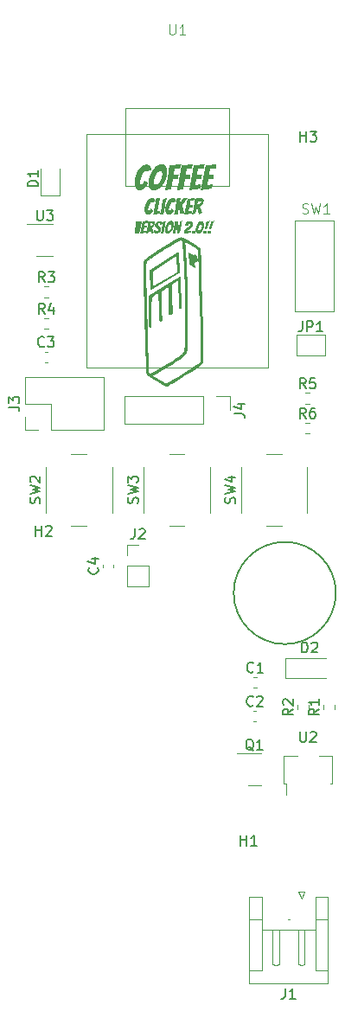
<source format=gbr>
%TF.GenerationSoftware,KiCad,Pcbnew,7.0.7*%
%TF.CreationDate,2024-05-31T07:58:12-05:00*%
%TF.ProjectId,ThinkTankTimerVote,5468696e-6b54-4616-9e6b-54696d657256,rev?*%
%TF.SameCoordinates,Original*%
%TF.FileFunction,Legend,Top*%
%TF.FilePolarity,Positive*%
%FSLAX46Y46*%
G04 Gerber Fmt 4.6, Leading zero omitted, Abs format (unit mm)*
G04 Created by KiCad (PCBNEW 7.0.7) date 2024-05-31 07:58:12*
%MOMM*%
%LPD*%
G01*
G04 APERTURE LIST*
%ADD10C,0.000000*%
%ADD11C,0.150000*%
%ADD12C,0.100000*%
%ADD13C,0.120000*%
G04 APERTURE END LIST*
D10*
G36*
X183388000Y-76088876D02*
G01*
X183345667Y-76308479D01*
X183333760Y-76367432D01*
X183321854Y-76428865D01*
X183298041Y-76557188D01*
X183274229Y-76686503D01*
X183250416Y-76813834D01*
X183228258Y-76935542D01*
X183208083Y-77049313D01*
X183191671Y-77049395D01*
X183183015Y-77049592D01*
X183174018Y-77049974D01*
X183164649Y-77050605D01*
X183154877Y-77051545D01*
X183144671Y-77052858D01*
X183139396Y-77053673D01*
X183134000Y-77054605D01*
X183111758Y-77056630D01*
X183089020Y-77058904D01*
X183077621Y-77060212D01*
X183066283Y-77061674D01*
X183055069Y-77063323D01*
X183044041Y-77065189D01*
X183033256Y-77067054D01*
X183022751Y-77068703D01*
X183002700Y-77071472D01*
X182967312Y-77075771D01*
X182959870Y-77076764D01*
X182953421Y-77077756D01*
X182947964Y-77078748D01*
X182943499Y-77079741D01*
X182941639Y-77080237D01*
X182940027Y-77080733D01*
X182938662Y-77081229D01*
X182937546Y-77081725D01*
X182936678Y-77082221D01*
X182936058Y-77082717D01*
X182935686Y-77083213D01*
X182935562Y-77083709D01*
X182927625Y-77078417D01*
X182941515Y-77027278D01*
X182955406Y-76972915D01*
X182969297Y-76915079D01*
X182983187Y-76853521D01*
X183010638Y-76726191D01*
X183023743Y-76661906D01*
X183036104Y-76596875D01*
X183048424Y-76532342D01*
X183061239Y-76469545D01*
X183086375Y-76348168D01*
X183096711Y-76294548D01*
X183107542Y-76240680D01*
X183118373Y-76186316D01*
X183128708Y-76131209D01*
X183168396Y-75908959D01*
X183430333Y-75866625D01*
X183388000Y-76088876D01*
G37*
G36*
X187679914Y-75940461D02*
G01*
X187658432Y-75993470D01*
X187637539Y-76046542D01*
X187617267Y-76099613D01*
X187597645Y-76152623D01*
X187578706Y-76205509D01*
X187560479Y-76258208D01*
X187412313Y-76686834D01*
X187388459Y-76686876D01*
X187364357Y-76687165D01*
X187352135Y-76687480D01*
X187339759Y-76687950D01*
X187327196Y-76688606D01*
X187314417Y-76689479D01*
X187302506Y-76689712D01*
X187290563Y-76690347D01*
X187278559Y-76691293D01*
X187266461Y-76692456D01*
X187241863Y-76695060D01*
X187229301Y-76696316D01*
X187216521Y-76697416D01*
X187213875Y-76694771D01*
X187266791Y-76488397D01*
X187317062Y-76284667D01*
X187329010Y-76233115D01*
X187341205Y-76181810D01*
X187353897Y-76131002D01*
X187367333Y-76080938D01*
X187420250Y-75877209D01*
X187466883Y-75869767D01*
X187511531Y-75863318D01*
X187554195Y-75857861D01*
X187594874Y-75853396D01*
X187724521Y-75834875D01*
X187679914Y-75940461D01*
G37*
G36*
X187683353Y-76792854D02*
G01*
X187694785Y-76793407D01*
X187705892Y-76794325D01*
X187716665Y-76795604D01*
X187727097Y-76797239D01*
X187737181Y-76799226D01*
X187746908Y-76801563D01*
X187756270Y-76804244D01*
X187765260Y-76807267D01*
X187773871Y-76810626D01*
X187782094Y-76814319D01*
X187789921Y-76818342D01*
X187797346Y-76822690D01*
X187804360Y-76827359D01*
X187810955Y-76832346D01*
X187817124Y-76837648D01*
X187822891Y-76843632D01*
X187828286Y-76849683D01*
X187833309Y-76855803D01*
X187837959Y-76861997D01*
X187842238Y-76868269D01*
X187846145Y-76874622D01*
X187849680Y-76881060D01*
X187852842Y-76887588D01*
X187855633Y-76894208D01*
X187858052Y-76900925D01*
X187860098Y-76907744D01*
X187861772Y-76914666D01*
X187863075Y-76921698D01*
X187864005Y-76928841D01*
X187864563Y-76936101D01*
X187864749Y-76943482D01*
X187864532Y-76951853D01*
X187863881Y-76960100D01*
X187862796Y-76968224D01*
X187861276Y-76976223D01*
X187859323Y-76984099D01*
X187856935Y-76991850D01*
X187854114Y-76999478D01*
X187850858Y-77006981D01*
X187847168Y-77014360D01*
X187843045Y-77021616D01*
X187838487Y-77028747D01*
X187833495Y-77035755D01*
X187828069Y-77042638D01*
X187822209Y-77049397D01*
X187815914Y-77056033D01*
X187809186Y-77062544D01*
X187802055Y-77068807D01*
X187794552Y-77074693D01*
X187786676Y-77080200D01*
X187778429Y-77085323D01*
X187769809Y-77090059D01*
X187760817Y-77094403D01*
X187751454Y-77098351D01*
X187741718Y-77101901D01*
X187731610Y-77105047D01*
X187721130Y-77107787D01*
X187710278Y-77110115D01*
X187699054Y-77112029D01*
X187687457Y-77113525D01*
X187675489Y-77114598D01*
X187663149Y-77115244D01*
X187650437Y-77115461D01*
X187650437Y-77118105D01*
X187644081Y-77118012D01*
X187637906Y-77117733D01*
X187631910Y-77117268D01*
X187626088Y-77116617D01*
X187620436Y-77115780D01*
X187614952Y-77114756D01*
X187609630Y-77113547D01*
X187604466Y-77112152D01*
X187599458Y-77110571D01*
X187594601Y-77108803D01*
X187589892Y-77106850D01*
X187585325Y-77104711D01*
X187580899Y-77102385D01*
X187576607Y-77099874D01*
X187572448Y-77097176D01*
X187568417Y-77094293D01*
X187564510Y-77091255D01*
X187560727Y-77088097D01*
X187557069Y-77084822D01*
X187553534Y-77081435D01*
X187550123Y-77077940D01*
X187546837Y-77074340D01*
X187543674Y-77070640D01*
X187540635Y-77066842D01*
X187537721Y-77062951D01*
X187534930Y-77058972D01*
X187532264Y-77054907D01*
X187529721Y-77050761D01*
X187527303Y-77046537D01*
X187525008Y-77042239D01*
X187522838Y-77037872D01*
X187520791Y-77033439D01*
X187518869Y-77028973D01*
X187517071Y-77024504D01*
X187515396Y-77020027D01*
X187513846Y-77015538D01*
X187512420Y-77011033D01*
X187511118Y-77006510D01*
X187509939Y-77001963D01*
X187508885Y-76997389D01*
X187507955Y-76992784D01*
X187507149Y-76988144D01*
X187506467Y-76983465D01*
X187505909Y-76978744D01*
X187505474Y-76973976D01*
X187505164Y-76969158D01*
X187504978Y-76964286D01*
X187504916Y-76959355D01*
X187505102Y-76951014D01*
X187505655Y-76942850D01*
X187506573Y-76934857D01*
X187507852Y-76927027D01*
X187509486Y-76919352D01*
X187511474Y-76911824D01*
X187513810Y-76904435D01*
X187516492Y-76897179D01*
X187519514Y-76890046D01*
X187522874Y-76883030D01*
X187526567Y-76876122D01*
X187530589Y-76869315D01*
X187534937Y-76862601D01*
X187539607Y-76855972D01*
X187544594Y-76849421D01*
X187549895Y-76842940D01*
X187555506Y-76837143D01*
X187561419Y-76831664D01*
X187567627Y-76826510D01*
X187574121Y-76821690D01*
X187580895Y-76817211D01*
X187587939Y-76813081D01*
X187595248Y-76809307D01*
X187602812Y-76805898D01*
X187610624Y-76802861D01*
X187618676Y-76800203D01*
X187626961Y-76797933D01*
X187635471Y-76796059D01*
X187644198Y-76794587D01*
X187653134Y-76793526D01*
X187662272Y-76792884D01*
X187671603Y-76792668D01*
X187683353Y-76792854D01*
G37*
G36*
X186172197Y-79179664D02*
G01*
X186280677Y-79142623D01*
X186513510Y-79293435D01*
X186561135Y-79812018D01*
X186267448Y-79989289D01*
X186309781Y-80447018D01*
X185719761Y-80105706D01*
X185672136Y-78928310D01*
X186172197Y-79179664D01*
G37*
G36*
X186861245Y-73607364D02*
G01*
X186880871Y-73608206D01*
X186899692Y-73609613D01*
X186917706Y-73611591D01*
X186934914Y-73614141D01*
X186951316Y-73617270D01*
X186966912Y-73620979D01*
X186981702Y-73625274D01*
X186995685Y-73630158D01*
X187008863Y-73635636D01*
X187021234Y-73641709D01*
X187032799Y-73648384D01*
X187043558Y-73655663D01*
X187053511Y-73663551D01*
X187062658Y-73672051D01*
X187070998Y-73681168D01*
X187078658Y-73690751D01*
X187085768Y-73700655D01*
X187092334Y-73710893D01*
X187098366Y-73721475D01*
X187103871Y-73732415D01*
X187108857Y-73743722D01*
X187113331Y-73755409D01*
X187117301Y-73767488D01*
X187120775Y-73779970D01*
X187123761Y-73792867D01*
X187126266Y-73806189D01*
X187128298Y-73819950D01*
X187129865Y-73834161D01*
X187130975Y-73848832D01*
X187131635Y-73863977D01*
X187131853Y-73879605D01*
X187131637Y-73893962D01*
X187130990Y-73908265D01*
X187129917Y-73922521D01*
X187128422Y-73936739D01*
X187126508Y-73950925D01*
X187124179Y-73965089D01*
X187121440Y-73979236D01*
X187118293Y-73993376D01*
X187114743Y-74007516D01*
X187110795Y-74021664D01*
X187106451Y-74035827D01*
X187101715Y-74050014D01*
X187096592Y-74064231D01*
X187091085Y-74078487D01*
X187085198Y-74092790D01*
X187078936Y-74107147D01*
X187072333Y-74121441D01*
X187065427Y-74135549D01*
X187058228Y-74149470D01*
X187050741Y-74163206D01*
X187042975Y-74176756D01*
X187034938Y-74190119D01*
X187026638Y-74203297D01*
X187018082Y-74216288D01*
X187009277Y-74229093D01*
X187000233Y-74241713D01*
X186990955Y-74254146D01*
X186981454Y-74266393D01*
X186961806Y-74290330D01*
X186941353Y-74313522D01*
X186919390Y-74335836D01*
X186908296Y-74346602D01*
X186897117Y-74357096D01*
X186885845Y-74367311D01*
X186874473Y-74377239D01*
X186862991Y-74386873D01*
X186851394Y-74396205D01*
X186839672Y-74405226D01*
X186827819Y-74413930D01*
X186815826Y-74422308D01*
X186803686Y-74430352D01*
X186791391Y-74438056D01*
X186778933Y-74445411D01*
X186766305Y-74452409D01*
X186753498Y-74459043D01*
X186773797Y-74504105D01*
X186794840Y-74551647D01*
X186816379Y-74601174D01*
X186838165Y-74652189D01*
X186881491Y-74754715D01*
X186922832Y-74853272D01*
X186967811Y-74964397D01*
X186979675Y-74992178D01*
X186991292Y-75019960D01*
X187002413Y-75047741D01*
X187007709Y-75061631D01*
X187012789Y-75075522D01*
X186668831Y-75194585D01*
X186657379Y-75155807D01*
X186646672Y-75118517D01*
X186626497Y-75046418D01*
X186606985Y-74975311D01*
X186597849Y-74940378D01*
X186589457Y-74906189D01*
X186578005Y-74865013D01*
X186567297Y-74824830D01*
X186547123Y-74747439D01*
X186512727Y-74609855D01*
X186509006Y-74595474D01*
X186505781Y-74582116D01*
X186503053Y-74569811D01*
X186500820Y-74558592D01*
X186499084Y-74548490D01*
X186497843Y-74539534D01*
X186497099Y-74531757D01*
X186496851Y-74525189D01*
X186467747Y-74533126D01*
X186461298Y-74570788D01*
X186453857Y-74612171D01*
X186445423Y-74657026D01*
X186435997Y-74705105D01*
X186426530Y-74755087D01*
X186417807Y-74805317D01*
X186401601Y-74903543D01*
X186361914Y-75136376D01*
X186002647Y-75228834D01*
X186118500Y-74654834D01*
X186146612Y-74492777D01*
X186161288Y-74410012D01*
X186176708Y-74326751D01*
X186187478Y-74268543D01*
X186520665Y-74268543D01*
X186523313Y-74268542D01*
X186528365Y-74267953D01*
X186533596Y-74267173D01*
X186538998Y-74266200D01*
X186544562Y-74265029D01*
X186550281Y-74263656D01*
X186556148Y-74262078D01*
X186562154Y-74260291D01*
X186568292Y-74258290D01*
X186574553Y-74256073D01*
X186580932Y-74253634D01*
X186587418Y-74250971D01*
X186594006Y-74248079D01*
X186600686Y-74244955D01*
X186607452Y-74241594D01*
X186614295Y-74237993D01*
X186621208Y-74234147D01*
X186636086Y-74226080D01*
X186650932Y-74217735D01*
X186665717Y-74209079D01*
X186680408Y-74200082D01*
X186694976Y-74190713D01*
X186709388Y-74180941D01*
X186723615Y-74170735D01*
X186737624Y-74160063D01*
X186744973Y-74154577D01*
X186752140Y-74149036D01*
X186765943Y-74137822D01*
X186779064Y-74126484D01*
X186791533Y-74115084D01*
X186803383Y-74103685D01*
X186814643Y-74092347D01*
X186825345Y-74081133D01*
X186835520Y-74070105D01*
X186840326Y-74064213D01*
X186844822Y-74058442D01*
X186849007Y-74052786D01*
X186852883Y-74047244D01*
X186856449Y-74041809D01*
X186859704Y-74036479D01*
X186862650Y-74031250D01*
X186865286Y-74026118D01*
X186867611Y-74021079D01*
X186869627Y-74016129D01*
X186871332Y-74011265D01*
X186872727Y-74006481D01*
X186873813Y-74001776D01*
X186874588Y-73997143D01*
X186875053Y-73992581D01*
X186875208Y-73988084D01*
X186875154Y-73985379D01*
X186874992Y-73982722D01*
X186874722Y-73980113D01*
X186874345Y-73977553D01*
X186873862Y-73975043D01*
X186873272Y-73972585D01*
X186872577Y-73970180D01*
X186871777Y-73967827D01*
X186870872Y-73965529D01*
X186869863Y-73963286D01*
X186868750Y-73961099D01*
X186867534Y-73958970D01*
X186866215Y-73956898D01*
X186864794Y-73954886D01*
X186863272Y-73952934D01*
X186861648Y-73951043D01*
X186859923Y-73949214D01*
X186858098Y-73947447D01*
X186856174Y-73945745D01*
X186854149Y-73944108D01*
X186852027Y-73942536D01*
X186849805Y-73941032D01*
X186847486Y-73939595D01*
X186845070Y-73938227D01*
X186842556Y-73936929D01*
X186839947Y-73935701D01*
X186837241Y-73934546D01*
X186834440Y-73933463D01*
X186828553Y-73931518D01*
X186822291Y-73929876D01*
X186815717Y-73927984D01*
X186808891Y-73926269D01*
X186801809Y-73924725D01*
X186794468Y-73923344D01*
X186786863Y-73922118D01*
X186778991Y-73921040D01*
X186770847Y-73920100D01*
X186762429Y-73919293D01*
X186744750Y-73918043D01*
X186725925Y-73917226D01*
X186705921Y-73916782D01*
X186684708Y-73916648D01*
X186592102Y-73916648D01*
X186520665Y-74268543D01*
X186187478Y-74268543D01*
X186192129Y-74243407D01*
X186206805Y-74160063D01*
X186234917Y-73993376D01*
X186247856Y-73911893D01*
X186259060Y-73833634D01*
X186268775Y-73757855D01*
X186277249Y-73683813D01*
X186309253Y-73674258D01*
X186341783Y-73665416D01*
X186374872Y-73657257D01*
X186408549Y-73649748D01*
X186442847Y-73642860D01*
X186477796Y-73636560D01*
X186513427Y-73630819D01*
X186549770Y-73625605D01*
X186586476Y-73621011D01*
X186623151Y-73617130D01*
X186659764Y-73613932D01*
X186696284Y-73611384D01*
X186732679Y-73609456D01*
X186768920Y-73608118D01*
X186804974Y-73607338D01*
X186840812Y-73607084D01*
X186861245Y-73607364D01*
G37*
G36*
X182876124Y-75858941D02*
G01*
X182890335Y-75859721D01*
X182897297Y-75860319D01*
X182904174Y-75861060D01*
X182910974Y-75861948D01*
X182917703Y-75862987D01*
X182924371Y-75864182D01*
X182930984Y-75865535D01*
X182937551Y-75867051D01*
X182944079Y-75868734D01*
X182950576Y-75870587D01*
X182957050Y-75872614D01*
X182963508Y-75874820D01*
X182969958Y-75877208D01*
X182976315Y-75879782D01*
X182982485Y-75882541D01*
X182988469Y-75885487D01*
X182994267Y-75888618D01*
X182999879Y-75891936D01*
X183005305Y-75895440D01*
X183010545Y-75899129D01*
X183015599Y-75903005D01*
X183020467Y-75907067D01*
X183025149Y-75911315D01*
X183029645Y-75915749D01*
X183033954Y-75920368D01*
X183038078Y-75925174D01*
X183042016Y-75930166D01*
X183045768Y-75935344D01*
X183049333Y-75940708D01*
X183053148Y-75946289D01*
X183056661Y-75952113D01*
X183059879Y-75958178D01*
X183062810Y-75964479D01*
X183065463Y-75971013D01*
X183067844Y-75977776D01*
X183069961Y-75984763D01*
X183071823Y-75991971D01*
X183073436Y-75999397D01*
X183074810Y-76007035D01*
X183075950Y-76014883D01*
X183076866Y-76022936D01*
X183077565Y-76031191D01*
X183078055Y-76039643D01*
X183078343Y-76048289D01*
X183078437Y-76057125D01*
X183078437Y-76104750D01*
X183078427Y-76107726D01*
X183078355Y-76110703D01*
X183078276Y-76112191D01*
X183078158Y-76113679D01*
X183077994Y-76115168D01*
X183077776Y-76116656D01*
X183077496Y-76118144D01*
X183077145Y-76119633D01*
X183076718Y-76121121D01*
X183076205Y-76122609D01*
X183075599Y-76124097D01*
X183074892Y-76125586D01*
X183074077Y-76127074D01*
X183073146Y-76128562D01*
X183073115Y-76130051D01*
X183073027Y-76131544D01*
X183072884Y-76133045D01*
X183072691Y-76134557D01*
X183072451Y-76136085D01*
X183072169Y-76137632D01*
X183071492Y-76140799D01*
X183070691Y-76144091D01*
X183069797Y-76147538D01*
X183067854Y-76155021D01*
X182824437Y-76226459D01*
X182825264Y-76223441D01*
X182826112Y-76220180D01*
X182827083Y-76216206D01*
X182828055Y-76211860D01*
X182828502Y-76209654D01*
X182828902Y-76207483D01*
X182829241Y-76205390D01*
X182829502Y-76203416D01*
X182829670Y-76201605D01*
X182829729Y-76200000D01*
X182829729Y-76173542D01*
X182829667Y-76167216D01*
X182829476Y-76161135D01*
X182829154Y-76155293D01*
X182828696Y-76149688D01*
X182828098Y-76144316D01*
X182827357Y-76139172D01*
X182826469Y-76134253D01*
X182825430Y-76129555D01*
X182824235Y-76125074D01*
X182822882Y-76120806D01*
X182821366Y-76116747D01*
X182819683Y-76112894D01*
X182817830Y-76109243D01*
X182815802Y-76105789D01*
X182813596Y-76102528D01*
X182811208Y-76099458D01*
X182809163Y-76096574D01*
X182806997Y-76093877D01*
X182804714Y-76091365D01*
X182802320Y-76089040D01*
X182799817Y-76086901D01*
X182797209Y-76084947D01*
X182794500Y-76083180D01*
X182791695Y-76081599D01*
X182788797Y-76080203D01*
X182785809Y-76078994D01*
X182782736Y-76077971D01*
X182779582Y-76077134D01*
X182776351Y-76076483D01*
X182773045Y-76076018D01*
X182769670Y-76075739D01*
X182766229Y-76075646D01*
X182764213Y-76075708D01*
X182762131Y-76075894D01*
X182759979Y-76076204D01*
X182757754Y-76076638D01*
X182755451Y-76077196D01*
X182753067Y-76077878D01*
X182750597Y-76078684D01*
X182748039Y-76079614D01*
X182745387Y-76080669D01*
X182742639Y-76081847D01*
X182739789Y-76083149D01*
X182736835Y-76084575D01*
X182733773Y-76086126D01*
X182730598Y-76087800D01*
X182727307Y-76089598D01*
X182723896Y-76091520D01*
X182720424Y-76093566D01*
X182716961Y-76095727D01*
X182713513Y-76097997D01*
X182710088Y-76100368D01*
X182706694Y-76102831D01*
X182703339Y-76105380D01*
X182700030Y-76108007D01*
X182696776Y-76110703D01*
X182693584Y-76113461D01*
X182690461Y-76116274D01*
X182687416Y-76119133D01*
X182684456Y-76122031D01*
X182681590Y-76124959D01*
X182678823Y-76127911D01*
X182676166Y-76130879D01*
X182673625Y-76133854D01*
X182670741Y-76137357D01*
X182668044Y-76140918D01*
X182665532Y-76144533D01*
X182663207Y-76148199D01*
X182661067Y-76151911D01*
X182659114Y-76155666D01*
X182657347Y-76159460D01*
X182655765Y-76163289D01*
X182654370Y-76167148D01*
X182653161Y-76171035D01*
X182652138Y-76174945D01*
X182651301Y-76178874D01*
X182650649Y-76182819D01*
X182650184Y-76186776D01*
X182649905Y-76190740D01*
X182649812Y-76194708D01*
X182649998Y-76201561D01*
X182650551Y-76208232D01*
X182651469Y-76214724D01*
X182652748Y-76221042D01*
X182654382Y-76227190D01*
X182656370Y-76233171D01*
X182658706Y-76238989D01*
X182661388Y-76244648D01*
X182664410Y-76250152D01*
X182667770Y-76255505D01*
X182671463Y-76260711D01*
X182675485Y-76265773D01*
X182679833Y-76270696D01*
X182684503Y-76275483D01*
X182689490Y-76280139D01*
X182694791Y-76284666D01*
X182706827Y-76293596D01*
X182719141Y-76302526D01*
X182731766Y-76311455D01*
X182744732Y-76320385D01*
X182758069Y-76329315D01*
X182771810Y-76338245D01*
X182785985Y-76347174D01*
X182800624Y-76356104D01*
X182804128Y-76358181D01*
X182807694Y-76360440D01*
X182811322Y-76362877D01*
X182815011Y-76365489D01*
X182818763Y-76368271D01*
X182822577Y-76371220D01*
X182826452Y-76374331D01*
X182830390Y-76377602D01*
X182838452Y-76384604D01*
X182846761Y-76392195D01*
X182855319Y-76400344D01*
X182864124Y-76409021D01*
X182868558Y-76413579D01*
X182872925Y-76418327D01*
X182877223Y-76423270D01*
X182881447Y-76428409D01*
X182885593Y-76433751D01*
X182889658Y-76439298D01*
X182893638Y-76445054D01*
X182897528Y-76451023D01*
X182901326Y-76457209D01*
X182905027Y-76463616D01*
X182908627Y-76470248D01*
X182912122Y-76477109D01*
X182915509Y-76484202D01*
X182918783Y-76491532D01*
X182921941Y-76499102D01*
X182924979Y-76506916D01*
X182928328Y-76514512D01*
X182931433Y-76522414D01*
X182934298Y-76530618D01*
X182936926Y-76539121D01*
X182939322Y-76547918D01*
X182941489Y-76557006D01*
X182943432Y-76566381D01*
X182945153Y-76576039D01*
X182946658Y-76585975D01*
X182947949Y-76596187D01*
X182949031Y-76606670D01*
X182949907Y-76617421D01*
X182950582Y-76628435D01*
X182951060Y-76639709D01*
X182951343Y-76651239D01*
X182951437Y-76663020D01*
X182951190Y-76678305D01*
X182950450Y-76693396D01*
X182949222Y-76708285D01*
X182947510Y-76722965D01*
X182945317Y-76737428D01*
X182942647Y-76751666D01*
X182939504Y-76765672D01*
X182935893Y-76779437D01*
X182931816Y-76792954D01*
X182927278Y-76806216D01*
X182922283Y-76819214D01*
X182916835Y-76831940D01*
X182910936Y-76844388D01*
X182904593Y-76856548D01*
X182897807Y-76868414D01*
X182890583Y-76879978D01*
X182882956Y-76891699D01*
X182874961Y-76903052D01*
X182866602Y-76914040D01*
X182857882Y-76924668D01*
X182848806Y-76934940D01*
X182839377Y-76944858D01*
X182829599Y-76954428D01*
X182819476Y-76963653D01*
X182809012Y-76972537D01*
X182798211Y-76981083D01*
X182787077Y-76989297D01*
X182775613Y-76997181D01*
X182763824Y-77004739D01*
X182751713Y-77011976D01*
X182739284Y-77018895D01*
X182726541Y-77025499D01*
X182713550Y-77031762D01*
X182700372Y-77037649D01*
X182687009Y-77043155D01*
X182673459Y-77048279D01*
X182659723Y-77053014D01*
X182645802Y-77057358D01*
X182631694Y-77061307D01*
X182617400Y-77064856D01*
X182602921Y-77068003D01*
X182588255Y-77070742D01*
X182573403Y-77073071D01*
X182558365Y-77074985D01*
X182543141Y-77076480D01*
X182527731Y-77077553D01*
X182512135Y-77078200D01*
X182496353Y-77078416D01*
X182504292Y-77083709D01*
X182495859Y-77083555D01*
X182487425Y-77083094D01*
X182478991Y-77082331D01*
X182470558Y-77081270D01*
X182462124Y-77079914D01*
X182453691Y-77078268D01*
X182445257Y-77076334D01*
X182436823Y-77074118D01*
X182428390Y-77071623D01*
X182419956Y-77068852D01*
X182411523Y-77065810D01*
X182403089Y-77062501D01*
X182394655Y-77058928D01*
X182386222Y-77055096D01*
X182377788Y-77051008D01*
X182369354Y-77046667D01*
X182360951Y-77042047D01*
X182352606Y-77037112D01*
X182344315Y-77031860D01*
X182336075Y-77026286D01*
X182327881Y-77020387D01*
X182319730Y-77014158D01*
X182311617Y-77007596D01*
X182303539Y-77000696D01*
X182295493Y-76993456D01*
X182287473Y-76985870D01*
X182279477Y-76977936D01*
X182271500Y-76969649D01*
X182263539Y-76961005D01*
X182255589Y-76952001D01*
X182247647Y-76942633D01*
X182239709Y-76932897D01*
X182364063Y-76689480D01*
X182369163Y-76697413D01*
X182371836Y-76701369D01*
X182374605Y-76705314D01*
X182377482Y-76709244D01*
X182380480Y-76713154D01*
X182383610Y-76717040D01*
X182386883Y-76720900D01*
X182390311Y-76724728D01*
X182393906Y-76728522D01*
X182397679Y-76732277D01*
X182401642Y-76735989D01*
X182405806Y-76739655D01*
X182410184Y-76743271D01*
X182414786Y-76746832D01*
X182419625Y-76750335D01*
X182428674Y-76757151D01*
X182437939Y-76763688D01*
X182447391Y-76769915D01*
X182456998Y-76775801D01*
X182466728Y-76781315D01*
X182471630Y-76783922D01*
X182476552Y-76786425D01*
X182481489Y-76788820D01*
X182486438Y-76791102D01*
X182491394Y-76793268D01*
X182496354Y-76795313D01*
X182506147Y-76799034D01*
X182515661Y-76802258D01*
X182524864Y-76804987D01*
X182533727Y-76807220D01*
X182538021Y-76808150D01*
X182542217Y-76808956D01*
X182546313Y-76809638D01*
X182550305Y-76810196D01*
X182554187Y-76810631D01*
X182557958Y-76810941D01*
X182561612Y-76811127D01*
X182565146Y-76811189D01*
X182570573Y-76811095D01*
X182575941Y-76810812D01*
X182581256Y-76810334D01*
X182586519Y-76809659D01*
X182591737Y-76808783D01*
X182596912Y-76807701D01*
X182602048Y-76806409D01*
X182607149Y-76804905D01*
X182612219Y-76803184D01*
X182617262Y-76801241D01*
X182622281Y-76799074D01*
X182627282Y-76796678D01*
X182632267Y-76794050D01*
X182637240Y-76791185D01*
X182642205Y-76788080D01*
X182647167Y-76784731D01*
X182651973Y-76781196D01*
X182656469Y-76777538D01*
X182660654Y-76773755D01*
X182664530Y-76769848D01*
X182668096Y-76765817D01*
X182671351Y-76761662D01*
X182674297Y-76757384D01*
X182676933Y-76752981D01*
X182679258Y-76748454D01*
X182681273Y-76743803D01*
X182682979Y-76739028D01*
X182684374Y-76734129D01*
X182685459Y-76729106D01*
X182686234Y-76723959D01*
X182686699Y-76718688D01*
X182686854Y-76713293D01*
X182686638Y-76705913D01*
X182685991Y-76698653D01*
X182684919Y-76691509D01*
X182683423Y-76684478D01*
X182681509Y-76677555D01*
X182679181Y-76670737D01*
X182676441Y-76664020D01*
X182673295Y-76657400D01*
X182669745Y-76650872D01*
X182665796Y-76644434D01*
X182661452Y-76638081D01*
X182656717Y-76631809D01*
X182651594Y-76625615D01*
X182646087Y-76619495D01*
X182640200Y-76613444D01*
X182633937Y-76607459D01*
X182620677Y-76595553D01*
X182606735Y-76583647D01*
X182592173Y-76571740D01*
X182577052Y-76559834D01*
X182561435Y-76547928D01*
X182545385Y-76536022D01*
X182528962Y-76524115D01*
X182512229Y-76512209D01*
X182496370Y-76500174D01*
X182480603Y-76487859D01*
X182465023Y-76475235D01*
X182449722Y-76462269D01*
X182434792Y-76448931D01*
X182420328Y-76435190D01*
X182413299Y-76428159D01*
X182406422Y-76421015D01*
X182399707Y-76413755D01*
X182393167Y-76406375D01*
X182386438Y-76398871D01*
X182380144Y-76391239D01*
X182374284Y-76383475D01*
X182368858Y-76375576D01*
X182363866Y-76367537D01*
X182359308Y-76359355D01*
X182355184Y-76351025D01*
X182351495Y-76342545D01*
X182348239Y-76333909D01*
X182345418Y-76325114D01*
X182343030Y-76316157D01*
X182341077Y-76307033D01*
X182339558Y-76297738D01*
X182338472Y-76288269D01*
X182337821Y-76278622D01*
X182337604Y-76268792D01*
X182337791Y-76257940D01*
X182338353Y-76247207D01*
X182339296Y-76236591D01*
X182340622Y-76226087D01*
X182342336Y-76215691D01*
X182344441Y-76205401D01*
X182346941Y-76195211D01*
X182349841Y-76185118D01*
X182353144Y-76175118D01*
X182356854Y-76165207D01*
X182360974Y-76155381D01*
X182365509Y-76145637D01*
X182370463Y-76135970D01*
X182375840Y-76126377D01*
X182381642Y-76116854D01*
X182387875Y-76107396D01*
X182394418Y-76098063D01*
X182401151Y-76088912D01*
X182408078Y-76079939D01*
X182415202Y-76071140D01*
X182422528Y-76062512D01*
X182430059Y-76054050D01*
X182437799Y-76045752D01*
X182445753Y-76037612D01*
X182453924Y-76029627D01*
X182462315Y-76021794D01*
X182470932Y-76014108D01*
X182479777Y-76006565D01*
X182488854Y-75999161D01*
X182498168Y-75991894D01*
X182507723Y-75984758D01*
X182517521Y-75977750D01*
X182537608Y-75964231D01*
X182558159Y-75951457D01*
X182579145Y-75939427D01*
X182600534Y-75928141D01*
X182622295Y-75917599D01*
X182644397Y-75907801D01*
X182666809Y-75898747D01*
X182689500Y-75890438D01*
X182712191Y-75882996D01*
X182734603Y-75876547D01*
X182756705Y-75871090D01*
X182778466Y-75866625D01*
X182799855Y-75863152D01*
X182820841Y-75860672D01*
X182831173Y-75859804D01*
X182841393Y-75859184D01*
X182851496Y-75858812D01*
X182861479Y-75858688D01*
X182876124Y-75858941D01*
G37*
G36*
X180721000Y-75946000D02*
G01*
X180713062Y-76030666D01*
X180709094Y-76069320D01*
X180705125Y-76105742D01*
X180701156Y-76139683D01*
X180697187Y-76170896D01*
X180676021Y-76374625D01*
X180668414Y-76459622D01*
X180665231Y-76497036D01*
X180662791Y-76530728D01*
X180661686Y-76546474D01*
X180660394Y-76561941D01*
X180657500Y-76591914D01*
X180654606Y-76620398D01*
X180652208Y-76647145D01*
X180651097Y-76661046D01*
X180649769Y-76675009D01*
X180646586Y-76703369D01*
X180638979Y-76763561D01*
X180668083Y-76763561D01*
X180855937Y-75874561D01*
X180948542Y-75869270D01*
X181035854Y-75869270D01*
X181047347Y-75869228D01*
X181052876Y-75869130D01*
X181058344Y-75868939D01*
X181063811Y-75868624D01*
X181069340Y-75868153D01*
X181074994Y-75867497D01*
X181080833Y-75866624D01*
X181090755Y-75866582D01*
X181095716Y-75866484D01*
X181100677Y-75866293D01*
X181105638Y-75865978D01*
X181110599Y-75865507D01*
X181115560Y-75864851D01*
X181118040Y-75864443D01*
X181120520Y-75863978D01*
X181104646Y-75915034D01*
X181088771Y-75968819D01*
X181072895Y-76025084D01*
X181057021Y-76083582D01*
X181024940Y-76208597D01*
X181008279Y-76272593D01*
X180990875Y-76337582D01*
X180974586Y-76402611D01*
X180957802Y-76466897D01*
X180941017Y-76530686D01*
X180924729Y-76594227D01*
X180911252Y-76647888D01*
X180898271Y-76702045D01*
X180871812Y-76813831D01*
X180857963Y-76869435D01*
X180844362Y-76925288D01*
X180831257Y-76981635D01*
X180818896Y-77038727D01*
X180384979Y-77104873D01*
X180384979Y-77096938D01*
X180396555Y-76979529D01*
X180401723Y-76921693D01*
X180406146Y-76864104D01*
X180424667Y-76636562D01*
X180433679Y-76535401D01*
X180441203Y-76434487D01*
X180453771Y-76234396D01*
X180458815Y-76137079D01*
X180462370Y-76043235D01*
X180467000Y-75863979D01*
X180532484Y-75863442D01*
X180597969Y-75861664D01*
X180630711Y-75860233D01*
X180663453Y-75858398D01*
X180696195Y-75856129D01*
X180728937Y-75853396D01*
X180721000Y-75946000D01*
G37*
G36*
X186004729Y-70741647D02*
G01*
X185464980Y-70741647D01*
X185359147Y-71352834D01*
X185464980Y-71350188D01*
X185795709Y-71350188D01*
X185811088Y-71350147D01*
X185818406Y-71350049D01*
X185825475Y-71349858D01*
X185832296Y-71349542D01*
X185838869Y-71349072D01*
X185845195Y-71348416D01*
X185851272Y-71347543D01*
X185851034Y-71359449D01*
X185850362Y-71371355D01*
X185849318Y-71383261D01*
X185847964Y-71395168D01*
X185846362Y-71407074D01*
X185844574Y-71418980D01*
X185840688Y-71442793D01*
X185827459Y-71538042D01*
X185795709Y-71723251D01*
X185755980Y-71723168D01*
X185708065Y-71722589D01*
X185680961Y-71721959D01*
X185651717Y-71721018D01*
X185620303Y-71719706D01*
X185586688Y-71717959D01*
X185298292Y-71710021D01*
X185139542Y-72723375D01*
X185023125Y-72744542D01*
X184965909Y-72756448D01*
X184906708Y-72768355D01*
X184882534Y-72772561D01*
X184857678Y-72777202D01*
X184806167Y-72787537D01*
X184697687Y-72810688D01*
X184642124Y-72822553D01*
X184590531Y-72834170D01*
X184499250Y-72855667D01*
X184501896Y-72850376D01*
X184525667Y-72764510D01*
X184549190Y-72673436D01*
X184560781Y-72625868D01*
X184572217Y-72576904D01*
X184583467Y-72526515D01*
X184594500Y-72474668D01*
X184637826Y-72261017D01*
X184658868Y-72152455D01*
X184679167Y-72043397D01*
X184753250Y-71633293D01*
X184785000Y-71460321D01*
X184797899Y-71386610D01*
X184808813Y-71321084D01*
X184828202Y-71205536D01*
X184846847Y-71089243D01*
X184882896Y-70855417D01*
X184954334Y-70376522D01*
X186105271Y-70318313D01*
X186004729Y-70741647D01*
G37*
G36*
X181498875Y-77083709D02*
G01*
X181496229Y-77083709D01*
X181499024Y-77082969D01*
X181498875Y-77083709D01*
G37*
G36*
X184821910Y-81282820D02*
G01*
X184827588Y-81283221D01*
X184833219Y-81283986D01*
X184838781Y-81285128D01*
X184844249Y-81286657D01*
X184849602Y-81288585D01*
X184854815Y-81290924D01*
X184859865Y-81293685D01*
X184864730Y-81296349D01*
X184869394Y-81299365D01*
X184873841Y-81302714D01*
X184878055Y-81306377D01*
X184882021Y-81310335D01*
X184885724Y-81314568D01*
X184889147Y-81319057D01*
X184892276Y-81323782D01*
X184895095Y-81328724D01*
X184897589Y-81333864D01*
X184899741Y-81339182D01*
X184901537Y-81344659D01*
X184902960Y-81350276D01*
X184903996Y-81356013D01*
X184904630Y-81361850D01*
X184904844Y-81367769D01*
X184978927Y-84357560D01*
X184979332Y-84361002D01*
X184979558Y-84364381D01*
X184979613Y-84367699D01*
X184979506Y-84370955D01*
X184979244Y-84374148D01*
X184978834Y-84377280D01*
X184978285Y-84380349D01*
X184977604Y-84383357D01*
X184976799Y-84386303D01*
X184975878Y-84389186D01*
X184974849Y-84392008D01*
X184973718Y-84394767D01*
X184972495Y-84397465D01*
X184971186Y-84400100D01*
X184969800Y-84402674D01*
X184968344Y-84405185D01*
X184966267Y-84408625D01*
X184964008Y-84411991D01*
X184961571Y-84415272D01*
X184958959Y-84418456D01*
X184956177Y-84421531D01*
X184953228Y-84424486D01*
X184950117Y-84427310D01*
X184946846Y-84429990D01*
X184943421Y-84432515D01*
X184939844Y-84434873D01*
X184936120Y-84437053D01*
X184932253Y-84439043D01*
X184928246Y-84440832D01*
X184924103Y-84442408D01*
X184919829Y-84443758D01*
X184915427Y-84444873D01*
X184822823Y-84468685D01*
X184817833Y-84469553D01*
X184812797Y-84470173D01*
X184807731Y-84470545D01*
X184802648Y-84470670D01*
X184797566Y-84470545D01*
X184792499Y-84470173D01*
X184787463Y-84469553D01*
X184782474Y-84468685D01*
X184777546Y-84467569D01*
X184772696Y-84466205D01*
X184767940Y-84464592D01*
X184763291Y-84462732D01*
X184758767Y-84460624D01*
X184754382Y-84458267D01*
X184750153Y-84455663D01*
X184746093Y-84452810D01*
X184742219Y-84449712D01*
X184738538Y-84446382D01*
X184735059Y-84442834D01*
X184731789Y-84439085D01*
X184728737Y-84435150D01*
X184725909Y-84431044D01*
X184723313Y-84426783D01*
X184720958Y-84422383D01*
X184718851Y-84417859D01*
X184717000Y-84413226D01*
X184715412Y-84408500D01*
X184714095Y-84403697D01*
X184713058Y-84398832D01*
X184712308Y-84393920D01*
X184711851Y-84388977D01*
X184711698Y-84384019D01*
X184691771Y-83519617D01*
X184677746Y-83102469D01*
X184661427Y-82713506D01*
X184643123Y-82366338D01*
X184623145Y-82074578D01*
X184601803Y-81851837D01*
X184590717Y-81770603D01*
X184579406Y-81711727D01*
X184552152Y-81722994D01*
X184520490Y-81739482D01*
X184485162Y-81760520D01*
X184446908Y-81785438D01*
X184406468Y-81813565D01*
X184364582Y-81844230D01*
X184321991Y-81876764D01*
X184279435Y-81910495D01*
X184237654Y-81944753D01*
X184197388Y-81978868D01*
X184159378Y-82012169D01*
X184124364Y-82043986D01*
X184093086Y-82073647D01*
X184066285Y-82100483D01*
X184044701Y-82123824D01*
X184029073Y-82142998D01*
X184023213Y-82274199D01*
X184022872Y-82514944D01*
X184035026Y-83229443D01*
X184084635Y-84921123D01*
X184084791Y-84925083D01*
X184084764Y-84929022D01*
X184084558Y-84932935D01*
X184084176Y-84936817D01*
X184083621Y-84940662D01*
X184082897Y-84944464D01*
X184082008Y-84948219D01*
X184080956Y-84951922D01*
X184079746Y-84955566D01*
X184078379Y-84959147D01*
X184076861Y-84962658D01*
X184075194Y-84966096D01*
X184073382Y-84969455D01*
X184071428Y-84972728D01*
X184069335Y-84975912D01*
X184067107Y-84979000D01*
X184064747Y-84981987D01*
X184062259Y-84984868D01*
X184059646Y-84987638D01*
X184056911Y-84990291D01*
X184054058Y-84992822D01*
X184051090Y-84995226D01*
X184048011Y-84997496D01*
X184044824Y-84999629D01*
X184041532Y-85001618D01*
X184038139Y-85003459D01*
X184034648Y-85005146D01*
X184031063Y-85006673D01*
X184027386Y-85008035D01*
X184023622Y-85009228D01*
X184019773Y-85010245D01*
X184015844Y-85011081D01*
X183835927Y-85048123D01*
X183830967Y-85048961D01*
X183826015Y-85049497D01*
X183821079Y-85049739D01*
X183816166Y-85049693D01*
X183811284Y-85049369D01*
X183806441Y-85048773D01*
X183801644Y-85047914D01*
X183796901Y-85046799D01*
X183792220Y-85045436D01*
X183787610Y-85043833D01*
X183783076Y-85041997D01*
X183778628Y-85039937D01*
X183774273Y-85037659D01*
X183770019Y-85035172D01*
X183765873Y-85032484D01*
X183761844Y-85029601D01*
X183758435Y-85026067D01*
X183755162Y-85022413D01*
X183752036Y-85018643D01*
X183749069Y-85014760D01*
X183746273Y-85010769D01*
X183743659Y-85006673D01*
X183741239Y-85002476D01*
X183739024Y-84998182D01*
X183737026Y-84993796D01*
X183735256Y-84989320D01*
X183733727Y-84984759D01*
X183732450Y-84980116D01*
X183731437Y-84975396D01*
X183730698Y-84970603D01*
X183730247Y-84965739D01*
X183730094Y-84960810D01*
X183726620Y-84738560D01*
X183907365Y-84738560D01*
X183907365Y-84852331D01*
X183910010Y-84852331D01*
X183909897Y-84840931D01*
X183909597Y-84828601D01*
X183908688Y-84801398D01*
X183907778Y-84771219D01*
X183907478Y-84755169D01*
X183907365Y-84738560D01*
X183726620Y-84738560D01*
X183718353Y-84209641D01*
X183699667Y-83414320D01*
X183675027Y-82732109D01*
X183660785Y-82482563D01*
X183645427Y-82320268D01*
X183617140Y-82332709D01*
X183584330Y-82349843D01*
X183547683Y-82371155D01*
X183507885Y-82396130D01*
X183465622Y-82424251D01*
X183421580Y-82455005D01*
X183376445Y-82487874D01*
X183330904Y-82522344D01*
X183285641Y-82557900D01*
X183241343Y-82594025D01*
X183198697Y-82630204D01*
X183158387Y-82665922D01*
X183121101Y-82700663D01*
X183087523Y-82733913D01*
X183058341Y-82765154D01*
X183034240Y-82793873D01*
X183022595Y-82835497D01*
X183013388Y-82903504D01*
X183001870Y-83110835D01*
X182998847Y-83400208D01*
X183003482Y-83755964D01*
X183032379Y-84603995D01*
X183081865Y-85529664D01*
X183082059Y-85532633D01*
X183082146Y-85535585D01*
X183082127Y-85538518D01*
X183082004Y-85541431D01*
X183081779Y-85544323D01*
X183081452Y-85547192D01*
X183081025Y-85550037D01*
X183080500Y-85552857D01*
X183079879Y-85555649D01*
X183079161Y-85558412D01*
X183078350Y-85561146D01*
X183077446Y-85563848D01*
X183076452Y-85566517D01*
X183075367Y-85569152D01*
X183072935Y-85574313D01*
X183070162Y-85579318D01*
X183067059Y-85584157D01*
X183063639Y-85588817D01*
X183059913Y-85593288D01*
X183055892Y-85597557D01*
X183051588Y-85601613D01*
X183047012Y-85605444D01*
X183042177Y-85609039D01*
X182938990Y-85675185D01*
X182933939Y-85678471D01*
X182928722Y-85681381D01*
X182923357Y-85683911D01*
X182917864Y-85686058D01*
X182912263Y-85687817D01*
X182906573Y-85689184D01*
X182900813Y-85690156D01*
X182895003Y-85690729D01*
X182889161Y-85690899D01*
X182883308Y-85690662D01*
X182877463Y-85690014D01*
X182871645Y-85688952D01*
X182865873Y-85687471D01*
X182860168Y-85685567D01*
X182854547Y-85683237D01*
X182849031Y-85680477D01*
X182843700Y-85677348D01*
X182838629Y-85673924D01*
X182833829Y-85670221D01*
X182829312Y-85666255D01*
X182825089Y-85662041D01*
X182821173Y-85657594D01*
X182817574Y-85652931D01*
X182814305Y-85648065D01*
X182811377Y-85643014D01*
X182808801Y-85637792D01*
X182806590Y-85632415D01*
X182804755Y-85626899D01*
X182803307Y-85621258D01*
X182802259Y-85615509D01*
X182801621Y-85609667D01*
X182801406Y-85603748D01*
X182778214Y-84829428D01*
X182746836Y-84010955D01*
X182710993Y-83315515D01*
X182692560Y-83066176D01*
X182674406Y-82910289D01*
X182655982Y-82917689D01*
X182634538Y-82927947D01*
X182610218Y-82941002D01*
X182583166Y-82956798D01*
X182521439Y-82996377D01*
X182450503Y-83046218D01*
X182371505Y-83105858D01*
X182285593Y-83174831D01*
X182193914Y-83252671D01*
X182097615Y-83338914D01*
X182082167Y-83382482D01*
X182068536Y-83453305D01*
X182046558Y-83668651D01*
X182031340Y-83968829D01*
X182022539Y-84337716D01*
X182019816Y-84759189D01*
X182022829Y-85217125D01*
X182044698Y-86177893D01*
X182045040Y-86182822D01*
X182045075Y-86187686D01*
X182044808Y-86192479D01*
X182044243Y-86197199D01*
X182043384Y-86201841D01*
X182042233Y-86206402D01*
X182040796Y-86210878D01*
X182039076Y-86215265D01*
X182037076Y-86219558D01*
X182034802Y-86223755D01*
X182032256Y-86227851D01*
X182029443Y-86231842D01*
X182026366Y-86235725D01*
X182023030Y-86239495D01*
X182019438Y-86243150D01*
X182015594Y-86246683D01*
X182012030Y-86250032D01*
X182008292Y-86253128D01*
X182004391Y-86255968D01*
X182000339Y-86258549D01*
X181996147Y-86260866D01*
X181991828Y-86262916D01*
X181987392Y-86264694D01*
X181982852Y-86266198D01*
X181978218Y-86267422D01*
X181973503Y-86268363D01*
X181968719Y-86269017D01*
X181963876Y-86269381D01*
X181958987Y-86269450D01*
X181954063Y-86269221D01*
X181949115Y-86268689D01*
X181944156Y-86267851D01*
X181944157Y-86273144D01*
X181830386Y-86254623D01*
X181826449Y-86253794D01*
X181822578Y-86252799D01*
X181818776Y-86251643D01*
X181815048Y-86250329D01*
X181811398Y-86248861D01*
X181807829Y-86247245D01*
X181804345Y-86245485D01*
X181800951Y-86243585D01*
X181797649Y-86241549D01*
X181794445Y-86239382D01*
X181791341Y-86237087D01*
X181788342Y-86234671D01*
X181785451Y-86232136D01*
X181782673Y-86229487D01*
X181780011Y-86226728D01*
X181777469Y-86223865D01*
X181775051Y-86220901D01*
X181772761Y-86217840D01*
X181770603Y-86214688D01*
X181768581Y-86211447D01*
X181766698Y-86208123D01*
X181764958Y-86204721D01*
X181763366Y-86201244D01*
X181761925Y-86197696D01*
X181760639Y-86194083D01*
X181759512Y-86190408D01*
X181758547Y-86186676D01*
X181757749Y-86182891D01*
X181757122Y-86179057D01*
X181756669Y-86175180D01*
X181756395Y-86171263D01*
X181756303Y-86167310D01*
X181733667Y-83368018D01*
X181907115Y-83368018D01*
X181910091Y-83354120D01*
X181913068Y-83341172D01*
X181916044Y-83329131D01*
X181919021Y-83317954D01*
X181921998Y-83307599D01*
X181924974Y-83298022D01*
X181927951Y-83289182D01*
X181930927Y-83281036D01*
X181933904Y-83273541D01*
X181936880Y-83266655D01*
X181939857Y-83260334D01*
X181942833Y-83254537D01*
X181945810Y-83249220D01*
X181948787Y-83244341D01*
X181951763Y-83239858D01*
X181954740Y-83235727D01*
X181907115Y-83264831D01*
X181907115Y-83368018D01*
X181733667Y-83368018D01*
X181732490Y-83222498D01*
X181732536Y-83219529D01*
X181732675Y-83216578D01*
X181732904Y-83213647D01*
X181733224Y-83210736D01*
X181733633Y-83207849D01*
X181734129Y-83204987D01*
X181734714Y-83202152D01*
X181735384Y-83199347D01*
X181736139Y-83196572D01*
X181736979Y-83193830D01*
X181738908Y-83188453D01*
X181739995Y-83185822D01*
X181741163Y-83183231D01*
X181742409Y-83180683D01*
X181743735Y-83178180D01*
X181745138Y-83175723D01*
X181746617Y-83173315D01*
X181748172Y-83170956D01*
X181749802Y-83168651D01*
X181751505Y-83166399D01*
X181753281Y-83164204D01*
X181755128Y-83162067D01*
X181757047Y-83159990D01*
X181759035Y-83157975D01*
X181761092Y-83156024D01*
X181763216Y-83154138D01*
X181765408Y-83152321D01*
X181767665Y-83150573D01*
X181769988Y-83148897D01*
X181772374Y-83147295D01*
X181774823Y-83145769D01*
X182430041Y-82740956D01*
X182756427Y-82740956D01*
X182761792Y-82743033D01*
X182766974Y-82745297D01*
X182771978Y-82747746D01*
X182776808Y-82750382D01*
X182781468Y-82753203D01*
X182785960Y-82756211D01*
X182790290Y-82759404D01*
X182794461Y-82762784D01*
X182798477Y-82766350D01*
X182802342Y-82770101D01*
X182806059Y-82774039D01*
X182809633Y-82778163D01*
X182813068Y-82782473D01*
X182816366Y-82786968D01*
X182819534Y-82791650D01*
X182822573Y-82796518D01*
X182822573Y-82796519D01*
X182824671Y-82800983D01*
X182826955Y-82806440D01*
X182829363Y-82812889D01*
X182831834Y-82820331D01*
X182834304Y-82828765D01*
X182836712Y-82838190D01*
X182838996Y-82848608D01*
X182841094Y-82860019D01*
X182844100Y-82837827D01*
X182845624Y-82827551D01*
X182847161Y-82817799D01*
X182848709Y-82808555D01*
X182850268Y-82799801D01*
X182851836Y-82791523D01*
X182853414Y-82783703D01*
X182854999Y-82776325D01*
X182856590Y-82769372D01*
X182858188Y-82762828D01*
X182859790Y-82756676D01*
X182861397Y-82750901D01*
X182863006Y-82745485D01*
X182864617Y-82740411D01*
X182866229Y-82735665D01*
X182867841Y-82731228D01*
X182869453Y-82727085D01*
X182871062Y-82723219D01*
X182872668Y-82719614D01*
X182874271Y-82716253D01*
X182875868Y-82713120D01*
X182879045Y-82707470D01*
X182882191Y-82702534D01*
X182885298Y-82698179D01*
X182888358Y-82694273D01*
X182891365Y-82690686D01*
X182919146Y-82657943D01*
X182927331Y-82648595D01*
X182936013Y-82638968D01*
X182945191Y-82629154D01*
X182954865Y-82619248D01*
X182756427Y-82740956D01*
X182430041Y-82740956D01*
X183393598Y-82145643D01*
X183727448Y-82145643D01*
X183730138Y-82146418D01*
X183732752Y-82147251D01*
X183735291Y-82148139D01*
X183737757Y-82149079D01*
X183740152Y-82150068D01*
X183742476Y-82151102D01*
X183744731Y-82152177D01*
X183746919Y-82153291D01*
X183749042Y-82154439D01*
X183751099Y-82155620D01*
X183755028Y-82158061D01*
X183758715Y-82160587D01*
X183762174Y-82163171D01*
X183765416Y-82165787D01*
X183768453Y-82168406D01*
X183771296Y-82171002D01*
X183773957Y-82173548D01*
X183783010Y-82182684D01*
X183790953Y-82192658D01*
X183798927Y-82207903D01*
X183806962Y-82233193D01*
X183815091Y-82273304D01*
X183823344Y-82333011D01*
X183831752Y-82417089D01*
X183840345Y-82530312D01*
X183849156Y-82677455D01*
X183848489Y-82626171D01*
X183847970Y-82577921D01*
X183847595Y-82532610D01*
X183847358Y-82490139D01*
X183847252Y-82450412D01*
X183847273Y-82413332D01*
X183847413Y-82378803D01*
X183847668Y-82346726D01*
X183848031Y-82317007D01*
X183848497Y-82289547D01*
X183849060Y-82264249D01*
X183849714Y-82241017D01*
X183850454Y-82219754D01*
X183851272Y-82200363D01*
X183852165Y-82182748D01*
X183853125Y-82166810D01*
X183854147Y-82152454D01*
X183855226Y-82139582D01*
X183856354Y-82128097D01*
X183857528Y-82117903D01*
X183858740Y-82108903D01*
X183859985Y-82101000D01*
X183861257Y-82094097D01*
X183862551Y-82088096D01*
X183863860Y-82082902D01*
X183865179Y-82078417D01*
X183866501Y-82074545D01*
X183867822Y-82071188D01*
X183869135Y-82068249D01*
X183870434Y-82065632D01*
X183872969Y-82060976D01*
X183872992Y-82060706D01*
X183873058Y-82060392D01*
X183873165Y-82060038D01*
X183873310Y-82059648D01*
X183873701Y-82058773D01*
X183874209Y-82057793D01*
X183874810Y-82056736D01*
X183875480Y-82055628D01*
X183876197Y-82054497D01*
X183876938Y-82053370D01*
X183878395Y-82051236D01*
X183879666Y-82049442D01*
X183880906Y-82047747D01*
X183727448Y-82142998D01*
X183727448Y-82145643D01*
X183393598Y-82145643D01*
X184357153Y-81550331D01*
X184687886Y-81550331D01*
X184691327Y-81552354D01*
X184694707Y-81554485D01*
X184698024Y-81556772D01*
X184701280Y-81559260D01*
X184704474Y-81561996D01*
X184707605Y-81565027D01*
X184710675Y-81568399D01*
X184713682Y-81572159D01*
X184716628Y-81576352D01*
X184719512Y-81581026D01*
X184722333Y-81586228D01*
X184725093Y-81592002D01*
X184727790Y-81598397D01*
X184730426Y-81605459D01*
X184732999Y-81613234D01*
X184735511Y-81621768D01*
X184735511Y-81521227D01*
X184687886Y-81550331D01*
X184357153Y-81550331D01*
X184772552Y-81293685D01*
X184777602Y-81291331D01*
X184782815Y-81289236D01*
X184788167Y-81287413D01*
X184793636Y-81285872D01*
X184799198Y-81284626D01*
X184804829Y-81283686D01*
X184810507Y-81283064D01*
X184816208Y-81282771D01*
X184821910Y-81282820D01*
G37*
G36*
X182760937Y-74099209D02*
G01*
X182745062Y-74165727D01*
X182729187Y-74234478D01*
X182713312Y-74305709D01*
X182697437Y-74379668D01*
X182682017Y-74454164D01*
X182667340Y-74527173D01*
X182639228Y-74670709D01*
X182626289Y-74738592D01*
X182615085Y-74803001D01*
X182605370Y-74863442D01*
X182596895Y-74919418D01*
X182625173Y-74917475D01*
X182654442Y-74915780D01*
X182669449Y-74915103D01*
X182684704Y-74914581D01*
X182700207Y-74914245D01*
X182715958Y-74914126D01*
X182827083Y-74914126D01*
X182827316Y-74927035D01*
X182827951Y-74940006D01*
X182828897Y-74953100D01*
X182830060Y-74966381D01*
X182832664Y-74993749D01*
X182833920Y-75007960D01*
X182835021Y-75022605D01*
X182842628Y-75075522D01*
X182845811Y-75099252D01*
X182848250Y-75120501D01*
X182849350Y-75129922D01*
X182850606Y-75138319D01*
X182851924Y-75145663D01*
X182853211Y-75151921D01*
X182855319Y-75161057D01*
X182855955Y-75163873D01*
X182856187Y-75165480D01*
X182790042Y-75165480D01*
X182745352Y-75165604D01*
X182722186Y-75165899D01*
X182698430Y-75166473D01*
X182674055Y-75167418D01*
X182649028Y-75168829D01*
X182623319Y-75170798D01*
X182596896Y-75173418D01*
X182543773Y-75177883D01*
X182491394Y-75183340D01*
X182439510Y-75189789D01*
X182387875Y-75197230D01*
X182362445Y-75201437D01*
X182337729Y-75206078D01*
X182313694Y-75211090D01*
X182290310Y-75216413D01*
X182267547Y-75221984D01*
X182245372Y-75227741D01*
X182202667Y-75239564D01*
X182202667Y-75234272D01*
X182215028Y-75146546D01*
X182228133Y-75058324D01*
X182255584Y-74882376D01*
X182269516Y-74794030D01*
X182283695Y-74707420D01*
X182298372Y-74622299D01*
X182313792Y-74538418D01*
X182343557Y-74380991D01*
X182369354Y-74239439D01*
X182398458Y-74094579D01*
X182413258Y-74020661D01*
X182427562Y-73945751D01*
X182441908Y-73871875D01*
X182456997Y-73797254D01*
X182488416Y-73646772D01*
X182877354Y-73596501D01*
X182760937Y-74099209D01*
G37*
G36*
X188393374Y-70331987D02*
G01*
X188387756Y-70351138D01*
X188377049Y-70389751D01*
X188356875Y-70466480D01*
X188325125Y-70601418D01*
X188298667Y-70725772D01*
X188287133Y-70725999D01*
X188274358Y-70726599D01*
X188245089Y-70728418D01*
X188228594Y-70729389D01*
X188210858Y-70730237D01*
X188191883Y-70730836D01*
X188171667Y-70731064D01*
X188129954Y-70731105D01*
X188087993Y-70731394D01*
X188045536Y-70732180D01*
X188002334Y-70733710D01*
X187980991Y-70734469D01*
X187960579Y-70734826D01*
X187941035Y-70734872D01*
X187922297Y-70734702D01*
X187886992Y-70734082D01*
X187854167Y-70733710D01*
X187788021Y-70733710D01*
X187668959Y-71350189D01*
X187867396Y-71339605D01*
X187944125Y-71336959D01*
X188089646Y-71336959D01*
X188104529Y-71336918D01*
X188111227Y-71336820D01*
X188117428Y-71336629D01*
X188123133Y-71336314D01*
X188128342Y-71335843D01*
X188133054Y-71335187D01*
X188135225Y-71334779D01*
X188137271Y-71334314D01*
X188124043Y-71429563D01*
X188122932Y-71441470D01*
X188121604Y-71453376D01*
X188120090Y-71465282D01*
X188118420Y-71477188D01*
X188114741Y-71501001D01*
X188110813Y-71524813D01*
X188079064Y-71715314D01*
X188074640Y-71715727D01*
X188063520Y-71716636D01*
X188056456Y-71717122D01*
X188048926Y-71717546D01*
X188041335Y-71717846D01*
X188034085Y-71717959D01*
X187967939Y-71717959D01*
X187888564Y-71720605D01*
X187867604Y-71720647D01*
X187847885Y-71720936D01*
X187838257Y-71721251D01*
X187828661Y-71721722D01*
X187819003Y-71722378D01*
X187809190Y-71723251D01*
X187716585Y-71725897D01*
X187692277Y-71725938D01*
X187666977Y-71726228D01*
X187653954Y-71726543D01*
X187640684Y-71727013D01*
X187627165Y-71727670D01*
X187613399Y-71728543D01*
X187496982Y-72360897D01*
X187999691Y-72281522D01*
X187965295Y-72673105D01*
X186863213Y-72843666D01*
X187311771Y-70405626D01*
X188399208Y-70313022D01*
X188393374Y-70331987D01*
G37*
G36*
X186241650Y-73603235D02*
G01*
X186238017Y-73615477D01*
X186234570Y-73627905D01*
X186231279Y-73640488D01*
X186225036Y-73665996D01*
X186219042Y-73691751D01*
X186197875Y-73779063D01*
X186195023Y-73789967D01*
X186192418Y-73800809D01*
X186190062Y-73811526D01*
X186187953Y-73822058D01*
X186186093Y-73832342D01*
X186184481Y-73842315D01*
X186183116Y-73851917D01*
X186182000Y-73861084D01*
X186166208Y-73861125D01*
X186146943Y-73861415D01*
X186136163Y-73861730D01*
X186124701Y-73862200D01*
X186112619Y-73862857D01*
X186099980Y-73863730D01*
X186086962Y-73864490D01*
X186073728Y-73864846D01*
X186060308Y-73864893D01*
X186046732Y-73864722D01*
X186019240Y-73864102D01*
X186005386Y-73863839D01*
X185991500Y-73863730D01*
X185853917Y-73863730D01*
X185777187Y-74260605D01*
X185906833Y-74255313D01*
X186084105Y-74255313D01*
X186076167Y-74316167D01*
X186076107Y-74320106D01*
X186075935Y-74323991D01*
X186075661Y-74327829D01*
X186075299Y-74331629D01*
X186074353Y-74339142D01*
X186073190Y-74346594D01*
X186070586Y-74361560D01*
X186069330Y-74369198D01*
X186068229Y-74377021D01*
X186047063Y-74498729D01*
X185748083Y-74498729D01*
X185671354Y-74906187D01*
X185996791Y-74855917D01*
X185975624Y-75109916D01*
X185258603Y-75221041D01*
X185253313Y-75231626D01*
X185544355Y-73652064D01*
X186245500Y-73591210D01*
X186241650Y-73603235D01*
G37*
G36*
X187218624Y-70331987D02*
G01*
X187213007Y-70351138D01*
X187202300Y-70389751D01*
X187182125Y-70466480D01*
X187150375Y-70601418D01*
X187123918Y-70725772D01*
X187112383Y-70725999D01*
X187099609Y-70726599D01*
X187070339Y-70728418D01*
X187053844Y-70729389D01*
X187036109Y-70730237D01*
X187017134Y-70730836D01*
X186996918Y-70731064D01*
X186955205Y-70731105D01*
X186913244Y-70731394D01*
X186870786Y-70732180D01*
X186827584Y-70733710D01*
X186806242Y-70734469D01*
X186785830Y-70734826D01*
X186766286Y-70734872D01*
X186747548Y-70734702D01*
X186712243Y-70734082D01*
X186679418Y-70733710D01*
X186613272Y-70733710D01*
X186494209Y-71350189D01*
X186692646Y-71339605D01*
X186769376Y-71336959D01*
X186914896Y-71336959D01*
X186929779Y-71336918D01*
X186936477Y-71336820D01*
X186942678Y-71336629D01*
X186948383Y-71336314D01*
X186953592Y-71335843D01*
X186958305Y-71335187D01*
X186960475Y-71334779D01*
X186962522Y-71334314D01*
X186949292Y-71429563D01*
X186948182Y-71441470D01*
X186946854Y-71453376D01*
X186945340Y-71465282D01*
X186943671Y-71477188D01*
X186939991Y-71501001D01*
X186936064Y-71524813D01*
X186904314Y-71715314D01*
X186899891Y-71715727D01*
X186888770Y-71716636D01*
X186881706Y-71717122D01*
X186874177Y-71717546D01*
X186866585Y-71717846D01*
X186859335Y-71717959D01*
X186793189Y-71717959D01*
X186713815Y-71720605D01*
X186692855Y-71720647D01*
X186673135Y-71720936D01*
X186663508Y-71721251D01*
X186653911Y-71721722D01*
X186644253Y-71722378D01*
X186634440Y-71723251D01*
X186541836Y-71725897D01*
X186517527Y-71725938D01*
X186492227Y-71726228D01*
X186479204Y-71726543D01*
X186465934Y-71727013D01*
X186452416Y-71727670D01*
X186438649Y-71728543D01*
X186322232Y-72360897D01*
X186824940Y-72281522D01*
X186790544Y-72673105D01*
X185688464Y-72843666D01*
X186137021Y-70405626D01*
X187224459Y-70313022D01*
X187218624Y-70331987D01*
G37*
G36*
X185446458Y-73707626D02*
G01*
X185345917Y-73845210D01*
X185292339Y-73919293D01*
X185264061Y-73959063D01*
X185234792Y-74001314D01*
X185205109Y-74042944D01*
X185175922Y-74084327D01*
X185147727Y-74125213D01*
X185134157Y-74145393D01*
X185121021Y-74165356D01*
X185107497Y-74184941D01*
X185094687Y-74203969D01*
X185071081Y-74240101D01*
X185031063Y-74302939D01*
X185043424Y-74358460D01*
X185056529Y-74413734D01*
X185070130Y-74468511D01*
X185083980Y-74522544D01*
X185098325Y-74576122D01*
X185113414Y-74629700D01*
X185144834Y-74736856D01*
X185177906Y-74841697D01*
X185194691Y-74894986D01*
X185210980Y-74948522D01*
X185227309Y-75002100D01*
X185244383Y-75055678D01*
X185279771Y-75162835D01*
X185253974Y-75162793D01*
X185228177Y-75162504D01*
X185215279Y-75162189D01*
X185202381Y-75161719D01*
X185189482Y-75161062D01*
X185176584Y-75160189D01*
X185163577Y-75159429D01*
X185150415Y-75159073D01*
X185137191Y-75159026D01*
X185123998Y-75159197D01*
X185098077Y-75159817D01*
X185085535Y-75160080D01*
X185073396Y-75160189D01*
X184949042Y-75160189D01*
X184918822Y-75160230D01*
X184887858Y-75160520D01*
X184856397Y-75161305D01*
X184840558Y-75161961D01*
X184824689Y-75162835D01*
X184820265Y-75126661D01*
X184815097Y-75089744D01*
X184809434Y-75052330D01*
X184803522Y-75014668D01*
X184797610Y-74976510D01*
X184791946Y-74937608D01*
X184786779Y-74898210D01*
X184784458Y-74878403D01*
X184782355Y-74858564D01*
X184770780Y-74780843D01*
X184765612Y-74742850D01*
X184763292Y-74723962D01*
X184761189Y-74705105D01*
X184755277Y-74667444D01*
X184749613Y-74630030D01*
X184744445Y-74593113D01*
X184740022Y-74556939D01*
X184700335Y-74604564D01*
X184696361Y-74621054D01*
X184692356Y-74638753D01*
X184684129Y-74677655D01*
X184665939Y-74768606D01*
X184663841Y-74780517D01*
X184661557Y-74792460D01*
X184656679Y-74816562D01*
X184651800Y-74841160D01*
X184649516Y-74853722D01*
X184647418Y-74866502D01*
X184644560Y-74878403D01*
X184641920Y-74890273D01*
X184639465Y-74902081D01*
X184637165Y-74913796D01*
X184628897Y-74959106D01*
X184626794Y-74972123D01*
X184624474Y-74985358D01*
X184619306Y-75012354D01*
X184613642Y-75039846D01*
X184607730Y-75067586D01*
X184601819Y-75095367D01*
X184596155Y-75123148D01*
X184593494Y-75137039D01*
X184590988Y-75150929D01*
X184588667Y-75164820D01*
X184586564Y-75178711D01*
X184226730Y-75231627D01*
X184226729Y-75231626D01*
X184259471Y-75077175D01*
X184275470Y-75000570D01*
X184290229Y-74924709D01*
X184320656Y-74774558D01*
X184335622Y-74700723D01*
X184351083Y-74628376D01*
X184397054Y-74365446D01*
X184441042Y-74104501D01*
X184461381Y-73976964D01*
X184478745Y-73852155D01*
X184493131Y-73729826D01*
X184499209Y-73669514D01*
X184504542Y-73609730D01*
X184620958Y-73617667D01*
X184628890Y-73617786D01*
X184636792Y-73618122D01*
X184644631Y-73618644D01*
X184652377Y-73619321D01*
X184660000Y-73620122D01*
X184667467Y-73621016D01*
X184681812Y-73622959D01*
X184689631Y-73623078D01*
X184697232Y-73623414D01*
X184704648Y-73623936D01*
X184711908Y-73624613D01*
X184719045Y-73625414D01*
X184726088Y-73626308D01*
X184740020Y-73628251D01*
X184756309Y-73628293D01*
X184764670Y-73628391D01*
X184773093Y-73628582D01*
X184781517Y-73628897D01*
X184789878Y-73629367D01*
X184798115Y-73630023D01*
X184806166Y-73630897D01*
X184872312Y-73630897D01*
X184871201Y-73635486D01*
X184869873Y-73641315D01*
X184868359Y-73648384D01*
X184866690Y-73656694D01*
X184864896Y-73666244D01*
X184863010Y-73677034D01*
X184861062Y-73689064D01*
X184859083Y-73702335D01*
X184856980Y-73715352D01*
X184854660Y-73728586D01*
X184849492Y-73755582D01*
X184843828Y-73783074D01*
X184837916Y-73810814D01*
X184835937Y-73824089D01*
X184833989Y-73836156D01*
X184830309Y-73856785D01*
X184824688Y-73884897D01*
X184785000Y-74104501D01*
X184798229Y-74104501D01*
X184831426Y-74051378D01*
X184867352Y-73995030D01*
X184946396Y-73871668D01*
X185105146Y-73620314D01*
X185160708Y-73615890D01*
X185216271Y-73610723D01*
X185327396Y-73599147D01*
X185382958Y-73593111D01*
X185438521Y-73586579D01*
X185466302Y-73582972D01*
X185494083Y-73579055D01*
X185521864Y-73574766D01*
X185549646Y-73570043D01*
X185446458Y-73707626D01*
G37*
G36*
X187244144Y-76792854D02*
G01*
X187255577Y-76793407D01*
X187266683Y-76794325D01*
X187277456Y-76795604D01*
X187287889Y-76797239D01*
X187297972Y-76799226D01*
X187307699Y-76801563D01*
X187317061Y-76804244D01*
X187326052Y-76807267D01*
X187334662Y-76810626D01*
X187342885Y-76814319D01*
X187350713Y-76818342D01*
X187358138Y-76822690D01*
X187365151Y-76827359D01*
X187371747Y-76832346D01*
X187377915Y-76837648D01*
X187383683Y-76843632D01*
X187389078Y-76849683D01*
X187394100Y-76855803D01*
X187398751Y-76861997D01*
X187403030Y-76868269D01*
X187406937Y-76874622D01*
X187410471Y-76881060D01*
X187413634Y-76887588D01*
X187416424Y-76894208D01*
X187418843Y-76900925D01*
X187420889Y-76907744D01*
X187422564Y-76914666D01*
X187423866Y-76921698D01*
X187424796Y-76928841D01*
X187425354Y-76936101D01*
X187425540Y-76943482D01*
X187425323Y-76951853D01*
X187424672Y-76960100D01*
X187423587Y-76968224D01*
X187422068Y-76976223D01*
X187420114Y-76984099D01*
X187417727Y-76991850D01*
X187414905Y-76999478D01*
X187411650Y-77006981D01*
X187407960Y-77014360D01*
X187403836Y-77021616D01*
X187399278Y-77028747D01*
X187394287Y-77035755D01*
X187388861Y-77042638D01*
X187383001Y-77049397D01*
X187376706Y-77056033D01*
X187369978Y-77062544D01*
X187362847Y-77068807D01*
X187355343Y-77074693D01*
X187347468Y-77080200D01*
X187339220Y-77085323D01*
X187330601Y-77090059D01*
X187321609Y-77094403D01*
X187312245Y-77098351D01*
X187302509Y-77101901D01*
X187292402Y-77105047D01*
X187281922Y-77107787D01*
X187271070Y-77110115D01*
X187259845Y-77112029D01*
X187248249Y-77113525D01*
X187236281Y-77114598D01*
X187223941Y-77115244D01*
X187211228Y-77115461D01*
X187211229Y-77118105D01*
X187204873Y-77118012D01*
X187198698Y-77117733D01*
X187192701Y-77117268D01*
X187186879Y-77116617D01*
X187181228Y-77115780D01*
X187175743Y-77114756D01*
X187170421Y-77113547D01*
X187165258Y-77112152D01*
X187160250Y-77110571D01*
X187155393Y-77108803D01*
X187150683Y-77106850D01*
X187146117Y-77104711D01*
X187141690Y-77102385D01*
X187137399Y-77099874D01*
X187133240Y-77097176D01*
X187129209Y-77094293D01*
X187125302Y-77091255D01*
X187121519Y-77088097D01*
X187117860Y-77084822D01*
X187114325Y-77081435D01*
X187110915Y-77077940D01*
X187107628Y-77074340D01*
X187104466Y-77070640D01*
X187101427Y-77066842D01*
X187098512Y-77062951D01*
X187095722Y-77058972D01*
X187093055Y-77054907D01*
X187090513Y-77050761D01*
X187088095Y-77046537D01*
X187085800Y-77042239D01*
X187083630Y-77037872D01*
X187081583Y-77033439D01*
X187079661Y-77028973D01*
X187077863Y-77024504D01*
X187076188Y-77020027D01*
X187074638Y-77015538D01*
X187073212Y-77011033D01*
X187071910Y-77006510D01*
X187070731Y-77001963D01*
X187069677Y-76997389D01*
X187068747Y-76992784D01*
X187067941Y-76988144D01*
X187067259Y-76983465D01*
X187066700Y-76978744D01*
X187066266Y-76973976D01*
X187065956Y-76969158D01*
X187065770Y-76964286D01*
X187065708Y-76959355D01*
X187065894Y-76951014D01*
X187066447Y-76942850D01*
X187067365Y-76934857D01*
X187068643Y-76927027D01*
X187070278Y-76919352D01*
X187072266Y-76911824D01*
X187074602Y-76904435D01*
X187077284Y-76897179D01*
X187080306Y-76890046D01*
X187083666Y-76883030D01*
X187087358Y-76876122D01*
X187091381Y-76869315D01*
X187095728Y-76862601D01*
X187100398Y-76855972D01*
X187105385Y-76849421D01*
X187110686Y-76842940D01*
X187116297Y-76837143D01*
X187122210Y-76831664D01*
X187128418Y-76826510D01*
X187134912Y-76821690D01*
X187141686Y-76817211D01*
X187148731Y-76813081D01*
X187156039Y-76809307D01*
X187163603Y-76805898D01*
X187171415Y-76802861D01*
X187179468Y-76800203D01*
X187187753Y-76797933D01*
X187196263Y-76796059D01*
X187204989Y-76794587D01*
X187213925Y-76793526D01*
X187223063Y-76792884D01*
X187232394Y-76792668D01*
X187244144Y-76792854D01*
G37*
G36*
X184621213Y-78925923D02*
G01*
X184626844Y-78926629D01*
X184632406Y-78927731D01*
X184637875Y-78929237D01*
X184643227Y-78931152D01*
X184648440Y-78933487D01*
X184653490Y-78936248D01*
X184658821Y-78938911D01*
X184663893Y-78941927D01*
X184668693Y-78945276D01*
X184673210Y-78948940D01*
X184677433Y-78952897D01*
X184681349Y-78957130D01*
X184684948Y-78961619D01*
X184688217Y-78966344D01*
X184691145Y-78971286D01*
X184693720Y-78976426D01*
X184695931Y-78981744D01*
X184697767Y-78987221D01*
X184699214Y-78992838D01*
X184700263Y-78998575D01*
X184700900Y-79004412D01*
X184701115Y-79010331D01*
X184775199Y-80891518D01*
X184775603Y-80894524D01*
X184775829Y-80897580D01*
X184775884Y-80900675D01*
X184775777Y-80903797D01*
X184775515Y-80906934D01*
X184775105Y-80910076D01*
X184774556Y-80913209D01*
X184773876Y-80916323D01*
X184773071Y-80919407D01*
X184772150Y-80922447D01*
X184771120Y-80925433D01*
X184769989Y-80928354D01*
X184768766Y-80931196D01*
X184767457Y-80933950D01*
X184766071Y-80936603D01*
X184764615Y-80939144D01*
X184763826Y-80940399D01*
X184762951Y-80941680D01*
X184760972Y-80944306D01*
X184758737Y-80946986D01*
X184756305Y-80949686D01*
X184753734Y-80952370D01*
X184751081Y-80955003D01*
X184748405Y-80957551D01*
X184745763Y-80959980D01*
X184740818Y-80964336D01*
X184736710Y-80967793D01*
X184732865Y-80970894D01*
X182039406Y-82568977D01*
X182036761Y-82568977D01*
X182031711Y-82571331D01*
X182026498Y-82573426D01*
X182021146Y-82575250D01*
X182015677Y-82576790D01*
X182010116Y-82578036D01*
X182004484Y-82578976D01*
X181998806Y-82579598D01*
X181993105Y-82579891D01*
X181987404Y-82579842D01*
X181981726Y-82579441D01*
X181976094Y-82578676D01*
X181970533Y-82577534D01*
X181965064Y-82576005D01*
X181959712Y-82574077D01*
X181954499Y-82571738D01*
X181949449Y-82568977D01*
X181944583Y-82565877D01*
X181939920Y-82562538D01*
X181935473Y-82558966D01*
X181931259Y-82555169D01*
X181927292Y-82551155D01*
X181923590Y-82546931D01*
X181920166Y-82542507D01*
X181917037Y-82537888D01*
X181914218Y-82533084D01*
X181911725Y-82528101D01*
X181909573Y-82522947D01*
X181907777Y-82517631D01*
X181906353Y-82512160D01*
X181905317Y-82506541D01*
X181904684Y-82500783D01*
X181904470Y-82494893D01*
X181840069Y-80738060D01*
X182018240Y-80738060D01*
X182020885Y-80740706D01*
X182079094Y-82344081D01*
X182092323Y-82336143D01*
X182071483Y-80817435D01*
X182171698Y-80817435D01*
X182192865Y-82269997D01*
X184537073Y-80880935D01*
X184500032Y-79304019D01*
X182171698Y-80817435D01*
X182071483Y-80817435D01*
X182071156Y-80793623D01*
X182071249Y-80790182D01*
X182071528Y-80786806D01*
X182071993Y-80783501D01*
X182072645Y-80780269D01*
X182073482Y-80777115D01*
X182074505Y-80774042D01*
X182075714Y-80771055D01*
X182077109Y-80768156D01*
X182078691Y-80765351D01*
X182080458Y-80762642D01*
X182082411Y-80760035D01*
X182084551Y-80757532D01*
X182086876Y-80755137D01*
X182089388Y-80752855D01*
X182092085Y-80750689D01*
X182094969Y-80748643D01*
X184208990Y-79372810D01*
X182018240Y-80738060D01*
X181840069Y-80738060D01*
X181838324Y-80690435D01*
X181838508Y-80684952D01*
X181839057Y-80679433D01*
X181839963Y-80673907D01*
X181841218Y-80668400D01*
X181842813Y-80662940D01*
X181844742Y-80657554D01*
X181846996Y-80652268D01*
X181849568Y-80647110D01*
X181852451Y-80642107D01*
X181855635Y-80637286D01*
X181859114Y-80632675D01*
X181862880Y-80628299D01*
X181864868Y-80626209D01*
X181866925Y-80624188D01*
X181869050Y-80622239D01*
X181871242Y-80620367D01*
X181873499Y-80618574D01*
X181875821Y-80616864D01*
X181878208Y-80615240D01*
X181880657Y-80613706D01*
X184566178Y-78938894D01*
X184571228Y-78936073D01*
X184576440Y-78933571D01*
X184581793Y-78931394D01*
X184587261Y-78929551D01*
X184592823Y-78928048D01*
X184598455Y-78926894D01*
X184604132Y-78926097D01*
X184609834Y-78925664D01*
X184615535Y-78925604D01*
X184621213Y-78925923D01*
G37*
G36*
X183050945Y-70276385D02*
G01*
X183075626Y-70277598D01*
X183099563Y-70279626D01*
X183122755Y-70282471D01*
X183145203Y-70286139D01*
X183166907Y-70290631D01*
X183187867Y-70295953D01*
X183208083Y-70302108D01*
X183227555Y-70309101D01*
X183246282Y-70316934D01*
X183264266Y-70325613D01*
X183281505Y-70335140D01*
X183298000Y-70345520D01*
X183313751Y-70356756D01*
X183328758Y-70368853D01*
X183343021Y-70381814D01*
X183356663Y-70394960D01*
X183369805Y-70408598D01*
X183382443Y-70422724D01*
X183394573Y-70437335D01*
X183406192Y-70452427D01*
X183417295Y-70467995D01*
X183427879Y-70484036D01*
X183437940Y-70500546D01*
X183447474Y-70517521D01*
X183456476Y-70534957D01*
X183464944Y-70552851D01*
X183472873Y-70571198D01*
X183480260Y-70589995D01*
X183487100Y-70609237D01*
X183493390Y-70628921D01*
X183499125Y-70649043D01*
X183509414Y-70689966D01*
X183518431Y-70731353D01*
X183526147Y-70773175D01*
X183532529Y-70815400D01*
X183537547Y-70857997D01*
X183541169Y-70900935D01*
X183543365Y-70944183D01*
X183544104Y-70987710D01*
X183542125Y-71089037D01*
X183536208Y-71188628D01*
X183526384Y-71286482D01*
X183512685Y-71382600D01*
X183495141Y-71476982D01*
X183473783Y-71569628D01*
X183448643Y-71660537D01*
X183419750Y-71749710D01*
X183386884Y-71836283D01*
X183351785Y-71919415D01*
X183314454Y-71999136D01*
X183294952Y-72037728D01*
X183274891Y-72075478D01*
X183254272Y-72112391D01*
X183233095Y-72148471D01*
X183211360Y-72183721D01*
X183189067Y-72218146D01*
X183166215Y-72251750D01*
X183142806Y-72284535D01*
X183118838Y-72316507D01*
X183094313Y-72347668D01*
X183069385Y-72378487D01*
X183044212Y-72408429D01*
X183018800Y-72437488D01*
X182993151Y-72465656D01*
X182967269Y-72492924D01*
X182941159Y-72519286D01*
X182914824Y-72544732D01*
X182888268Y-72569257D01*
X182861495Y-72592851D01*
X182834509Y-72615507D01*
X182807314Y-72637218D01*
X182779913Y-72657975D01*
X182752311Y-72677771D01*
X182724511Y-72696598D01*
X182696517Y-72714448D01*
X182668334Y-72731314D01*
X182640149Y-72747189D01*
X182612151Y-72762067D01*
X182584339Y-72775945D01*
X182556712Y-72788820D01*
X182529272Y-72800687D01*
X182502018Y-72811542D01*
X182474950Y-72821382D01*
X182448068Y-72830202D01*
X182421372Y-72838000D01*
X182394862Y-72844770D01*
X182368538Y-72850509D01*
X182342400Y-72855214D01*
X182316448Y-72858880D01*
X182290682Y-72861503D01*
X182265102Y-72863080D01*
X182239709Y-72863606D01*
X182242354Y-72860960D01*
X182214387Y-72860278D01*
X182187045Y-72858231D01*
X182160330Y-72854820D01*
X182134247Y-72850046D01*
X182108800Y-72843906D01*
X182083992Y-72836403D01*
X182059827Y-72827535D01*
X182036310Y-72817303D01*
X182013444Y-72805707D01*
X181991233Y-72792747D01*
X181969680Y-72778422D01*
X181948791Y-72762733D01*
X181928568Y-72745680D01*
X181909015Y-72727262D01*
X181890137Y-72707481D01*
X181871938Y-72686335D01*
X181854607Y-72663794D01*
X181838338Y-72639831D01*
X181823138Y-72614449D01*
X181809016Y-72587653D01*
X181795980Y-72559446D01*
X181784036Y-72529832D01*
X181773193Y-72498816D01*
X181763458Y-72466400D01*
X181754840Y-72432588D01*
X181747346Y-72397386D01*
X181740983Y-72360796D01*
X181735760Y-72322822D01*
X181731684Y-72283468D01*
X181728763Y-72242739D01*
X181727005Y-72200638D01*
X181726417Y-72157168D01*
X181727161Y-72108179D01*
X181728881Y-72069856D01*
X182237063Y-72069856D01*
X182237250Y-72078817D01*
X182237818Y-72087839D01*
X182238772Y-72096924D01*
X182240122Y-72106071D01*
X182241875Y-72115279D01*
X182244039Y-72124550D01*
X182246622Y-72133883D01*
X182249631Y-72143278D01*
X182253074Y-72152734D01*
X182256958Y-72162253D01*
X182261293Y-72171834D01*
X182266084Y-72181477D01*
X182271341Y-72191182D01*
X182277071Y-72200949D01*
X182283281Y-72210778D01*
X182289980Y-72220668D01*
X182296553Y-72230251D01*
X182303379Y-72239158D01*
X182310461Y-72247399D01*
X182314099Y-72251272D01*
X182317802Y-72254982D01*
X182321571Y-72258528D01*
X182325407Y-72261913D01*
X182329309Y-72265136D01*
X182333279Y-72268200D01*
X182337317Y-72271105D01*
X182341423Y-72273853D01*
X182345597Y-72276443D01*
X182349841Y-72278877D01*
X182354155Y-72281156D01*
X182358539Y-72283281D01*
X182362994Y-72285253D01*
X182367520Y-72287073D01*
X182372118Y-72288741D01*
X182376788Y-72290260D01*
X182381530Y-72291629D01*
X182386346Y-72292850D01*
X182396199Y-72294851D01*
X182406350Y-72296271D01*
X182416804Y-72297117D01*
X182427563Y-72297398D01*
X182427563Y-72294751D01*
X182446756Y-72294348D01*
X182465643Y-72293139D01*
X182484228Y-72291124D01*
X182502514Y-72288302D01*
X182520506Y-72284674D01*
X182538207Y-72280241D01*
X182555621Y-72275001D01*
X182572753Y-72268955D01*
X182589605Y-72262102D01*
X182606182Y-72254444D01*
X182622488Y-72245979D01*
X182638527Y-72236709D01*
X182654302Y-72226632D01*
X182669817Y-72215749D01*
X182685076Y-72204060D01*
X182700084Y-72191564D01*
X182714812Y-72178449D01*
X182729234Y-72164899D01*
X182743354Y-72150915D01*
X182757176Y-72136498D01*
X182770703Y-72121646D01*
X182783939Y-72106360D01*
X182796889Y-72090640D01*
X182809555Y-72074486D01*
X182821943Y-72057898D01*
X182834055Y-72040875D01*
X182845896Y-72023419D01*
X182857469Y-72005529D01*
X182868779Y-71987204D01*
X182879830Y-71968446D01*
X182890624Y-71949253D01*
X182901167Y-71929627D01*
X182921269Y-71889577D01*
X182939945Y-71848846D01*
X182957257Y-71807495D01*
X182973266Y-71765585D01*
X182988035Y-71723179D01*
X183001626Y-71680339D01*
X183014101Y-71637128D01*
X183025521Y-71593606D01*
X183035696Y-71550445D01*
X183044414Y-71508278D01*
X183051705Y-71467102D01*
X183057602Y-71426918D01*
X183062134Y-71387727D01*
X183065333Y-71349528D01*
X183067229Y-71312321D01*
X183067855Y-71276106D01*
X183067725Y-71262091D01*
X183067317Y-71247828D01*
X183066599Y-71233318D01*
X183065539Y-71218559D01*
X183064108Y-71203552D01*
X183062273Y-71188297D01*
X183060004Y-71172794D01*
X183057271Y-71157043D01*
X183054036Y-71141416D01*
X183052213Y-71133789D01*
X183050243Y-71126286D01*
X183048118Y-71118906D01*
X183045830Y-71111651D01*
X183043371Y-71104519D01*
X183040734Y-71097512D01*
X183037912Y-71090629D01*
X183034895Y-71083870D01*
X183031677Y-71077234D01*
X183028249Y-71070723D01*
X183024605Y-71064336D01*
X183020736Y-71058073D01*
X183016634Y-71051933D01*
X183012292Y-71045918D01*
X183007702Y-71040151D01*
X183002861Y-71034756D01*
X182997763Y-71029733D01*
X182992407Y-71025082D01*
X182986786Y-71020804D01*
X182980898Y-71016897D01*
X182974739Y-71013362D01*
X182968305Y-71010200D01*
X182961591Y-71007409D01*
X182954595Y-71004991D01*
X182947312Y-71002944D01*
X182939738Y-71001270D01*
X182931870Y-70999968D01*
X182923703Y-70999037D01*
X182915234Y-70998479D01*
X182906458Y-70998293D01*
X182886739Y-70998758D01*
X182867267Y-71000148D01*
X182848043Y-71002462D01*
X182829068Y-71005693D01*
X182810340Y-71009840D01*
X182791861Y-71014897D01*
X182773629Y-71020861D01*
X182755646Y-71027728D01*
X182737910Y-71035494D01*
X182720423Y-71044156D01*
X182703184Y-71053709D01*
X182686193Y-71064150D01*
X182669450Y-71075474D01*
X182652955Y-71087678D01*
X182636708Y-71100758D01*
X182620709Y-71114710D01*
X182604989Y-71129344D01*
X182589579Y-71144470D01*
X182574479Y-71160085D01*
X182559689Y-71176184D01*
X182545209Y-71192764D01*
X182531039Y-71209820D01*
X182517180Y-71227349D01*
X182503630Y-71245348D01*
X182490391Y-71263811D01*
X182477461Y-71282736D01*
X182464842Y-71302117D01*
X182452533Y-71321953D01*
X182440533Y-71342238D01*
X182428844Y-71362968D01*
X182417465Y-71384141D01*
X182406396Y-71405751D01*
X182385312Y-71450281D01*
X182365716Y-71494594D01*
X182347609Y-71538720D01*
X182330990Y-71582692D01*
X182315859Y-71626539D01*
X182302216Y-71670293D01*
X182290062Y-71713986D01*
X182279396Y-71757647D01*
X182269981Y-71799929D01*
X182261620Y-71841404D01*
X182254375Y-71882012D01*
X182248308Y-71921689D01*
X182243481Y-71960374D01*
X182239957Y-71998005D01*
X182237797Y-72034519D01*
X182237063Y-72069856D01*
X181728881Y-72069856D01*
X181729393Y-72058445D01*
X181733114Y-72007968D01*
X181738323Y-71956746D01*
X181745020Y-71904780D01*
X181753206Y-71852070D01*
X181762880Y-71798616D01*
X181774042Y-71744418D01*
X181786568Y-71690085D01*
X181800335Y-71636187D01*
X181815342Y-71582660D01*
X181831589Y-71529444D01*
X181849076Y-71476476D01*
X181867804Y-71423693D01*
X181887771Y-71371035D01*
X181908980Y-71318439D01*
X181931180Y-71266349D01*
X181954124Y-71215252D01*
X181977813Y-71165146D01*
X182002245Y-71116033D01*
X182027422Y-71067912D01*
X182053343Y-71020783D01*
X182080008Y-70974646D01*
X182107417Y-70929501D01*
X182130454Y-70893720D01*
X182153926Y-70858803D01*
X182177831Y-70824746D01*
X182202171Y-70791546D01*
X182226944Y-70759199D01*
X182252152Y-70727700D01*
X182277794Y-70697046D01*
X182303870Y-70667233D01*
X182330380Y-70638258D01*
X182357324Y-70610115D01*
X182384702Y-70582802D01*
X182412514Y-70556315D01*
X182440761Y-70530649D01*
X182469441Y-70505801D01*
X182498555Y-70481767D01*
X182528104Y-70458543D01*
X182557962Y-70436436D01*
X182588002Y-70415755D01*
X182618221Y-70396500D01*
X182648614Y-70378672D01*
X182679177Y-70362270D01*
X182709907Y-70347294D01*
X182740800Y-70333745D01*
X182771852Y-70321621D01*
X182803058Y-70310924D01*
X182834416Y-70301654D01*
X182865921Y-70293809D01*
X182897570Y-70287391D01*
X182929358Y-70282399D01*
X182961282Y-70278833D01*
X182993337Y-70276694D01*
X183025520Y-70275981D01*
X183050945Y-70276385D01*
G37*
G36*
X182144530Y-73607425D02*
G01*
X182157636Y-73608444D01*
X182170541Y-73610137D01*
X182183237Y-73612500D01*
X182195715Y-73615530D01*
X182207969Y-73619223D01*
X182219991Y-73623575D01*
X182231771Y-73628582D01*
X182243304Y-73634240D01*
X182254581Y-73640545D01*
X182265595Y-73647493D01*
X182276337Y-73655082D01*
X182286800Y-73663305D01*
X182296977Y-73672161D01*
X182306859Y-73681644D01*
X182316438Y-73691751D01*
X182325584Y-73702416D01*
X182334169Y-73713574D01*
X182342187Y-73725220D01*
X182349635Y-73737350D01*
X182356510Y-73749961D01*
X182362808Y-73763049D01*
X182368524Y-73776609D01*
X182373655Y-73790639D01*
X182378196Y-73805133D01*
X182382145Y-73820089D01*
X182385497Y-73835502D01*
X182388248Y-73851369D01*
X182390395Y-73867685D01*
X182391933Y-73884447D01*
X182392858Y-73901651D01*
X182393168Y-73919293D01*
X182393168Y-73977501D01*
X182102126Y-74054230D01*
X182098623Y-74047502D01*
X182095062Y-74041208D01*
X182091446Y-74035348D01*
X182087780Y-74029922D01*
X182084068Y-74024930D01*
X182080313Y-74020372D01*
X182076520Y-74016248D01*
X182072691Y-74012558D01*
X182068831Y-74009303D01*
X182064945Y-74006481D01*
X182061035Y-74004094D01*
X182057105Y-74002141D01*
X182053161Y-74000621D01*
X182049204Y-73999536D01*
X182045240Y-73998885D01*
X182041272Y-73998668D01*
X182038032Y-73998753D01*
X182034763Y-73999009D01*
X182031465Y-73999435D01*
X182028141Y-74000032D01*
X182024792Y-74000800D01*
X182021418Y-74001737D01*
X182018023Y-74002846D01*
X182014607Y-74004125D01*
X182011171Y-74005575D01*
X182007718Y-74007195D01*
X182000763Y-74010946D01*
X181993753Y-74015380D01*
X181986702Y-74020496D01*
X181979619Y-74026294D01*
X181972516Y-74032775D01*
X181965406Y-74039937D01*
X181958300Y-74047781D01*
X181951209Y-74056308D01*
X181944146Y-74065517D01*
X181937121Y-74075408D01*
X181930147Y-74085981D01*
X181915388Y-74108305D01*
X181900877Y-74131621D01*
X181886615Y-74155930D01*
X181872600Y-74181230D01*
X181858833Y-74207523D01*
X181845315Y-74234809D01*
X181832044Y-74263086D01*
X181819022Y-74292356D01*
X181810216Y-74312318D01*
X181801659Y-74332498D01*
X181793349Y-74352864D01*
X181785287Y-74373384D01*
X181777474Y-74394029D01*
X181769909Y-74414767D01*
X181762591Y-74435567D01*
X181755522Y-74456398D01*
X181748819Y-74477109D01*
X181742582Y-74497573D01*
X181736779Y-74517789D01*
X181731379Y-74537757D01*
X181726351Y-74557477D01*
X181721663Y-74576948D01*
X181717286Y-74596172D01*
X181713189Y-74615148D01*
X181709468Y-74633503D01*
X181706243Y-74650867D01*
X181703515Y-74667238D01*
X181701282Y-74682616D01*
X181699546Y-74697003D01*
X181698306Y-74710398D01*
X181697561Y-74722800D01*
X181697313Y-74734210D01*
X181697572Y-74750576D01*
X181697906Y-74758377D01*
X181698388Y-74765919D01*
X181699025Y-74773197D01*
X181699825Y-74780207D01*
X181700795Y-74786947D01*
X181701944Y-74793411D01*
X181703278Y-74799596D01*
X181704807Y-74805498D01*
X181706536Y-74811113D01*
X181708476Y-74816438D01*
X181710632Y-74821468D01*
X181713013Y-74826199D01*
X181715626Y-74830629D01*
X181718480Y-74834752D01*
X181720526Y-74838131D01*
X181722697Y-74841320D01*
X181724991Y-74844315D01*
X181727410Y-74847113D01*
X181729952Y-74849709D01*
X181731270Y-74850930D01*
X181732619Y-74852100D01*
X181733999Y-74853217D01*
X181735409Y-74854281D01*
X181736851Y-74855292D01*
X181738324Y-74856249D01*
X181739828Y-74857152D01*
X181741362Y-74858000D01*
X181742928Y-74858793D01*
X181744525Y-74859531D01*
X181746153Y-74860212D01*
X181747812Y-74860836D01*
X181749502Y-74861403D01*
X181751222Y-74861913D01*
X181752974Y-74862364D01*
X181754757Y-74862757D01*
X181756571Y-74863091D01*
X181758416Y-74863365D01*
X181760292Y-74863579D01*
X181762199Y-74863733D01*
X181764136Y-74863825D01*
X181766105Y-74863856D01*
X181770135Y-74863732D01*
X181774280Y-74863360D01*
X181778535Y-74862740D01*
X181782890Y-74861872D01*
X181787338Y-74860755D01*
X181791871Y-74859391D01*
X181796482Y-74857779D01*
X181801163Y-74855918D01*
X181805905Y-74853810D01*
X181810702Y-74851454D01*
X181815545Y-74848849D01*
X181820427Y-74845996D01*
X181825341Y-74842896D01*
X181830277Y-74839547D01*
X181835229Y-74835951D01*
X181840188Y-74832106D01*
X181845119Y-74828074D01*
X181849991Y-74823915D01*
X181854810Y-74819624D01*
X181859577Y-74815197D01*
X181864299Y-74810631D01*
X181868977Y-74805921D01*
X181873617Y-74801065D01*
X181878222Y-74796056D01*
X181882796Y-74790893D01*
X181887343Y-74785571D01*
X181891867Y-74780086D01*
X181896371Y-74774435D01*
X181900860Y-74768613D01*
X181905337Y-74762617D01*
X181909806Y-74756442D01*
X181914271Y-74750085D01*
X181918614Y-74743666D01*
X181922715Y-74737306D01*
X181926585Y-74730999D01*
X181930229Y-74724743D01*
X181933657Y-74718534D01*
X181936875Y-74712367D01*
X181939892Y-74706239D01*
X181942715Y-74700145D01*
X181945351Y-74694083D01*
X181947810Y-74688048D01*
X181950098Y-74682036D01*
X181952223Y-74676043D01*
X181954193Y-74670066D01*
X181956016Y-74664101D01*
X181959251Y-74652189D01*
X182213251Y-74755376D01*
X182199671Y-74786103D01*
X182185723Y-74815776D01*
X182171410Y-74844394D01*
X182156737Y-74871959D01*
X182141708Y-74898469D01*
X182126326Y-74923924D01*
X182110595Y-74948326D01*
X182094519Y-74971673D01*
X182078102Y-74993967D01*
X182061348Y-75015206D01*
X182044261Y-75035390D01*
X182026844Y-75054521D01*
X182009101Y-75072597D01*
X181991037Y-75089619D01*
X181972655Y-75105587D01*
X181953960Y-75120501D01*
X181935170Y-75134453D01*
X181916504Y-75147533D01*
X181897963Y-75159737D01*
X181879545Y-75171061D01*
X181861252Y-75181502D01*
X181843083Y-75191055D01*
X181825037Y-75199717D01*
X181807116Y-75207483D01*
X181789318Y-75214350D01*
X181771645Y-75220314D01*
X181754096Y-75225372D01*
X181736670Y-75229518D01*
X181719369Y-75232750D01*
X181702192Y-75235063D01*
X181685139Y-75236454D01*
X181668209Y-75236918D01*
X181662917Y-75234272D01*
X181645740Y-75233775D01*
X181628940Y-75232282D01*
X181612519Y-75229789D01*
X181596482Y-75226293D01*
X181580832Y-75221789D01*
X181565574Y-75216273D01*
X181550711Y-75209742D01*
X181536248Y-75202191D01*
X181522187Y-75193617D01*
X181508534Y-75184016D01*
X181495291Y-75173385D01*
X181482463Y-75161718D01*
X181470054Y-75149013D01*
X181458067Y-75135265D01*
X181446506Y-75120471D01*
X181435376Y-75104626D01*
X181424773Y-75087882D01*
X181414798Y-75070390D01*
X181405459Y-75052147D01*
X181396763Y-75033147D01*
X181388718Y-75013388D01*
X181381332Y-74992865D01*
X181374613Y-74971575D01*
X181368568Y-74949514D01*
X181363205Y-74926677D01*
X181358533Y-74903062D01*
X181354557Y-74878664D01*
X181351288Y-74853478D01*
X181348731Y-74827503D01*
X181346895Y-74800732D01*
X181345788Y-74773164D01*
X181345417Y-74744793D01*
X181346290Y-74692439D01*
X181348931Y-74640489D01*
X181353370Y-74588848D01*
X181359639Y-74537425D01*
X181367767Y-74486126D01*
X181377787Y-74434858D01*
X181389730Y-74383528D01*
X181403626Y-74332043D01*
X181419134Y-74282061D01*
X181435913Y-74233320D01*
X181453995Y-74185819D01*
X181473409Y-74139558D01*
X181494189Y-74094538D01*
X181516363Y-74050758D01*
X181539963Y-74008218D01*
X181565021Y-73966918D01*
X181578075Y-73946826D01*
X181591444Y-73927230D01*
X181605129Y-73908131D01*
X181619137Y-73889527D01*
X181633470Y-73871420D01*
X181648133Y-73853808D01*
X181663128Y-73836693D01*
X181678461Y-73820074D01*
X181694135Y-73803951D01*
X181710155Y-73788324D01*
X181726522Y-73773193D01*
X181743243Y-73758559D01*
X181760320Y-73744420D01*
X181777758Y-73730777D01*
X181795559Y-73717631D01*
X181813729Y-73704981D01*
X181832149Y-73692981D01*
X181850704Y-73681783D01*
X181869406Y-73671384D01*
X181888268Y-73661779D01*
X181907299Y-73652965D01*
X181926513Y-73644938D01*
X181945921Y-73637693D01*
X181965534Y-73631228D01*
X181985365Y-73625538D01*
X182005423Y-73620619D01*
X182025723Y-73616467D01*
X182046274Y-73613079D01*
X182067088Y-73610451D01*
X182088178Y-73608578D01*
X182109555Y-73607457D01*
X182131230Y-73607084D01*
X182144530Y-73607425D01*
G37*
G36*
X183487468Y-73692577D02*
G01*
X183472667Y-73766496D01*
X183443563Y-73911355D01*
X183385355Y-74199751D01*
X183369480Y-74278547D01*
X183353605Y-74359824D01*
X183321855Y-74527834D01*
X183289113Y-74700475D01*
X183273114Y-74785307D01*
X183258355Y-74869147D01*
X183200147Y-75181355D01*
X183178856Y-75181438D01*
X183167172Y-75181634D01*
X183154837Y-75182017D01*
X183141882Y-75182647D01*
X183128338Y-75183588D01*
X183114235Y-75184900D01*
X183099606Y-75186647D01*
X183084723Y-75187758D01*
X183069840Y-75189086D01*
X183040074Y-75192270D01*
X183010309Y-75195949D01*
X182980543Y-75199876D01*
X182925311Y-75207483D01*
X182901292Y-75210666D01*
X182880002Y-75213105D01*
X182870586Y-75214205D01*
X182862225Y-75215461D01*
X182854980Y-75216779D01*
X182848913Y-75218066D01*
X182844086Y-75219229D01*
X182840562Y-75220174D01*
X182837668Y-75221043D01*
X182835021Y-75226335D01*
X182844824Y-75192983D01*
X182854410Y-75158452D01*
X182863810Y-75122806D01*
X182873055Y-75086105D01*
X182891204Y-75009790D01*
X182909105Y-74930001D01*
X182926964Y-74847277D01*
X182944824Y-74762321D01*
X182980542Y-74588688D01*
X183046688Y-74257959D01*
X183102251Y-73969563D01*
X183155167Y-73673230D01*
X183501772Y-73617667D01*
X183487468Y-73692577D01*
G37*
G36*
X186130250Y-76792854D02*
G01*
X186141682Y-76793407D01*
X186152789Y-76794325D01*
X186163562Y-76795604D01*
X186173994Y-76797239D01*
X186184078Y-76799226D01*
X186193804Y-76801563D01*
X186203167Y-76804244D01*
X186212157Y-76807267D01*
X186220768Y-76810626D01*
X186228991Y-76814319D01*
X186236819Y-76818342D01*
X186244243Y-76822690D01*
X186251257Y-76827359D01*
X186257852Y-76832346D01*
X186264021Y-76837648D01*
X186269788Y-76843632D01*
X186275183Y-76849683D01*
X186280206Y-76855803D01*
X186284857Y-76861997D01*
X186289136Y-76868269D01*
X186293042Y-76874622D01*
X186296577Y-76881060D01*
X186299739Y-76887588D01*
X186302530Y-76894208D01*
X186304948Y-76900925D01*
X186306995Y-76907744D01*
X186308669Y-76914666D01*
X186309971Y-76921698D01*
X186310901Y-76928841D01*
X186311460Y-76936101D01*
X186311646Y-76943482D01*
X186311429Y-76951853D01*
X186310777Y-76960100D01*
X186309692Y-76968224D01*
X186308173Y-76976223D01*
X186306220Y-76984099D01*
X186303832Y-76991850D01*
X186301011Y-76999478D01*
X186297755Y-77006981D01*
X186294066Y-77014360D01*
X186289942Y-77021616D01*
X186285384Y-77028747D01*
X186280392Y-77035755D01*
X186274966Y-77042638D01*
X186269106Y-77049397D01*
X186262812Y-77056033D01*
X186256084Y-77062544D01*
X186248952Y-77068807D01*
X186241449Y-77074693D01*
X186233573Y-77080200D01*
X186225326Y-77085323D01*
X186216706Y-77090059D01*
X186207715Y-77094403D01*
X186198351Y-77098351D01*
X186188615Y-77101901D01*
X186178507Y-77105047D01*
X186168027Y-77107787D01*
X186157175Y-77110115D01*
X186145951Y-77112029D01*
X186134355Y-77113525D01*
X186122387Y-77114598D01*
X186110046Y-77115244D01*
X186097334Y-77115461D01*
X186097334Y-77118105D01*
X186090977Y-77118012D01*
X186084802Y-77117733D01*
X186078806Y-77117268D01*
X186072984Y-77116617D01*
X186067332Y-77115780D01*
X186061847Y-77114756D01*
X186056525Y-77113547D01*
X186051362Y-77112152D01*
X186046354Y-77110571D01*
X186041497Y-77108803D01*
X186036788Y-77106850D01*
X186032221Y-77104711D01*
X186027795Y-77102385D01*
X186023504Y-77099874D01*
X186019345Y-77097176D01*
X186015313Y-77094293D01*
X186011406Y-77091255D01*
X186007624Y-77088097D01*
X186003965Y-77084822D01*
X186000430Y-77081435D01*
X185997020Y-77077940D01*
X185993733Y-77074340D01*
X185990570Y-77070640D01*
X185987532Y-77066842D01*
X185984617Y-77062951D01*
X185981827Y-77058972D01*
X185979160Y-77054907D01*
X185976618Y-77050761D01*
X185974199Y-77046537D01*
X185971905Y-77042239D01*
X185969734Y-77037872D01*
X185967688Y-77033439D01*
X185965765Y-77028973D01*
X185963967Y-77024504D01*
X185962293Y-77020027D01*
X185960742Y-77015538D01*
X185959316Y-77011033D01*
X185958014Y-77006510D01*
X185956835Y-77001963D01*
X185955781Y-76997389D01*
X185954851Y-76992784D01*
X185954045Y-76988144D01*
X185953363Y-76983465D01*
X185952805Y-76978744D01*
X185952371Y-76973976D01*
X185952061Y-76969158D01*
X185951875Y-76964286D01*
X185951813Y-76959355D01*
X185951998Y-76951014D01*
X185952552Y-76942850D01*
X185953470Y-76934857D01*
X185954748Y-76927027D01*
X185956383Y-76919352D01*
X185958371Y-76911824D01*
X185960707Y-76904435D01*
X185963388Y-76897179D01*
X185966411Y-76890046D01*
X185969770Y-76883030D01*
X185973463Y-76876122D01*
X185977486Y-76869315D01*
X185981834Y-76862601D01*
X185986503Y-76855972D01*
X185991491Y-76849421D01*
X185996792Y-76842940D01*
X186002403Y-76837143D01*
X186008316Y-76831664D01*
X186014523Y-76826510D01*
X186021018Y-76821690D01*
X186027791Y-76817211D01*
X186034836Y-76813081D01*
X186042145Y-76809307D01*
X186049709Y-76805898D01*
X186057521Y-76802861D01*
X186065573Y-76800203D01*
X186073858Y-76797933D01*
X186082368Y-76796059D01*
X186091095Y-76794587D01*
X186100031Y-76793526D01*
X186109169Y-76792884D01*
X186118500Y-76792668D01*
X186130250Y-76792854D01*
G37*
G36*
X182146793Y-75858906D02*
G01*
X182161734Y-75859557D01*
X182176046Y-75860642D01*
X182189727Y-75862162D01*
X182202772Y-75864115D01*
X182215177Y-75866502D01*
X182226940Y-75869324D01*
X182238055Y-75872580D01*
X182248519Y-75876269D01*
X182258327Y-75880393D01*
X182267477Y-75884951D01*
X182275965Y-75889943D01*
X182283785Y-75895369D01*
X182290935Y-75901229D01*
X182297411Y-75907523D01*
X182303208Y-75914251D01*
X182308946Y-75921351D01*
X182314257Y-75928757D01*
X182319149Y-75936465D01*
X182323631Y-75944472D01*
X182327710Y-75952773D01*
X182331393Y-75961365D01*
X182334689Y-75970244D01*
X182337604Y-75979405D01*
X182340148Y-75988846D01*
X182342328Y-75998562D01*
X182344150Y-76008549D01*
X182345624Y-76018803D01*
X182346757Y-76029321D01*
X182347557Y-76040099D01*
X182348031Y-76051133D01*
X182348188Y-76062418D01*
X182348033Y-76072866D01*
X182347567Y-76083373D01*
X182346792Y-76093933D01*
X182345707Y-76104544D01*
X182344312Y-76115202D01*
X182342607Y-76125902D01*
X182340591Y-76136641D01*
X182338266Y-76147415D01*
X182335630Y-76158220D01*
X182332685Y-76169052D01*
X182329429Y-76179907D01*
X182325863Y-76190782D01*
X182321988Y-76201672D01*
X182317802Y-76212574D01*
X182313306Y-76223484D01*
X182308500Y-76234397D01*
X182303445Y-76245219D01*
X182298201Y-76255863D01*
X182292763Y-76266337D01*
X182287127Y-76276647D01*
X182281289Y-76286803D01*
X182275246Y-76296811D01*
X182268994Y-76306680D01*
X182262529Y-76316417D01*
X182255846Y-76326030D01*
X182248943Y-76335527D01*
X182241815Y-76344916D01*
X182234458Y-76354203D01*
X182226869Y-76363398D01*
X182219043Y-76372507D01*
X182210977Y-76381539D01*
X182202667Y-76390501D01*
X182194668Y-76398841D01*
X182186549Y-76406991D01*
X182178314Y-76414947D01*
X182169966Y-76422705D01*
X182161510Y-76430262D01*
X182152949Y-76437614D01*
X182144287Y-76444756D01*
X182135529Y-76451686D01*
X182126677Y-76458398D01*
X182117737Y-76464889D01*
X182108711Y-76471155D01*
X182099603Y-76477193D01*
X182090418Y-76482998D01*
X182081160Y-76488567D01*
X182071832Y-76493895D01*
X182062438Y-76498980D01*
X182078313Y-76533252D01*
X182094188Y-76568764D01*
X182110063Y-76605764D01*
X182125938Y-76644501D01*
X182143301Y-76683692D01*
X182159672Y-76721891D01*
X182175051Y-76759098D01*
X182189438Y-76795313D01*
X182223834Y-76879979D01*
X182258229Y-76964646D01*
X181998938Y-77054605D01*
X181991000Y-77025335D01*
X181983063Y-76997057D01*
X181975125Y-76969773D01*
X181967188Y-76943481D01*
X181938083Y-76837647D01*
X181930146Y-76806392D01*
X181922209Y-76776131D01*
X181914271Y-76746861D01*
X181906334Y-76718584D01*
X181879875Y-76615397D01*
X181877136Y-76604855D01*
X181874831Y-76595057D01*
X181872899Y-76586003D01*
X181871276Y-76577693D01*
X181866646Y-76551896D01*
X181845479Y-76559833D01*
X181842503Y-76573217D01*
X181839526Y-76587531D01*
X181833573Y-76618703D01*
X181827620Y-76652851D01*
X181821667Y-76689479D01*
X181815300Y-76727141D01*
X181808438Y-76764555D01*
X181801575Y-76801473D01*
X181795208Y-76837647D01*
X181766104Y-77012271D01*
X181499024Y-77082969D01*
X181586188Y-76649793D01*
X181607354Y-76527423D01*
X181618186Y-76464502D01*
X181628521Y-76401085D01*
X181636667Y-76356105D01*
X181890459Y-76356105D01*
X181894459Y-76355982D01*
X181898525Y-76355619D01*
X181902661Y-76355024D01*
X181906871Y-76354203D01*
X181911158Y-76353166D01*
X181915527Y-76351919D01*
X181919981Y-76350471D01*
X181924524Y-76348829D01*
X181929160Y-76347001D01*
X181933893Y-76344994D01*
X181938726Y-76342817D01*
X181943665Y-76340478D01*
X181953871Y-76335341D01*
X181964542Y-76329646D01*
X181975461Y-76323569D01*
X181986411Y-76317244D01*
X181997424Y-76310671D01*
X182008529Y-76303850D01*
X182019758Y-76296780D01*
X182031143Y-76289463D01*
X182054500Y-76274084D01*
X182065280Y-76266028D01*
X182075750Y-76257754D01*
X182085847Y-76249295D01*
X182095511Y-76240681D01*
X182104678Y-76231942D01*
X182109056Y-76227536D01*
X182113288Y-76223111D01*
X182117364Y-76218670D01*
X182121277Y-76214217D01*
X182125020Y-76209757D01*
X182128584Y-76205293D01*
X182132399Y-76200860D01*
X182135912Y-76196492D01*
X182139130Y-76192195D01*
X182142061Y-76187971D01*
X182144713Y-76183824D01*
X182147094Y-76179759D01*
X182149212Y-76175780D01*
X182151074Y-76171889D01*
X182152687Y-76168091D01*
X182154060Y-76164391D01*
X182155201Y-76160791D01*
X182156117Y-76157296D01*
X182156816Y-76153909D01*
X182157306Y-76150635D01*
X182157594Y-76147477D01*
X182157688Y-76144439D01*
X182157649Y-76142470D01*
X182157533Y-76140533D01*
X182157339Y-76138627D01*
X182157068Y-76136755D01*
X182156719Y-76134915D01*
X182156293Y-76133108D01*
X182155789Y-76131336D01*
X182155208Y-76129597D01*
X182154549Y-76127894D01*
X182153813Y-76126226D01*
X182152999Y-76124594D01*
X182152107Y-76122998D01*
X182151138Y-76121439D01*
X182150092Y-76119918D01*
X182148968Y-76118434D01*
X182147766Y-76116988D01*
X182146487Y-76115581D01*
X182145131Y-76114214D01*
X182143697Y-76112886D01*
X182142185Y-76111598D01*
X182140596Y-76110351D01*
X182138930Y-76109146D01*
X182137186Y-76107981D01*
X182135364Y-76106859D01*
X182133465Y-76105780D01*
X182131488Y-76104744D01*
X182127302Y-76102803D01*
X182122807Y-76101040D01*
X182118001Y-76099459D01*
X182112947Y-76098032D01*
X182107707Y-76096725D01*
X182102281Y-76095535D01*
X182096669Y-76094457D01*
X182090871Y-76093487D01*
X182084886Y-76092622D01*
X182072360Y-76091191D01*
X182059090Y-76090132D01*
X182045075Y-76089413D01*
X182030316Y-76089005D01*
X182014813Y-76088876D01*
X181943376Y-76088876D01*
X181890459Y-76356105D01*
X181636667Y-76356105D01*
X181640014Y-76337626D01*
X181651011Y-76274415D01*
X181662007Y-76211701D01*
X181673500Y-76149730D01*
X181679097Y-76119215D01*
X181684042Y-76089165D01*
X181688430Y-76059549D01*
X181692352Y-76030337D01*
X181699173Y-75972997D01*
X181705250Y-75916897D01*
X181729311Y-75909321D01*
X181753867Y-75902428D01*
X181778920Y-75896154D01*
X181804469Y-75890439D01*
X181830514Y-75885220D01*
X181857055Y-75880434D01*
X181884092Y-75876021D01*
X181911625Y-75871918D01*
X181939293Y-75868311D01*
X181966774Y-75865386D01*
X181994132Y-75863081D01*
X182021427Y-75861335D01*
X182048722Y-75860084D01*
X182076080Y-75859268D01*
X182103561Y-75858823D01*
X182131229Y-75858689D01*
X182146793Y-75858906D01*
G37*
G36*
X186002084Y-75231626D02*
G01*
X186002080Y-75228980D01*
X186002647Y-75228834D01*
X186002084Y-75231626D01*
G37*
G36*
X184832626Y-70741647D02*
G01*
X184292876Y-70741647D01*
X184187043Y-71352834D01*
X184292876Y-71350188D01*
X184623605Y-71350188D01*
X184638984Y-71350147D01*
X184646301Y-71350049D01*
X184653371Y-71349858D01*
X184660192Y-71349542D01*
X184666765Y-71349072D01*
X184673090Y-71348416D01*
X184679167Y-71347543D01*
X184678930Y-71359449D01*
X184678258Y-71371355D01*
X184677214Y-71383261D01*
X184675860Y-71395168D01*
X184674258Y-71407074D01*
X184672470Y-71418980D01*
X184668584Y-71442793D01*
X184655355Y-71538042D01*
X184623604Y-71723251D01*
X184583876Y-71723168D01*
X184535961Y-71722589D01*
X184508857Y-71721959D01*
X184479613Y-71721018D01*
X184448199Y-71719706D01*
X184414583Y-71717959D01*
X184126187Y-71710021D01*
X183967437Y-72723375D01*
X183851021Y-72744542D01*
X183793805Y-72756448D01*
X183734604Y-72768355D01*
X183710430Y-72772561D01*
X183685573Y-72777202D01*
X183634062Y-72787537D01*
X183525583Y-72810688D01*
X183470020Y-72822553D01*
X183418427Y-72834170D01*
X183327145Y-72855667D01*
X183329792Y-72850376D01*
X183353563Y-72764510D01*
X183377086Y-72673436D01*
X183388677Y-72625868D01*
X183400113Y-72576904D01*
X183411363Y-72526515D01*
X183422396Y-72474668D01*
X183465722Y-72261017D01*
X183486764Y-72152455D01*
X183507063Y-72043397D01*
X183581146Y-71633293D01*
X183612896Y-71460321D01*
X183625794Y-71386610D01*
X183636708Y-71321084D01*
X183656097Y-71205536D01*
X183674742Y-71089243D01*
X183710792Y-70855417D01*
X183782230Y-70376522D01*
X184933167Y-70318313D01*
X184832626Y-70741647D01*
G37*
G36*
X186861979Y-72850376D02*
G01*
X186854045Y-72845085D01*
X186863213Y-72843666D01*
X186861979Y-72850376D01*
G37*
G36*
X186925190Y-75848323D02*
G01*
X186935240Y-75848974D01*
X186945051Y-75850059D01*
X186954624Y-75851578D01*
X186963965Y-75853531D01*
X186973078Y-75855919D01*
X186981966Y-75858740D01*
X186990633Y-75861996D01*
X186999082Y-75865686D01*
X187007319Y-75869809D01*
X187015346Y-75874367D01*
X187023168Y-75879359D01*
X187030788Y-75884785D01*
X187038211Y-75890645D01*
X187045440Y-75896939D01*
X187052479Y-75903668D01*
X187058864Y-75910738D01*
X187065114Y-75918059D01*
X187071216Y-75925637D01*
X187077160Y-75933475D01*
X187082933Y-75941575D01*
X187088523Y-75949944D01*
X187093920Y-75958583D01*
X187099112Y-75967498D01*
X187104087Y-75976692D01*
X187108832Y-75986169D01*
X187113338Y-75995933D01*
X187117592Y-76005987D01*
X187121582Y-76016336D01*
X187125296Y-76026983D01*
X187128725Y-76037933D01*
X187131854Y-76049189D01*
X187135203Y-76060692D01*
X187138308Y-76072381D01*
X187141173Y-76084256D01*
X187143801Y-76096318D01*
X187148364Y-76120998D01*
X187152028Y-76146423D01*
X187154824Y-76172592D01*
X187156782Y-76199505D01*
X187157935Y-76227162D01*
X187158312Y-76255564D01*
X187157811Y-76290404D01*
X187156286Y-76325430D01*
X187153707Y-76360580D01*
X187150043Y-76395793D01*
X187145263Y-76431005D01*
X187139336Y-76466155D01*
X187132230Y-76501181D01*
X187123916Y-76536021D01*
X187114604Y-76570613D01*
X187104486Y-76604896D01*
X187093499Y-76638806D01*
X187081583Y-76672282D01*
X187068674Y-76705262D01*
X187054711Y-76737684D01*
X187039631Y-76769485D01*
X187023374Y-76800605D01*
X187014816Y-76815798D01*
X187006010Y-76830619D01*
X186996957Y-76845067D01*
X186987655Y-76859144D01*
X186978105Y-76872849D01*
X186968307Y-76886181D01*
X186958261Y-76899142D01*
X186947967Y-76911730D01*
X186937425Y-76923946D01*
X186926635Y-76935791D01*
X186915597Y-76947263D01*
X186904311Y-76958363D01*
X186892777Y-76969091D01*
X186880994Y-76979447D01*
X186868964Y-76989431D01*
X186856686Y-76999043D01*
X186844190Y-77008189D01*
X186831509Y-77016773D01*
X186818642Y-77024791D01*
X186805588Y-77032239D01*
X186792349Y-77039114D01*
X186778923Y-77045411D01*
X186765312Y-77051128D01*
X186751514Y-77056258D01*
X186737531Y-77060800D01*
X186723361Y-77064749D01*
X186709005Y-77068101D01*
X186694463Y-77070852D01*
X186679736Y-77072998D01*
X186664822Y-77074536D01*
X186649722Y-77075462D01*
X186634436Y-77075771D01*
X186631791Y-77078417D01*
X186619048Y-77078230D01*
X186606615Y-77077668D01*
X186594491Y-77076725D01*
X186582678Y-77075399D01*
X186571175Y-77073685D01*
X186559982Y-77071580D01*
X186549099Y-77069080D01*
X186538526Y-77066180D01*
X186528263Y-77062877D01*
X186518310Y-77059168D01*
X186508667Y-77055047D01*
X186499334Y-77050512D01*
X186490311Y-77045558D01*
X186481598Y-77040182D01*
X186473196Y-77034380D01*
X186465103Y-77028147D01*
X186457291Y-77022039D01*
X186449730Y-77015626D01*
X186442425Y-77008910D01*
X186435379Y-77001895D01*
X186428598Y-76994586D01*
X186422083Y-76986987D01*
X186415840Y-76979100D01*
X186409872Y-76970931D01*
X186404183Y-76962482D01*
X186398777Y-76953758D01*
X186393658Y-76944763D01*
X186388830Y-76935501D01*
X186384296Y-76925975D01*
X186380060Y-76916190D01*
X186376127Y-76906148D01*
X186372500Y-76895855D01*
X186365932Y-76874771D01*
X186360139Y-76853191D01*
X186355152Y-76831115D01*
X186351002Y-76808543D01*
X186349251Y-76797071D01*
X186347721Y-76785475D01*
X186346415Y-76773755D01*
X186345338Y-76761910D01*
X186344494Y-76749942D01*
X186343886Y-76737850D01*
X186343519Y-76725634D01*
X186343395Y-76713293D01*
X186344021Y-76681057D01*
X186345052Y-76663021D01*
X186597397Y-76663021D01*
X186597489Y-76670836D01*
X186597764Y-76678411D01*
X186598217Y-76685752D01*
X186598844Y-76692870D01*
X186599642Y-76699770D01*
X186600606Y-76706461D01*
X186601733Y-76712950D01*
X186603019Y-76719245D01*
X186604461Y-76725355D01*
X186606053Y-76731286D01*
X186607793Y-76737047D01*
X186609676Y-76742644D01*
X186611698Y-76748087D01*
X186613857Y-76753383D01*
X186616147Y-76758539D01*
X186618565Y-76763563D01*
X186619836Y-76766005D01*
X186621168Y-76768369D01*
X186622560Y-76770656D01*
X186624011Y-76772865D01*
X186625521Y-76774997D01*
X186627087Y-76777051D01*
X186628710Y-76779027D01*
X186630388Y-76780926D01*
X186632120Y-76782748D01*
X186633906Y-76784492D01*
X186635744Y-76786159D01*
X186637633Y-76787748D01*
X186639573Y-76789259D01*
X186641562Y-76790693D01*
X186643599Y-76792050D01*
X186645684Y-76793329D01*
X186647816Y-76794531D01*
X186649993Y-76795655D01*
X186652214Y-76796701D01*
X186654480Y-76797670D01*
X186656788Y-76798561D01*
X186659137Y-76799375D01*
X186661527Y-76800112D01*
X186663957Y-76800771D01*
X186666426Y-76801352D01*
X186668932Y-76801856D01*
X186671476Y-76802282D01*
X186674055Y-76802631D01*
X186676669Y-76802903D01*
X186679317Y-76803096D01*
X186684711Y-76803251D01*
X186682063Y-76797959D01*
X186689939Y-76797804D01*
X186697695Y-76797339D01*
X186705335Y-76796564D01*
X186712862Y-76795479D01*
X186720281Y-76794084D01*
X186727595Y-76792379D01*
X186734808Y-76790363D01*
X186741925Y-76788038D01*
X186748948Y-76785402D01*
X186755882Y-76782457D01*
X186762732Y-76779201D01*
X186769499Y-76775635D01*
X186776189Y-76771759D01*
X186782806Y-76767574D01*
X186789353Y-76763077D01*
X186795834Y-76758271D01*
X186802221Y-76753188D01*
X186808484Y-76747864D01*
X186814623Y-76742307D01*
X186820639Y-76736526D01*
X186826530Y-76730528D01*
X186832297Y-76724320D01*
X186837940Y-76717911D01*
X186843459Y-76711308D01*
X186848854Y-76704519D01*
X186854125Y-76697552D01*
X186859272Y-76690414D01*
X186864295Y-76683113D01*
X186869194Y-76675658D01*
X186873969Y-76668055D01*
X186878620Y-76660312D01*
X186883146Y-76652438D01*
X186891828Y-76636325D01*
X186900014Y-76619779D01*
X186907703Y-76602860D01*
X186914897Y-76585631D01*
X186921594Y-76568154D01*
X186927795Y-76550490D01*
X186933500Y-76532703D01*
X186938709Y-76514855D01*
X186943417Y-76496246D01*
X186947597Y-76478103D01*
X186951220Y-76460393D01*
X186954253Y-76443087D01*
X186956667Y-76426152D01*
X186958429Y-76409559D01*
X186959509Y-76393275D01*
X186959876Y-76377271D01*
X186959753Y-76368405D01*
X186959390Y-76359670D01*
X186958795Y-76351075D01*
X186957974Y-76342627D01*
X186956937Y-76334334D01*
X186955690Y-76326204D01*
X186954242Y-76318245D01*
X186952600Y-76310464D01*
X186950772Y-76302869D01*
X186948766Y-76295467D01*
X186946589Y-76288268D01*
X186944249Y-76281277D01*
X186941755Y-76274504D01*
X186939113Y-76267955D01*
X186936331Y-76261639D01*
X186933418Y-76255563D01*
X186931884Y-76252625D01*
X186930258Y-76249766D01*
X186928542Y-76246986D01*
X186926737Y-76244287D01*
X186924845Y-76241669D01*
X186922867Y-76239134D01*
X186920805Y-76236682D01*
X186918660Y-76234314D01*
X186916433Y-76232031D01*
X186914127Y-76229835D01*
X186911742Y-76227725D01*
X186909280Y-76225704D01*
X186906743Y-76223772D01*
X186904131Y-76221931D01*
X186901447Y-76220180D01*
X186898692Y-76218521D01*
X186895866Y-76216956D01*
X186892973Y-76215484D01*
X186890013Y-76214107D01*
X186886987Y-76212826D01*
X186883897Y-76211643D01*
X186880745Y-76210557D01*
X186877532Y-76209569D01*
X186874259Y-76208682D01*
X186870928Y-76207895D01*
X186867540Y-76207210D01*
X186864097Y-76206628D01*
X186860601Y-76206150D01*
X186857052Y-76205776D01*
X186853452Y-76205508D01*
X186849803Y-76205346D01*
X186846106Y-76205292D01*
X186840153Y-76205477D01*
X186834205Y-76206031D01*
X186828264Y-76206949D01*
X186822335Y-76208227D01*
X186816421Y-76209862D01*
X186810527Y-76211850D01*
X186804655Y-76214186D01*
X186798811Y-76216867D01*
X186792998Y-76219890D01*
X186787220Y-76223249D01*
X186781481Y-76226942D01*
X186775784Y-76230965D01*
X186770134Y-76235313D01*
X186764535Y-76239982D01*
X186758989Y-76244970D01*
X186753502Y-76250271D01*
X186742603Y-76262436D01*
X186731797Y-76275159D01*
X186726458Y-76281749D01*
X186721178Y-76288502D01*
X186715967Y-76295425D01*
X186710837Y-76302527D01*
X186705801Y-76309814D01*
X186700869Y-76317296D01*
X186696053Y-76324979D01*
X186691366Y-76332871D01*
X186686817Y-76340980D01*
X186682421Y-76349314D01*
X186678186Y-76357881D01*
X186674127Y-76366688D01*
X186658376Y-76402903D01*
X186650733Y-76421383D01*
X186643369Y-76440110D01*
X186636377Y-76459086D01*
X186629851Y-76478310D01*
X186623882Y-76497781D01*
X186618565Y-76517501D01*
X186613857Y-76537102D01*
X186609676Y-76556238D01*
X186606053Y-76574939D01*
X186603020Y-76593238D01*
X186600606Y-76611165D01*
X186598844Y-76628750D01*
X186597764Y-76646025D01*
X186597397Y-76663021D01*
X186345052Y-76663021D01*
X186345917Y-76647891D01*
X186349116Y-76613857D01*
X186353648Y-76579017D01*
X186359544Y-76543432D01*
X186366836Y-76507166D01*
X186375554Y-76470279D01*
X186385729Y-76432835D01*
X186397263Y-76395374D01*
X186410038Y-76358379D01*
X186424052Y-76321818D01*
X186439307Y-76285660D01*
X186455802Y-76249874D01*
X186473538Y-76214429D01*
X186492513Y-76179294D01*
X186512729Y-76144439D01*
X186522744Y-76128719D01*
X186532950Y-76113314D01*
X186543349Y-76098226D01*
X186553946Y-76083460D01*
X186564744Y-76069020D01*
X186575748Y-76054909D01*
X186586961Y-76041131D01*
X186598387Y-76027691D01*
X186610031Y-76014592D01*
X186621895Y-76001837D01*
X186633984Y-75989432D01*
X186646302Y-75977379D01*
X186658852Y-75965682D01*
X186671639Y-75954347D01*
X186684666Y-75943375D01*
X186697937Y-75932772D01*
X186710867Y-75922665D01*
X186723863Y-75913181D01*
X186736929Y-75904326D01*
X186750068Y-75896102D01*
X186763285Y-75888514D01*
X186776583Y-75881566D01*
X186789967Y-75875261D01*
X186803440Y-75869603D01*
X186817005Y-75864596D01*
X186830668Y-75860244D01*
X186844431Y-75856551D01*
X186858299Y-75853521D01*
X186872276Y-75851158D01*
X186886365Y-75849465D01*
X186900570Y-75848446D01*
X186914895Y-75848106D01*
X186925190Y-75848323D01*
G37*
G36*
X184176530Y-73607425D02*
G01*
X184189636Y-73608444D01*
X184202541Y-73610137D01*
X184215237Y-73612500D01*
X184227716Y-73615530D01*
X184239969Y-73619223D01*
X184251991Y-73623575D01*
X184263772Y-73628582D01*
X184275304Y-73634240D01*
X184286582Y-73640545D01*
X184297595Y-73647493D01*
X184308337Y-73655082D01*
X184318801Y-73663305D01*
X184328977Y-73672161D01*
X184338859Y-73681644D01*
X184348438Y-73691751D01*
X184357584Y-73702416D01*
X184366168Y-73713574D01*
X184374187Y-73725220D01*
X184381635Y-73737350D01*
X184388510Y-73749961D01*
X184394808Y-73763049D01*
X184400524Y-73776609D01*
X184405654Y-73790639D01*
X184410196Y-73805133D01*
X184414145Y-73820089D01*
X184417497Y-73835502D01*
X184420248Y-73851369D01*
X184422395Y-73867685D01*
X184423933Y-73884447D01*
X184424858Y-73901651D01*
X184425168Y-73919293D01*
X184425168Y-73977501D01*
X184134126Y-74054230D01*
X184130623Y-74047502D01*
X184127062Y-74041208D01*
X184123446Y-74035348D01*
X184119780Y-74029922D01*
X184116068Y-74024930D01*
X184112313Y-74020372D01*
X184108520Y-74016248D01*
X184104691Y-74012558D01*
X184100832Y-74009303D01*
X184096945Y-74006481D01*
X184093035Y-74004094D01*
X184089106Y-74002141D01*
X184085161Y-74000621D01*
X184081204Y-73999536D01*
X184077240Y-73998885D01*
X184073272Y-73998668D01*
X184070032Y-73998753D01*
X184066763Y-73999009D01*
X184063465Y-73999435D01*
X184060141Y-74000032D01*
X184056792Y-74000800D01*
X184053418Y-74001737D01*
X184050023Y-74002846D01*
X184046607Y-74004125D01*
X184043171Y-74005575D01*
X184039718Y-74007195D01*
X184032763Y-74010946D01*
X184025753Y-74015380D01*
X184018701Y-74020496D01*
X184011618Y-74026294D01*
X184004516Y-74032775D01*
X183997406Y-74039937D01*
X183990300Y-74047781D01*
X183983209Y-74056308D01*
X183976146Y-74065517D01*
X183969121Y-74075408D01*
X183962147Y-74085981D01*
X183947388Y-74108305D01*
X183932877Y-74131621D01*
X183918615Y-74155930D01*
X183904600Y-74181230D01*
X183890833Y-74207523D01*
X183877315Y-74234809D01*
X183864044Y-74263086D01*
X183851022Y-74292356D01*
X183842216Y-74312318D01*
X183833658Y-74332498D01*
X183825349Y-74352864D01*
X183817287Y-74373384D01*
X183809474Y-74394029D01*
X183801909Y-74414767D01*
X183794591Y-74435567D01*
X183787522Y-74456398D01*
X183780820Y-74477109D01*
X183774582Y-74497573D01*
X183768779Y-74517789D01*
X183763379Y-74537757D01*
X183758350Y-74557477D01*
X183753663Y-74576948D01*
X183749286Y-74596172D01*
X183745188Y-74615148D01*
X183741468Y-74633503D01*
X183738243Y-74650867D01*
X183735515Y-74667238D01*
X183733282Y-74682616D01*
X183731546Y-74697003D01*
X183730306Y-74710398D01*
X183729562Y-74722800D01*
X183729313Y-74734210D01*
X183729572Y-74750576D01*
X183729906Y-74758377D01*
X183730388Y-74765919D01*
X183731025Y-74773197D01*
X183731825Y-74780207D01*
X183732795Y-74786947D01*
X183733944Y-74793411D01*
X183735278Y-74799596D01*
X183736807Y-74805498D01*
X183738537Y-74811113D01*
X183740476Y-74816438D01*
X183742632Y-74821468D01*
X183745013Y-74826199D01*
X183747626Y-74830629D01*
X183750480Y-74834752D01*
X183752527Y-74838131D01*
X183754697Y-74841320D01*
X183756992Y-74844315D01*
X183759410Y-74847113D01*
X183761952Y-74849709D01*
X183763270Y-74850930D01*
X183764619Y-74852100D01*
X183765999Y-74853217D01*
X183767409Y-74854281D01*
X183768851Y-74855292D01*
X183770324Y-74856249D01*
X183771828Y-74857152D01*
X183773363Y-74858000D01*
X183774928Y-74858793D01*
X183776525Y-74859531D01*
X183778153Y-74860212D01*
X183779812Y-74860836D01*
X183781502Y-74861403D01*
X183783222Y-74861913D01*
X183784974Y-74862364D01*
X183786757Y-74862757D01*
X183788571Y-74863091D01*
X183790416Y-74863365D01*
X183792292Y-74863579D01*
X183794199Y-74863733D01*
X183796136Y-74863825D01*
X183798105Y-74863856D01*
X183802135Y-74863732D01*
X183806281Y-74863360D01*
X183810535Y-74862740D01*
X183814890Y-74861872D01*
X183819338Y-74860755D01*
X183823871Y-74859391D01*
X183828482Y-74857779D01*
X183833163Y-74855918D01*
X183837905Y-74853810D01*
X183842702Y-74851454D01*
X183847546Y-74848849D01*
X183852428Y-74845996D01*
X183857341Y-74842896D01*
X183862277Y-74839547D01*
X183867229Y-74835951D01*
X183872189Y-74832106D01*
X183877119Y-74828074D01*
X183881992Y-74823915D01*
X183886810Y-74819624D01*
X183891578Y-74815197D01*
X183896299Y-74810631D01*
X183900978Y-74805921D01*
X183905618Y-74801065D01*
X183910223Y-74796056D01*
X183914797Y-74790893D01*
X183919344Y-74785571D01*
X183923867Y-74780086D01*
X183928372Y-74774435D01*
X183932860Y-74768613D01*
X183937338Y-74762617D01*
X183941807Y-74756442D01*
X183946272Y-74750085D01*
X183950615Y-74743666D01*
X183954716Y-74737306D01*
X183958586Y-74730999D01*
X183962230Y-74724743D01*
X183965658Y-74718534D01*
X183968876Y-74712367D01*
X183971892Y-74706239D01*
X183974715Y-74700145D01*
X183977352Y-74694083D01*
X183979810Y-74688048D01*
X183982098Y-74682036D01*
X183984224Y-74676043D01*
X183986194Y-74670066D01*
X183988017Y-74664101D01*
X183991252Y-74652189D01*
X184245251Y-74755376D01*
X184231671Y-74786103D01*
X184217723Y-74815776D01*
X184203411Y-74844394D01*
X184188738Y-74871959D01*
X184173709Y-74898469D01*
X184158326Y-74923924D01*
X184142595Y-74948326D01*
X184126520Y-74971673D01*
X184110103Y-74993967D01*
X184093348Y-75015206D01*
X184076261Y-75035390D01*
X184058844Y-75054521D01*
X184041102Y-75072597D01*
X184023037Y-75089619D01*
X184004656Y-75105587D01*
X183985960Y-75120501D01*
X183967170Y-75134453D01*
X183948505Y-75147533D01*
X183929963Y-75159737D01*
X183911546Y-75171061D01*
X183893252Y-75181502D01*
X183875083Y-75191055D01*
X183857038Y-75199717D01*
X183839116Y-75207483D01*
X183821319Y-75214350D01*
X183803646Y-75220314D01*
X183786096Y-75225372D01*
X183768671Y-75229518D01*
X183751370Y-75232750D01*
X183734192Y-75235063D01*
X183717139Y-75236454D01*
X183700210Y-75236918D01*
X183694917Y-75234272D01*
X183677740Y-75233775D01*
X183660940Y-75232282D01*
X183644519Y-75229789D01*
X183628482Y-75226293D01*
X183612832Y-75221789D01*
X183597574Y-75216273D01*
X183582711Y-75209742D01*
X183568248Y-75202191D01*
X183554187Y-75193617D01*
X183540534Y-75184016D01*
X183527291Y-75173385D01*
X183514463Y-75161718D01*
X183502054Y-75149013D01*
X183490067Y-75135265D01*
X183478506Y-75120471D01*
X183467375Y-75104626D01*
X183456773Y-75087882D01*
X183446798Y-75070390D01*
X183437459Y-75052147D01*
X183428763Y-75033147D01*
X183420718Y-75013388D01*
X183413332Y-74992865D01*
X183406613Y-74971575D01*
X183400568Y-74949514D01*
X183395205Y-74926677D01*
X183390532Y-74903062D01*
X183386557Y-74878664D01*
X183383287Y-74853478D01*
X183380730Y-74827503D01*
X183378895Y-74800732D01*
X183377788Y-74773164D01*
X183377417Y-74744793D01*
X183378290Y-74692439D01*
X183380931Y-74640489D01*
X183385370Y-74588848D01*
X183391638Y-74537425D01*
X183399767Y-74486126D01*
X183409787Y-74434858D01*
X183421729Y-74383528D01*
X183435625Y-74332043D01*
X183451133Y-74282061D01*
X183467912Y-74233320D01*
X183485994Y-74185819D01*
X183505409Y-74139558D01*
X183526188Y-74094538D01*
X183548363Y-74050758D01*
X183571963Y-74008218D01*
X183597021Y-73966918D01*
X183610075Y-73946826D01*
X183623443Y-73927230D01*
X183637129Y-73908131D01*
X183651137Y-73889527D01*
X183665470Y-73871420D01*
X183680132Y-73853808D01*
X183695128Y-73836693D01*
X183710461Y-73820074D01*
X183726135Y-73803951D01*
X183742154Y-73788324D01*
X183758522Y-73773193D01*
X183775243Y-73758559D01*
X183792320Y-73744420D01*
X183809757Y-73730777D01*
X183827559Y-73717631D01*
X183845729Y-73704981D01*
X183864149Y-73692981D01*
X183882704Y-73681783D01*
X183901406Y-73671384D01*
X183920268Y-73661779D01*
X183939299Y-73652965D01*
X183958513Y-73644938D01*
X183977921Y-73637693D01*
X183997534Y-73631228D01*
X184017364Y-73625538D01*
X184037423Y-73620619D01*
X184057722Y-73616467D01*
X184078273Y-73613079D01*
X184099088Y-73610451D01*
X184120178Y-73608578D01*
X184141555Y-73607457D01*
X184163230Y-73607084D01*
X184176530Y-73607425D01*
G37*
D11*
X200075220Y-112268000D02*
G75*
G03*
X200075220Y-112268000I-5003220J0D01*
G01*
D10*
G36*
X181675526Y-75866378D02*
G01*
X181672648Y-75875731D01*
X181669862Y-75885147D01*
X181667201Y-75894562D01*
X181664695Y-75903915D01*
X181662374Y-75913145D01*
X181660271Y-75922188D01*
X181652334Y-75954269D01*
X181648365Y-75970929D01*
X181644396Y-75988334D01*
X181642525Y-75997026D01*
X181640841Y-76005284D01*
X181637781Y-76020746D01*
X181636283Y-76028074D01*
X181634722Y-76035215D01*
X181633038Y-76042233D01*
X181631167Y-76049189D01*
X181385104Y-76049189D01*
X181326896Y-76348168D01*
X181424792Y-76342876D01*
X181557084Y-76342876D01*
X181557024Y-76345852D01*
X181556856Y-76348824D01*
X181556595Y-76351788D01*
X181556257Y-76354740D01*
X181555409Y-76360595D01*
X181554438Y-76366357D01*
X181553466Y-76371995D01*
X181552619Y-76377478D01*
X181552280Y-76380152D01*
X181552019Y-76382775D01*
X181551851Y-76385344D01*
X181551792Y-76387855D01*
X181551761Y-76390802D01*
X181551673Y-76393694D01*
X181551337Y-76399347D01*
X181550815Y-76404877D01*
X181550138Y-76410344D01*
X181549337Y-76415811D01*
X181548443Y-76421341D01*
X181546500Y-76432833D01*
X181530625Y-76525437D01*
X181303084Y-76525437D01*
X181247521Y-76832354D01*
X181490938Y-76792666D01*
X181475063Y-76983166D01*
X180935604Y-77067787D01*
X181152271Y-75893084D01*
X181681438Y-75848105D01*
X181675526Y-75866378D01*
G37*
G36*
X180932667Y-77083709D02*
G01*
X180935313Y-77067833D01*
X180935604Y-77067787D01*
X180932667Y-77083709D01*
G37*
G36*
X183969100Y-75829771D02*
G01*
X183981029Y-75830334D01*
X183992631Y-75831276D01*
X184003901Y-75832603D01*
X184014829Y-75834316D01*
X184025409Y-75836422D01*
X184035631Y-75838922D01*
X184045490Y-75841822D01*
X184054977Y-75845124D01*
X184064083Y-75848834D01*
X184072802Y-75852955D01*
X184081126Y-75857490D01*
X184089047Y-75862444D01*
X184096556Y-75867820D01*
X184103648Y-75873623D01*
X184110313Y-75879856D01*
X184117104Y-75886399D01*
X184123593Y-75893131D01*
X184129788Y-75900058D01*
X184135696Y-75907182D01*
X184141325Y-75914508D01*
X184146683Y-75922039D01*
X184151777Y-75929780D01*
X184156615Y-75937733D01*
X184161205Y-75945904D01*
X184165555Y-75954296D01*
X184169672Y-75962912D01*
X184173565Y-75971757D01*
X184177240Y-75980835D01*
X184180707Y-75990149D01*
X184183971Y-75999703D01*
X184187042Y-76009502D01*
X184189896Y-76019454D01*
X184192510Y-76029464D01*
X184194891Y-76039529D01*
X184197047Y-76049644D01*
X184200716Y-76070009D01*
X184203579Y-76090530D01*
X184205697Y-76111175D01*
X184207134Y-76131912D01*
X184207950Y-76152712D01*
X184208209Y-76173543D01*
X184207222Y-76222775D01*
X184204281Y-76271232D01*
X184199419Y-76318883D01*
X184192665Y-76365697D01*
X184184050Y-76411642D01*
X184173606Y-76456689D01*
X184161364Y-76500805D01*
X184147355Y-76543960D01*
X184131852Y-76585875D01*
X184123635Y-76606264D01*
X184115109Y-76626270D01*
X184106272Y-76645888D01*
X184097125Y-76665115D01*
X184087669Y-76683947D01*
X184077902Y-76702379D01*
X184067825Y-76720408D01*
X184057438Y-76738030D01*
X184046741Y-76755242D01*
X184035734Y-76772039D01*
X184024416Y-76788417D01*
X184012789Y-76804372D01*
X184000852Y-76819902D01*
X183988605Y-76835001D01*
X183976636Y-76850133D01*
X183964544Y-76864777D01*
X183952328Y-76878940D01*
X183939987Y-76892631D01*
X183927523Y-76905856D01*
X183914935Y-76918624D01*
X183902222Y-76930942D01*
X183889386Y-76942819D01*
X183876425Y-76954261D01*
X183863341Y-76965277D01*
X183850132Y-76975875D01*
X183836800Y-76986061D01*
X183823343Y-76995845D01*
X183809763Y-77005233D01*
X183796058Y-77014234D01*
X183782230Y-77022855D01*
X183768400Y-77030544D01*
X183754691Y-77037738D01*
X183741098Y-77044435D01*
X183727618Y-77050636D01*
X183714246Y-77056341D01*
X183700979Y-77061551D01*
X183687812Y-77066263D01*
X183674742Y-77070480D01*
X183661766Y-77074201D01*
X183648878Y-77077426D01*
X183636076Y-77080154D01*
X183623355Y-77082387D01*
X183610712Y-77084123D01*
X183598142Y-77085363D01*
X183585642Y-77086107D01*
X183573208Y-77086355D01*
X183559473Y-77086015D01*
X183546052Y-77084996D01*
X183532949Y-77083303D01*
X183520168Y-77080940D01*
X183507712Y-77077909D01*
X183495585Y-77074217D01*
X183483792Y-77069865D01*
X183472336Y-77064858D01*
X183461221Y-77059200D01*
X183450451Y-77052895D01*
X183440030Y-77045946D01*
X183429961Y-77038358D01*
X183420249Y-77030135D01*
X183410898Y-77021279D01*
X183401911Y-77011796D01*
X183393292Y-77001689D01*
X183384641Y-76990900D01*
X183376548Y-76979375D01*
X183369014Y-76967121D01*
X183362038Y-76954146D01*
X183355619Y-76940459D01*
X183349759Y-76926065D01*
X183344457Y-76910975D01*
X183339714Y-76895194D01*
X183335528Y-76878731D01*
X183331900Y-76861594D01*
X183328830Y-76843790D01*
X183326319Y-76825327D01*
X183324366Y-76806213D01*
X183322970Y-76786456D01*
X183322133Y-76766064D01*
X183321854Y-76745043D01*
X183322226Y-76721101D01*
X183323196Y-76700065D01*
X183575854Y-76700065D01*
X183575947Y-76704530D01*
X183576226Y-76708994D01*
X183576692Y-76713459D01*
X183577343Y-76717924D01*
X183578180Y-76722389D01*
X183579203Y-76726854D01*
X183580412Y-76731319D01*
X183581807Y-76735784D01*
X183583389Y-76740249D01*
X183585156Y-76744713D01*
X183587109Y-76749178D01*
X183589249Y-76753643D01*
X183591574Y-76758108D01*
X183594086Y-76762573D01*
X183596783Y-76767038D01*
X183599667Y-76771503D01*
X183602735Y-76775843D01*
X183605982Y-76779931D01*
X183609399Y-76783763D01*
X183612979Y-76787336D01*
X183616713Y-76790645D01*
X183620596Y-76793687D01*
X183624617Y-76796458D01*
X183628771Y-76798953D01*
X183633048Y-76801169D01*
X183637442Y-76803103D01*
X183641945Y-76804749D01*
X183646548Y-76806105D01*
X183651244Y-76807166D01*
X183656025Y-76807929D01*
X183660884Y-76808390D01*
X183665813Y-76808544D01*
X183665813Y-76811189D01*
X183675176Y-76811002D01*
X183684411Y-76810439D01*
X183693514Y-76809497D01*
X183702482Y-76808171D01*
X183711311Y-76806457D01*
X183719995Y-76804352D01*
X183728533Y-76801851D01*
X183736920Y-76798952D01*
X183745151Y-76795649D01*
X183753223Y-76791939D01*
X183761133Y-76787818D01*
X183768876Y-76783283D01*
X183776449Y-76778329D01*
X183783847Y-76772953D01*
X183791067Y-76767151D01*
X183798104Y-76760918D01*
X183805017Y-76754376D01*
X183811861Y-76747647D01*
X183818626Y-76740733D01*
X183825307Y-76733633D01*
X183831894Y-76726347D01*
X183838381Y-76718874D01*
X183844759Y-76711216D01*
X183851021Y-76703371D01*
X183857159Y-76695341D01*
X183863165Y-76687124D01*
X183869032Y-76678722D01*
X183874751Y-76670133D01*
X183880315Y-76661358D01*
X183885717Y-76652398D01*
X183890948Y-76643251D01*
X183896000Y-76633918D01*
X183905669Y-76614064D01*
X183914811Y-76594148D01*
X183923394Y-76574108D01*
X183931388Y-76553882D01*
X183938763Y-76533407D01*
X183945486Y-76512623D01*
X183951527Y-76491467D01*
X183956854Y-76469876D01*
X183961562Y-76449175D01*
X183965743Y-76428784D01*
X183969365Y-76408764D01*
X183972399Y-76389179D01*
X183974812Y-76370090D01*
X183976574Y-76351559D01*
X183977654Y-76333648D01*
X183978021Y-76316419D01*
X183977939Y-76302487D01*
X183977742Y-76295443D01*
X183977360Y-76288307D01*
X183976729Y-76281046D01*
X183976302Y-76277360D01*
X183975789Y-76273631D01*
X183975183Y-76269855D01*
X183974476Y-76266029D01*
X183973661Y-76262149D01*
X183972729Y-76258210D01*
X183970735Y-76250397D01*
X183968678Y-76242831D01*
X183966497Y-76235514D01*
X183964130Y-76228445D01*
X183962858Y-76225003D01*
X183961515Y-76221624D01*
X183960096Y-76218306D01*
X183958591Y-76215050D01*
X183956992Y-76211857D01*
X183955294Y-76208725D01*
X183953486Y-76205656D01*
X183951563Y-76202648D01*
X183950547Y-76201183D01*
X183949486Y-76199765D01*
X183948379Y-76198393D01*
X183947227Y-76197067D01*
X183946030Y-76195788D01*
X183944790Y-76194556D01*
X183943505Y-76193370D01*
X183942178Y-76192230D01*
X183940808Y-76191137D01*
X183939396Y-76190091D01*
X183937942Y-76189091D01*
X183936447Y-76188138D01*
X183934911Y-76187231D01*
X183933336Y-76186370D01*
X183931720Y-76185556D01*
X183930065Y-76184789D01*
X183926640Y-76183394D01*
X183923063Y-76182185D01*
X183919339Y-76181161D01*
X183915472Y-76180324D01*
X183911465Y-76179673D01*
X183907322Y-76179208D01*
X183903048Y-76178929D01*
X183898646Y-76178836D01*
X183889252Y-76179053D01*
X183879929Y-76179704D01*
X183870682Y-76180789D01*
X183861522Y-76182309D01*
X183852454Y-76184262D01*
X183843486Y-76186649D01*
X183834628Y-76189471D01*
X183825885Y-76192726D01*
X183817267Y-76196416D01*
X183808780Y-76200540D01*
X183800433Y-76205098D01*
X183792234Y-76210090D01*
X183784189Y-76215516D01*
X183776307Y-76221376D01*
X183768595Y-76227670D01*
X183761062Y-76234398D01*
X183753218Y-76241467D01*
X183745559Y-76248780D01*
X183738087Y-76256333D01*
X183730801Y-76264122D01*
X183723700Y-76272144D01*
X183716786Y-76280395D01*
X183710058Y-76288871D01*
X183703515Y-76297567D01*
X183697159Y-76306481D01*
X183690989Y-76315607D01*
X183685005Y-76324943D01*
X183679207Y-76334485D01*
X183673595Y-76344228D01*
X183668169Y-76354168D01*
X183662929Y-76364303D01*
X183657875Y-76374627D01*
X183647447Y-76396342D01*
X183637949Y-76417870D01*
X183629319Y-76439274D01*
X183621495Y-76460617D01*
X183614415Y-76481959D01*
X183608018Y-76503363D01*
X183602240Y-76524892D01*
X183597021Y-76546606D01*
X183592313Y-76567959D01*
X183588133Y-76588444D01*
X183584510Y-76608184D01*
X183581477Y-76627304D01*
X183579064Y-76645929D01*
X183577301Y-76664181D01*
X183576221Y-76682185D01*
X183575854Y-76700065D01*
X183323196Y-76700065D01*
X183323342Y-76696880D01*
X183325203Y-76672349D01*
X183327807Y-76647478D01*
X183331156Y-76622234D01*
X183335249Y-76596587D01*
X183340086Y-76570506D01*
X183345667Y-76543960D01*
X183351873Y-76517295D01*
X183358606Y-76490878D01*
X183365898Y-76464709D01*
X183373778Y-76438788D01*
X183382279Y-76413115D01*
X183391431Y-76387690D01*
X183401265Y-76362513D01*
X183411812Y-76337585D01*
X183422856Y-76312801D01*
X183434178Y-76288141D01*
X183445810Y-76263729D01*
X183457784Y-76239689D01*
X183470129Y-76216145D01*
X183482878Y-76193221D01*
X183496061Y-76171042D01*
X183509709Y-76149731D01*
X183520746Y-76132553D01*
X183532027Y-76115748D01*
X183543549Y-76099315D01*
X183555308Y-76083254D01*
X183567298Y-76067565D01*
X183579518Y-76052248D01*
X183591962Y-76037303D01*
X183604628Y-76022731D01*
X183617510Y-76008530D01*
X183630605Y-75994701D01*
X183643910Y-75981245D01*
X183657420Y-75968160D01*
X183671132Y-75955448D01*
X183685041Y-75943108D01*
X183699145Y-75931140D01*
X183713438Y-75919543D01*
X183727886Y-75908941D01*
X183742454Y-75898966D01*
X183757139Y-75889627D01*
X183771936Y-75880931D01*
X183786841Y-75872886D01*
X183801851Y-75865500D01*
X183816962Y-75858781D01*
X183832170Y-75852736D01*
X183847470Y-75847373D01*
X183862860Y-75842700D01*
X183878335Y-75838725D01*
X183893892Y-75835455D01*
X183909526Y-75832899D01*
X183925234Y-75831063D01*
X183941011Y-75829956D01*
X183956854Y-75829585D01*
X183969100Y-75829771D01*
G37*
G36*
X185771699Y-75861489D02*
G01*
X185782024Y-75861950D01*
X185792287Y-75862713D01*
X185802488Y-75863774D01*
X185812627Y-75865130D01*
X185822704Y-75866776D01*
X185832719Y-75868710D01*
X185842671Y-75870926D01*
X185852562Y-75873421D01*
X185862391Y-75876192D01*
X185872158Y-75879234D01*
X185881863Y-75882543D01*
X185891506Y-75886116D01*
X185901087Y-75889948D01*
X185910605Y-75894036D01*
X185920062Y-75898377D01*
X185928899Y-75902996D01*
X185937550Y-75907926D01*
X185946014Y-75913166D01*
X185954293Y-75918716D01*
X185962385Y-75924576D01*
X185970292Y-75930747D01*
X185978012Y-75937227D01*
X185985547Y-75944017D01*
X185992895Y-75951117D01*
X186000058Y-75958528D01*
X186007034Y-75966248D01*
X186013824Y-75974279D01*
X186020428Y-75982619D01*
X186026846Y-75991270D01*
X186033079Y-76000231D01*
X186039125Y-76009502D01*
X186044862Y-76019053D01*
X186050173Y-76028860D01*
X186055066Y-76038930D01*
X186059547Y-76049272D01*
X186063626Y-76059893D01*
X186067309Y-76070800D01*
X186070605Y-76082002D01*
X186073521Y-76093507D01*
X186076064Y-76105321D01*
X186078244Y-76117454D01*
X186080067Y-76129911D01*
X186081541Y-76142703D01*
X186082674Y-76155835D01*
X186083473Y-76169316D01*
X186083947Y-76183153D01*
X186084104Y-76197355D01*
X186083919Y-76207773D01*
X186083370Y-76218186D01*
X186082464Y-76228592D01*
X186081210Y-76238986D01*
X186079614Y-76249364D01*
X186077686Y-76259723D01*
X186075431Y-76270059D01*
X186072859Y-76280368D01*
X186069977Y-76290646D01*
X186066792Y-76300889D01*
X186063313Y-76311093D01*
X186059547Y-76321255D01*
X186055502Y-76331370D01*
X186051186Y-76341434D01*
X186046607Y-76351445D01*
X186041771Y-76361397D01*
X186036189Y-76371317D01*
X186030356Y-76381230D01*
X186024266Y-76391128D01*
X186017917Y-76401002D01*
X186011304Y-76410845D01*
X186004424Y-76420649D01*
X185997273Y-76430407D01*
X185989846Y-76440110D01*
X185982141Y-76449752D01*
X185974152Y-76459324D01*
X185965877Y-76468818D01*
X185957311Y-76478227D01*
X185948450Y-76487543D01*
X185939292Y-76496758D01*
X185929830Y-76505865D01*
X185920063Y-76514856D01*
X185900715Y-76533702D01*
X185880375Y-76552517D01*
X185859043Y-76571270D01*
X185836719Y-76589931D01*
X185813403Y-76608467D01*
X185789094Y-76626849D01*
X185763793Y-76645044D01*
X185737500Y-76663022D01*
X185710572Y-76680763D01*
X185683302Y-76698286D01*
X185655598Y-76715624D01*
X185627367Y-76732806D01*
X185598516Y-76749864D01*
X185568952Y-76766830D01*
X185538582Y-76783733D01*
X185507312Y-76800606D01*
X185546959Y-76800482D01*
X185568193Y-76800187D01*
X185590326Y-76799614D01*
X185613327Y-76798668D01*
X185637165Y-76797257D01*
X185661810Y-76795288D01*
X185687229Y-76792668D01*
X185800008Y-76784400D01*
X185863218Y-76779646D01*
X185930646Y-76774148D01*
X185904187Y-77017564D01*
X185883837Y-77019435D01*
X185862433Y-77021119D01*
X185816213Y-77024179D01*
X185708396Y-77030793D01*
X185467625Y-77046668D01*
X185184521Y-77067836D01*
X185181875Y-77065189D01*
X185210980Y-76853521D01*
X185211660Y-76847071D01*
X185212705Y-76840613D01*
X185214107Y-76834139D01*
X185215858Y-76827642D01*
X185217949Y-76821114D01*
X185220374Y-76814547D01*
X185223125Y-76807934D01*
X185226193Y-76801267D01*
X185229571Y-76794537D01*
X185233252Y-76787738D01*
X185237227Y-76780861D01*
X185241489Y-76773899D01*
X185246030Y-76766844D01*
X185250842Y-76759688D01*
X185255918Y-76752424D01*
X185261250Y-76745043D01*
X185273410Y-76730274D01*
X185286096Y-76715690D01*
X185299341Y-76701231D01*
X185313175Y-76686834D01*
X185327629Y-76672437D01*
X185342734Y-76657978D01*
X185358521Y-76643395D01*
X185375021Y-76628626D01*
X185391888Y-76613873D01*
X185408756Y-76599398D01*
X185425623Y-76585234D01*
X185442490Y-76571410D01*
X185459357Y-76557959D01*
X185476225Y-76544911D01*
X185493092Y-76532297D01*
X185509959Y-76520147D01*
X185527694Y-76507140D01*
X185545182Y-76493978D01*
X185579412Y-76467561D01*
X185612650Y-76441640D01*
X185644896Y-76416960D01*
X185660399Y-76405059D01*
X185675158Y-76393189D01*
X185689173Y-76381381D01*
X185702443Y-76369666D01*
X185714970Y-76358075D01*
X185726752Y-76346639D01*
X185737790Y-76335389D01*
X185748084Y-76324355D01*
X185752890Y-76318960D01*
X185757385Y-76313684D01*
X185761571Y-76308525D01*
X185765447Y-76303478D01*
X185769013Y-76298540D01*
X185772268Y-76293706D01*
X185775214Y-76288973D01*
X185777849Y-76284337D01*
X185780175Y-76279794D01*
X185782190Y-76275340D01*
X185783895Y-76270972D01*
X185785290Y-76266684D01*
X185786376Y-76262475D01*
X185787151Y-76258339D01*
X185787616Y-76254272D01*
X185787771Y-76250272D01*
X185787708Y-76243946D01*
X185787518Y-76237859D01*
X185787195Y-76232006D01*
X185786737Y-76226377D01*
X185786140Y-76220965D01*
X185785399Y-76215763D01*
X185784511Y-76210762D01*
X185783472Y-76205955D01*
X185782277Y-76201334D01*
X185780924Y-76196891D01*
X185779408Y-76192618D01*
X185777725Y-76188509D01*
X185775872Y-76184554D01*
X185773844Y-76180747D01*
X185771639Y-76177079D01*
X185769251Y-76173543D01*
X185766739Y-76170194D01*
X185764165Y-76167089D01*
X185761530Y-76164224D01*
X185758832Y-76161595D01*
X185756073Y-76159199D01*
X185753251Y-76157032D01*
X185750368Y-76155090D01*
X185747422Y-76153368D01*
X185744415Y-76151864D01*
X185741345Y-76150573D01*
X185738213Y-76149491D01*
X185735020Y-76148614D01*
X185731764Y-76147939D01*
X185728447Y-76147462D01*
X185725067Y-76147178D01*
X185721625Y-76147084D01*
X185714804Y-76147240D01*
X185708231Y-76147710D01*
X185701906Y-76148497D01*
X185695829Y-76149606D01*
X185689999Y-76151041D01*
X185684418Y-76152805D01*
X185679085Y-76154902D01*
X185674000Y-76157337D01*
X185669164Y-76160113D01*
X185664575Y-76163233D01*
X185660234Y-76166703D01*
X185656141Y-76170525D01*
X185652296Y-76174704D01*
X185648700Y-76179243D01*
X185645351Y-76184146D01*
X185642251Y-76189418D01*
X185639367Y-76194876D01*
X185636670Y-76200342D01*
X185634158Y-76205824D01*
X185631833Y-76211329D01*
X185629693Y-76216864D01*
X185627740Y-76222439D01*
X185625973Y-76228060D01*
X185624391Y-76233735D01*
X185622996Y-76239473D01*
X185621787Y-76245280D01*
X185620763Y-76251164D01*
X185619926Y-76257134D01*
X185619275Y-76263197D01*
X185618810Y-76269361D01*
X185618531Y-76275633D01*
X185618438Y-76282022D01*
X185618438Y-76305834D01*
X185606945Y-76305875D01*
X185601416Y-76305974D01*
X185595948Y-76306165D01*
X185590481Y-76306480D01*
X185584952Y-76306950D01*
X185579298Y-76307607D01*
X185573459Y-76308480D01*
X185567506Y-76308599D01*
X185561553Y-76308935D01*
X185555599Y-76309457D01*
X185549646Y-76310134D01*
X185543693Y-76310935D01*
X185537740Y-76311829D01*
X185525834Y-76313772D01*
X185515457Y-76313814D01*
X185509974Y-76313912D01*
X185504336Y-76314103D01*
X185498574Y-76314418D01*
X185492720Y-76314888D01*
X185486803Y-76315545D01*
X185480855Y-76316418D01*
X185474902Y-76316537D01*
X185468948Y-76316873D01*
X185462995Y-76317395D01*
X185457042Y-76318072D01*
X185451089Y-76318873D01*
X185445136Y-76319767D01*
X185433230Y-76321710D01*
X185380313Y-76327002D01*
X185374246Y-76327121D01*
X185367993Y-76327456D01*
X185361616Y-76327978D01*
X185355177Y-76328655D01*
X185348738Y-76329456D01*
X185342361Y-76330350D01*
X185330042Y-76332294D01*
X185330042Y-76279376D01*
X185330196Y-76267066D01*
X185330656Y-76254938D01*
X185331419Y-76242989D01*
X185332481Y-76231214D01*
X185333836Y-76219609D01*
X185335483Y-76208171D01*
X185337416Y-76196896D01*
X185339633Y-76185780D01*
X185342128Y-76174819D01*
X185344898Y-76164009D01*
X185347940Y-76153346D01*
X185351249Y-76142827D01*
X185354822Y-76132447D01*
X185358655Y-76122202D01*
X185362743Y-76112090D01*
X185367083Y-76102105D01*
X185372107Y-76092306D01*
X185377263Y-76082747D01*
X185382559Y-76073421D01*
X185388002Y-76064320D01*
X185393600Y-76055435D01*
X185399360Y-76046760D01*
X185405291Y-76038286D01*
X185411401Y-76030006D01*
X185417696Y-76021913D01*
X185424185Y-76013997D01*
X185430876Y-76006252D01*
X185437776Y-75998670D01*
X185444893Y-75991243D01*
X185452235Y-75983963D01*
X185459810Y-75976823D01*
X185467624Y-75969814D01*
X185483634Y-75957174D01*
X185499953Y-75945092D01*
X185508249Y-75939280D01*
X185516645Y-75933630D01*
X185525149Y-75928151D01*
X185533770Y-75922851D01*
X185542515Y-75917736D01*
X185551392Y-75912815D01*
X185560408Y-75908096D01*
X185569572Y-75903586D01*
X185578891Y-75899293D01*
X185588372Y-75895224D01*
X185598024Y-75891389D01*
X185607854Y-75887793D01*
X185617310Y-75884444D01*
X185626819Y-75881339D01*
X185636376Y-75878474D01*
X185645971Y-75875846D01*
X185655597Y-75873450D01*
X185665246Y-75871283D01*
X185674911Y-75869340D01*
X185684583Y-75867619D01*
X185694256Y-75866114D01*
X185703920Y-75864823D01*
X185723196Y-75862865D01*
X185742347Y-75861712D01*
X185761312Y-75861335D01*
X185771699Y-75861489D01*
G37*
G36*
X185003613Y-75953276D02*
G01*
X184990507Y-76013386D01*
X184978146Y-76073000D01*
X184954334Y-76190078D01*
X184930521Y-76303188D01*
X184909644Y-76402861D01*
X184890503Y-76499310D01*
X184872850Y-76592286D01*
X184856438Y-76681542D01*
X184841555Y-76766373D01*
X184828656Y-76846244D01*
X184817742Y-76921155D01*
X184808813Y-76991103D01*
X184536292Y-77054604D01*
X184509833Y-76797958D01*
X184509772Y-76792964D01*
X184509595Y-76787902D01*
X184508923Y-76777535D01*
X184507880Y-76766797D01*
X184506526Y-76755625D01*
X184503136Y-76731730D01*
X184499250Y-76705354D01*
X184486021Y-76594229D01*
X184482465Y-76565414D01*
X184479406Y-76538336D01*
X184476347Y-76512746D01*
X184474662Y-76500431D01*
X184472792Y-76488396D01*
X184469278Y-76466072D01*
X184466508Y-76446724D01*
X184464234Y-76430353D01*
X184462208Y-76416958D01*
X184446333Y-76514193D01*
X184430458Y-76607458D01*
X184422479Y-76653057D01*
X184414252Y-76698409D01*
X184405529Y-76743264D01*
X184400904Y-76765428D01*
X184396062Y-76787375D01*
X184384156Y-76847237D01*
X184372250Y-76909084D01*
X184348437Y-77036083D01*
X184105021Y-77094292D01*
X184107667Y-77089001D01*
X184131149Y-76971592D01*
X184142270Y-76913755D01*
X184152646Y-76856167D01*
X184197625Y-76628625D01*
X184221438Y-76497326D01*
X184245250Y-76364042D01*
X184268732Y-76231089D01*
X184279853Y-76166101D01*
X184290229Y-76102104D01*
X184299655Y-76039638D01*
X184308089Y-75979404D01*
X184315530Y-75921650D01*
X184321980Y-75866625D01*
X184335457Y-75866584D01*
X184341978Y-75866486D01*
X184348438Y-75866295D01*
X184354898Y-75865980D01*
X184361419Y-75865509D01*
X184368065Y-75864853D01*
X184374897Y-75863980D01*
X184386803Y-75863939D01*
X184392756Y-75863840D01*
X184398709Y-75863649D01*
X184404662Y-75863334D01*
X184410615Y-75862864D01*
X184416569Y-75862207D01*
X184422522Y-75861334D01*
X184432898Y-75861293D01*
X184438381Y-75861194D01*
X184444019Y-75861003D01*
X184449781Y-75860688D01*
X184455636Y-75860218D01*
X184461553Y-75859561D01*
X184467501Y-75858688D01*
X184478994Y-75858647D01*
X184484523Y-75858548D01*
X184489990Y-75858357D01*
X184495458Y-75858042D01*
X184500987Y-75857572D01*
X184506640Y-75856915D01*
X184512480Y-75856042D01*
X184591855Y-75850750D01*
X184597767Y-75882459D01*
X184603430Y-75913920D01*
X184608598Y-75944884D01*
X184610918Y-75960103D01*
X184613021Y-75975104D01*
X184615120Y-75990860D01*
X184617404Y-76006399D01*
X184622282Y-76036950D01*
X184627160Y-76067006D01*
X184629444Y-76081924D01*
X184631542Y-76096812D01*
X184635511Y-76117607D01*
X184639480Y-76140138D01*
X184643449Y-76164157D01*
X184647417Y-76189417D01*
X184665938Y-76297896D01*
X184668036Y-76311667D01*
X184670320Y-76325222D01*
X184675198Y-76351805D01*
X184680077Y-76377891D01*
X184682361Y-76390825D01*
X184684459Y-76403729D01*
X184688428Y-76426549D01*
X184692396Y-76447385D01*
X184696365Y-76466237D01*
X184700334Y-76483104D01*
X184715547Y-76402406D01*
X184721914Y-76367762D01*
X184724570Y-76352083D01*
X184726792Y-76337583D01*
X184732332Y-76308313D01*
X184737375Y-76280036D01*
X184742419Y-76252751D01*
X184745096Y-76239480D01*
X184747959Y-76226458D01*
X184760196Y-76166927D01*
X184766934Y-76134185D01*
X184774417Y-76099458D01*
X184827334Y-75856042D01*
X185031063Y-75829583D01*
X185003613Y-75953276D01*
G37*
G36*
X181598930Y-70329394D02*
G01*
X181619292Y-70330886D01*
X181639328Y-70333379D01*
X181659031Y-70336876D01*
X181678393Y-70341380D01*
X181697406Y-70346896D01*
X181716063Y-70353427D01*
X181734355Y-70360978D01*
X181752275Y-70369551D01*
X181769815Y-70379152D01*
X181786968Y-70389784D01*
X181803725Y-70401451D01*
X181820079Y-70414156D01*
X181836023Y-70427904D01*
X181851548Y-70442698D01*
X181866646Y-70458543D01*
X181881094Y-70475256D01*
X181894665Y-70492654D01*
X181907353Y-70510743D01*
X181919150Y-70529525D01*
X181930047Y-70549005D01*
X181940037Y-70569187D01*
X181949113Y-70590074D01*
X181957266Y-70611670D01*
X181964489Y-70633980D01*
X181970774Y-70657006D01*
X181976114Y-70680753D01*
X181980500Y-70705225D01*
X181983925Y-70730426D01*
X181986381Y-70756359D01*
X181987860Y-70783029D01*
X181988355Y-70810439D01*
X181988355Y-70876584D01*
X181988313Y-70879189D01*
X181988215Y-70882026D01*
X181988024Y-70885514D01*
X181987709Y-70889374D01*
X181987495Y-70891357D01*
X181987239Y-70893328D01*
X181986936Y-70895252D01*
X181986582Y-70897095D01*
X181986175Y-70898821D01*
X181985709Y-70900397D01*
X181535917Y-71022105D01*
X181530865Y-71011562D01*
X181525639Y-71001755D01*
X181520250Y-70992677D01*
X181514709Y-70984319D01*
X181509029Y-70976675D01*
X181503222Y-70969736D01*
X181497298Y-70963495D01*
X181491269Y-70957944D01*
X181485147Y-70953075D01*
X181478944Y-70948880D01*
X181472671Y-70945352D01*
X181466340Y-70942482D01*
X181459963Y-70940264D01*
X181453550Y-70938689D01*
X181447115Y-70937750D01*
X181440667Y-70937439D01*
X181435451Y-70937570D01*
X181430218Y-70937966D01*
X181424971Y-70938625D01*
X181419707Y-70939547D01*
X181414429Y-70940733D01*
X181409134Y-70942183D01*
X181403825Y-70943896D01*
X181398499Y-70945872D01*
X181393159Y-70948112D01*
X181387802Y-70950616D01*
X181377043Y-70956414D01*
X181366222Y-70963266D01*
X181355339Y-70971173D01*
X181344394Y-70980134D01*
X181333387Y-70990149D01*
X181322318Y-71001218D01*
X181311187Y-71013341D01*
X181299994Y-71026518D01*
X181288739Y-71040750D01*
X181277421Y-71056036D01*
X181266042Y-71072376D01*
X181243346Y-71106860D01*
X181220898Y-71142863D01*
X181198698Y-71180416D01*
X181176746Y-71219551D01*
X181155041Y-71260298D01*
X181133585Y-71302688D01*
X181112377Y-71346752D01*
X181091417Y-71392522D01*
X181077770Y-71423404D01*
X181064587Y-71454534D01*
X181051838Y-71485912D01*
X181039493Y-71517538D01*
X181027520Y-71549412D01*
X181015887Y-71581534D01*
X181004565Y-71613904D01*
X180993522Y-71646522D01*
X180982974Y-71679011D01*
X180973140Y-71710973D01*
X180963989Y-71742377D01*
X180955488Y-71773191D01*
X180947607Y-71803386D01*
X180940316Y-71832929D01*
X180933582Y-71861791D01*
X180927376Y-71889939D01*
X180921795Y-71917973D01*
X180916958Y-71944550D01*
X180912865Y-71969701D01*
X180909516Y-71993457D01*
X180906912Y-72015848D01*
X180905051Y-72036906D01*
X180903935Y-72056662D01*
X180903563Y-72075147D01*
X180903687Y-72088294D01*
X180904059Y-72100949D01*
X180904679Y-72113116D01*
X180905548Y-72124798D01*
X180906664Y-72135999D01*
X180908028Y-72146724D01*
X180909640Y-72156976D01*
X180911501Y-72166759D01*
X180913609Y-72176077D01*
X180915965Y-72184934D01*
X180918570Y-72193333D01*
X180921423Y-72201279D01*
X180924523Y-72208775D01*
X180927872Y-72215826D01*
X180931468Y-72222435D01*
X180935313Y-72228605D01*
X180936832Y-72231295D01*
X180938413Y-72233907D01*
X180940055Y-72236440D01*
X180941757Y-72238894D01*
X180943520Y-72241269D01*
X180945342Y-72243564D01*
X180947223Y-72245778D01*
X180949163Y-72247912D01*
X180951160Y-72249964D01*
X180953216Y-72251934D01*
X180955329Y-72253822D01*
X180957498Y-72255627D01*
X180959724Y-72257349D01*
X180962005Y-72258987D01*
X180964341Y-72260540D01*
X180966733Y-72262009D01*
X180969178Y-72263393D01*
X180971677Y-72264690D01*
X180974230Y-72265902D01*
X180976835Y-72267027D01*
X180979493Y-72268064D01*
X180982202Y-72269014D01*
X180984963Y-72269876D01*
X180987775Y-72270649D01*
X180990637Y-72271333D01*
X180993549Y-72271928D01*
X180996511Y-72272432D01*
X180999521Y-72272846D01*
X181002580Y-72273168D01*
X181005687Y-72273399D01*
X181008841Y-72273538D01*
X181012042Y-72273585D01*
X181018523Y-72273398D01*
X181025070Y-72272835D01*
X181031687Y-72271893D01*
X181038377Y-72270567D01*
X181045144Y-72268853D01*
X181051994Y-72266748D01*
X181058928Y-72264247D01*
X181065951Y-72261348D01*
X181073068Y-72258045D01*
X181080281Y-72254335D01*
X181087595Y-72250215D01*
X181095014Y-72245679D01*
X181102542Y-72240726D01*
X181110181Y-72235349D01*
X181117937Y-72229547D01*
X181125813Y-72223314D01*
X181133690Y-72216801D01*
X181141451Y-72210157D01*
X181149103Y-72203373D01*
X181156654Y-72196442D01*
X181164112Y-72189356D01*
X181171485Y-72182107D01*
X181178780Y-72174688D01*
X181186006Y-72167090D01*
X181193170Y-72159306D01*
X181200279Y-72151329D01*
X181207342Y-72143150D01*
X181214366Y-72134761D01*
X181228329Y-72117325D01*
X181242230Y-72098960D01*
X181248555Y-72089534D01*
X181254632Y-72080108D01*
X181260461Y-72070682D01*
X181266042Y-72061256D01*
X181271375Y-72051831D01*
X181276460Y-72042405D01*
X181281297Y-72032979D01*
X181285886Y-72023553D01*
X181290227Y-72014127D01*
X181294320Y-72004702D01*
X181298164Y-71995276D01*
X181301761Y-71985850D01*
X181305110Y-71976424D01*
X181308210Y-71966999D01*
X181311063Y-71957573D01*
X181313667Y-71948147D01*
X181705251Y-72106897D01*
X181684137Y-72154213D01*
X181662473Y-72199920D01*
X181640266Y-72244022D01*
X181617525Y-72286524D01*
X181594256Y-72327430D01*
X181570468Y-72366742D01*
X181546169Y-72404465D01*
X181521365Y-72440603D01*
X181496066Y-72475160D01*
X181470278Y-72508139D01*
X181444010Y-72539544D01*
X181417268Y-72569380D01*
X181390062Y-72597651D01*
X181362398Y-72624359D01*
X181334285Y-72649509D01*
X181305730Y-72673105D01*
X181277019Y-72695183D01*
X181248436Y-72715780D01*
X181219985Y-72734904D01*
X181191670Y-72752563D01*
X181163494Y-72768765D01*
X181135461Y-72783517D01*
X181107576Y-72796828D01*
X181079842Y-72808704D01*
X181052263Y-72819155D01*
X181024843Y-72828186D01*
X180997585Y-72835807D01*
X180970495Y-72842025D01*
X180943574Y-72846848D01*
X180916829Y-72850283D01*
X180890261Y-72852339D01*
X180863876Y-72853022D01*
X180855938Y-72853022D01*
X180828992Y-72852216D01*
X180802721Y-72849802D01*
X180777117Y-72845784D01*
X180752172Y-72840165D01*
X180727877Y-72832949D01*
X180704226Y-72824140D01*
X180681211Y-72813742D01*
X180658823Y-72801759D01*
X180637056Y-72788194D01*
X180615901Y-72773052D01*
X180595351Y-72756337D01*
X180575397Y-72738052D01*
X180556032Y-72718201D01*
X180537249Y-72696788D01*
X180519040Y-72673818D01*
X180501396Y-72649293D01*
X180484590Y-72623402D01*
X180468897Y-72596329D01*
X180454312Y-72568071D01*
X180440831Y-72538622D01*
X180428452Y-72507980D01*
X180417169Y-72476140D01*
X180406979Y-72443099D01*
X180397878Y-72408852D01*
X180389862Y-72373396D01*
X180382928Y-72336728D01*
X180377071Y-72298842D01*
X180372288Y-72259735D01*
X180368574Y-72219403D01*
X180365927Y-72177843D01*
X180364341Y-72135051D01*
X180363813Y-72091022D01*
X180365182Y-72010665D01*
X180369311Y-71930370D01*
X180376231Y-71850199D01*
X180385972Y-71770214D01*
X180398565Y-71690478D01*
X180414042Y-71611051D01*
X180432434Y-71531996D01*
X180453771Y-71453376D01*
X180477594Y-71375872D01*
X180503463Y-71300166D01*
X180531441Y-71226320D01*
X180561589Y-71154397D01*
X180593970Y-71084458D01*
X180628644Y-71016565D01*
X180665676Y-70950781D01*
X180685094Y-70918699D01*
X180705125Y-70887168D01*
X180725683Y-70856286D01*
X180746678Y-70826148D01*
X180768116Y-70796755D01*
X180789999Y-70768105D01*
X180812332Y-70740200D01*
X180835118Y-70713039D01*
X180858361Y-70686622D01*
X180882066Y-70660949D01*
X180906235Y-70636020D01*
X180930874Y-70611836D01*
X180955986Y-70588395D01*
X180981574Y-70565699D01*
X181007643Y-70543747D01*
X181034196Y-70522539D01*
X181061237Y-70502075D01*
X181088771Y-70482355D01*
X181116738Y-70463627D01*
X181145073Y-70446135D01*
X181173772Y-70429876D01*
X181202831Y-70414845D01*
X181232248Y-70401039D01*
X181262016Y-70388454D01*
X181292134Y-70377086D01*
X181322597Y-70366931D01*
X181353400Y-70357985D01*
X181384541Y-70350244D01*
X181416016Y-70343705D01*
X181447819Y-70338364D01*
X181479948Y-70334216D01*
X181512399Y-70331259D01*
X181545168Y-70329487D01*
X181578251Y-70328897D01*
X181598930Y-70329394D01*
G37*
G36*
X188119122Y-75940461D02*
G01*
X188097640Y-75993470D01*
X188076748Y-76046542D01*
X188056475Y-76099613D01*
X188036854Y-76152623D01*
X188017914Y-76205509D01*
X187999688Y-76258208D01*
X187851521Y-76686834D01*
X187827667Y-76686876D01*
X187803565Y-76687165D01*
X187791343Y-76687480D01*
X187778967Y-76687950D01*
X187766404Y-76688606D01*
X187753625Y-76689479D01*
X187741714Y-76689712D01*
X187729771Y-76690347D01*
X187717767Y-76691293D01*
X187705669Y-76692456D01*
X187681071Y-76695060D01*
X187668509Y-76696316D01*
X187655729Y-76697416D01*
X187653083Y-76694771D01*
X187706000Y-76488397D01*
X187756271Y-76284667D01*
X187768218Y-76233115D01*
X187780414Y-76181810D01*
X187793106Y-76131002D01*
X187806542Y-76080938D01*
X187859458Y-75877209D01*
X187906091Y-75869767D01*
X187950739Y-75863318D01*
X187993403Y-75857861D01*
X188034083Y-75853396D01*
X188163729Y-75834875D01*
X188119122Y-75940461D01*
G37*
G36*
X184965646Y-77453000D02*
G01*
X185013671Y-77463626D01*
X185067315Y-77479469D01*
X185125950Y-77500055D01*
X185188950Y-77524913D01*
X185255687Y-77553569D01*
X185325531Y-77585550D01*
X185472034Y-77657597D01*
X185623436Y-77737272D01*
X185774713Y-77820791D01*
X185920844Y-77904373D01*
X185918197Y-77904372D01*
X186063217Y-77989897D01*
X186210686Y-78080072D01*
X186354869Y-78172356D01*
X186423935Y-78218494D01*
X186490028Y-78264206D01*
X186552432Y-78309173D01*
X186610429Y-78353079D01*
X186663302Y-78395605D01*
X186710335Y-78436433D01*
X186750810Y-78475246D01*
X186784010Y-78511726D01*
X186797658Y-78528991D01*
X186809218Y-78545554D01*
X186818602Y-78561375D01*
X186825718Y-78576414D01*
X186856285Y-78858872D01*
X186889177Y-79490177D01*
X186954372Y-81336349D01*
X187029448Y-84122080D01*
X187072773Y-86180869D01*
X187098239Y-87868580D01*
X187101108Y-88177799D01*
X187102833Y-88450229D01*
X187103512Y-88688274D01*
X187103241Y-88894336D01*
X187102118Y-89070819D01*
X187101267Y-89148719D01*
X187100239Y-89220125D01*
X187099046Y-89285338D01*
X187097701Y-89344657D01*
X187096215Y-89398384D01*
X187094601Y-89446819D01*
X187092871Y-89490262D01*
X187091036Y-89529013D01*
X187089110Y-89563373D01*
X187087103Y-89593642D01*
X187085029Y-89620121D01*
X187082899Y-89643109D01*
X187080725Y-89662908D01*
X187078520Y-89679818D01*
X187076295Y-89694138D01*
X187074063Y-89706170D01*
X187071836Y-89716214D01*
X187069626Y-89724569D01*
X187067445Y-89731538D01*
X187065305Y-89737419D01*
X187061198Y-89747121D01*
X187060087Y-89750217D01*
X187058759Y-89753529D01*
X187057245Y-89757027D01*
X187055576Y-89760681D01*
X187053783Y-89764458D01*
X187051896Y-89768329D01*
X187047969Y-89776225D01*
X187019309Y-89816383D01*
X186962558Y-89875734D01*
X186865003Y-89960819D01*
X186713932Y-90078181D01*
X186496633Y-90234363D01*
X186200393Y-90435906D01*
X185812499Y-90689354D01*
X185320240Y-91001247D01*
X184724142Y-91369348D01*
X184190800Y-91691810D01*
X183792891Y-91926958D01*
X183667436Y-91998767D01*
X183603094Y-92033121D01*
X183572574Y-92045033D01*
X183554318Y-92048999D01*
X183532566Y-92050526D01*
X183506194Y-92048783D01*
X183474078Y-92042935D01*
X183435095Y-92032150D01*
X183388120Y-92015593D01*
X183332029Y-91992432D01*
X183265698Y-91961834D01*
X183188004Y-91922965D01*
X183097822Y-91874992D01*
X182994029Y-91817082D01*
X182875500Y-91748400D01*
X182589740Y-91575393D01*
X182432116Y-91476887D01*
X182279268Y-91379684D01*
X182003026Y-91200346D01*
X181791277Y-91059703D01*
X181682057Y-90985372D01*
X182184928Y-90985372D01*
X182371350Y-91106372D01*
X182568036Y-91231558D01*
X182766892Y-91355442D01*
X182959826Y-91472536D01*
X183138745Y-91577351D01*
X183295557Y-91664400D01*
X183363144Y-91699547D01*
X183422170Y-91728195D01*
X183471622Y-91749657D01*
X183510490Y-91763247D01*
X183728358Y-91638851D01*
X184108448Y-91413004D01*
X184597680Y-91116216D01*
X185142969Y-90778997D01*
X185389638Y-90623669D01*
X185610672Y-90482674D01*
X185807475Y-90355337D01*
X185981450Y-90240983D01*
X186134000Y-90138939D01*
X186266529Y-90048530D01*
X186380438Y-89969081D01*
X186477131Y-89899919D01*
X186558011Y-89840368D01*
X186624481Y-89789755D01*
X186677944Y-89747405D01*
X186719803Y-89712643D01*
X186751462Y-89684796D01*
X186774322Y-89663189D01*
X186789787Y-89647147D01*
X186799261Y-89635996D01*
X186812185Y-89452695D01*
X186819311Y-89099761D01*
X186816790Y-87935719D01*
X186792936Y-86245321D01*
X186748990Y-84130019D01*
X186697355Y-82166645D01*
X186645472Y-80484060D01*
X186599045Y-79261851D01*
X186579662Y-78879507D01*
X186563781Y-78679602D01*
X186563781Y-78679601D01*
X186536383Y-78650602D01*
X186496643Y-78615657D01*
X186445742Y-78575457D01*
X186384857Y-78530691D01*
X186237848Y-78430221D01*
X186065042Y-78319768D01*
X185875865Y-78204850D01*
X185679742Y-78090986D01*
X185486100Y-77983696D01*
X185304365Y-77888497D01*
X185367844Y-78393578D01*
X185421774Y-79039393D01*
X185466774Y-79777917D01*
X185503464Y-80561119D01*
X185554396Y-82069451D01*
X185579532Y-83180164D01*
X185599375Y-84791393D01*
X185597391Y-86525158D01*
X185583562Y-87311332D01*
X185558696Y-87976149D01*
X185520931Y-88468946D01*
X185496630Y-88635004D01*
X185468407Y-88739059D01*
X185466298Y-88745012D01*
X185463942Y-88750965D01*
X185461337Y-88756919D01*
X185458485Y-88762872D01*
X185455384Y-88768825D01*
X185452036Y-88774778D01*
X185448439Y-88780731D01*
X185444594Y-88786684D01*
X185385293Y-88872365D01*
X185303559Y-88965371D01*
X185200772Y-89065214D01*
X185078311Y-89171405D01*
X184937558Y-89283456D01*
X184779890Y-89400879D01*
X184419334Y-89649888D01*
X184007679Y-89914523D01*
X183555965Y-90190878D01*
X183075230Y-90475046D01*
X182576511Y-90763122D01*
X182261657Y-90945684D01*
X182251849Y-90951405D01*
X182242226Y-90956722D01*
X182232728Y-90961730D01*
X182223292Y-90966521D01*
X182184928Y-90985372D01*
X181682057Y-90985372D01*
X181674282Y-90980080D01*
X181653670Y-90964794D01*
X181634468Y-90948269D01*
X181616627Y-90930597D01*
X181600100Y-90911873D01*
X181584838Y-90892189D01*
X181570794Y-90871639D01*
X181557919Y-90850318D01*
X181546165Y-90828317D01*
X181535486Y-90805732D01*
X181525831Y-90782654D01*
X181517155Y-90759178D01*
X181509408Y-90735398D01*
X181496511Y-90687297D01*
X181486758Y-90639099D01*
X181479764Y-90591552D01*
X181475147Y-90545404D01*
X181472521Y-90501404D01*
X181471503Y-90460298D01*
X181472759Y-90389765D01*
X181475844Y-90339789D01*
X181325032Y-85177768D01*
X181313234Y-84700908D01*
X181302616Y-84252972D01*
X181293131Y-83833042D01*
X181284734Y-83440200D01*
X181277380Y-83073526D01*
X181271023Y-82732104D01*
X181265618Y-82415012D01*
X181261118Y-82121335D01*
X181257479Y-81850152D01*
X181254655Y-81600545D01*
X181252600Y-81371596D01*
X181251269Y-81162385D01*
X181251043Y-81096447D01*
X181528554Y-81096447D01*
X181569440Y-83750011D01*
X181753656Y-90339789D01*
X181753656Y-90358310D01*
X181751583Y-90383956D01*
X181750339Y-90411056D01*
X181749947Y-90439264D01*
X181750432Y-90468236D01*
X181751815Y-90497627D01*
X181754121Y-90527091D01*
X181757373Y-90556283D01*
X181761594Y-90584860D01*
X181766807Y-90612475D01*
X181773035Y-90638784D01*
X181780302Y-90663442D01*
X181788631Y-90686104D01*
X181798045Y-90706425D01*
X181803166Y-90715600D01*
X181808568Y-90724060D01*
X181814252Y-90731763D01*
X181820222Y-90738665D01*
X181826481Y-90744723D01*
X181833031Y-90749894D01*
X181833032Y-90752541D01*
X181838111Y-90756509D01*
X181843408Y-90760478D01*
X181848891Y-90764446D01*
X181854529Y-90768415D01*
X181866146Y-90776353D01*
X181878011Y-90784291D01*
X181892429Y-90783109D01*
X181906913Y-90781536D01*
X181921467Y-90779552D01*
X181936095Y-90777138D01*
X181950800Y-90774275D01*
X181965587Y-90770942D01*
X181980459Y-90767121D01*
X181995420Y-90762793D01*
X182010474Y-90757937D01*
X182025624Y-90752535D01*
X182040876Y-90746567D01*
X182056232Y-90740013D01*
X182071697Y-90732856D01*
X182087274Y-90725074D01*
X182102968Y-90716649D01*
X182118782Y-90707561D01*
X182253058Y-90628847D01*
X182339791Y-90578824D01*
X182438927Y-90522353D01*
X183119237Y-90126676D01*
X183553464Y-89866345D01*
X184001953Y-89587380D01*
X184428366Y-89307051D01*
X184621939Y-89171772D01*
X184796365Y-89042628D01*
X184947102Y-88921778D01*
X185069609Y-88811381D01*
X185159343Y-88713596D01*
X185190500Y-88670107D01*
X185211761Y-88630581D01*
X185243076Y-88464581D01*
X185270796Y-88127087D01*
X185293802Y-87629665D01*
X185310979Y-86983880D01*
X185323381Y-85293482D01*
X185299073Y-83148414D01*
X185273085Y-82015445D01*
X185241485Y-81015088D01*
X185205358Y-80146505D01*
X185165789Y-79408860D01*
X185123864Y-78801316D01*
X185080668Y-78323035D01*
X185037285Y-77973180D01*
X185015864Y-77846151D01*
X184994802Y-77750915D01*
X184984136Y-77747840D01*
X184973966Y-77744672D01*
X184955115Y-77738678D01*
X184946433Y-77736161D01*
X184942278Y-77735091D01*
X184938247Y-77734172D01*
X184934341Y-77733423D01*
X184930558Y-77732864D01*
X184926899Y-77732515D01*
X184923365Y-77732394D01*
X184850129Y-77764573D01*
X184728400Y-77826115D01*
X184355833Y-78029720D01*
X183838408Y-78328079D01*
X183208865Y-78706061D01*
X182996556Y-78836415D01*
X182801727Y-78957751D01*
X182623749Y-79070289D01*
X182461995Y-79174249D01*
X182315838Y-79269854D01*
X182184648Y-79357323D01*
X182067799Y-79436879D01*
X181964661Y-79508740D01*
X181874609Y-79573130D01*
X181797013Y-79630268D01*
X181731246Y-79680375D01*
X181676679Y-79723673D01*
X181632686Y-79760382D01*
X181598637Y-79790723D01*
X181573906Y-79814917D01*
X181557865Y-79833186D01*
X181532745Y-80245899D01*
X181528554Y-81096447D01*
X181251043Y-81096447D01*
X181250616Y-80971996D01*
X181250596Y-80799508D01*
X181251163Y-80644004D01*
X181252271Y-80504565D01*
X181253876Y-80380272D01*
X181255931Y-80270207D01*
X181258392Y-80173452D01*
X181261211Y-80089087D01*
X181264345Y-80016194D01*
X181267747Y-79953855D01*
X181271372Y-79901150D01*
X181275174Y-79857163D01*
X181279108Y-79820973D01*
X181283129Y-79791663D01*
X181287190Y-79768314D01*
X181291246Y-79750007D01*
X181295251Y-79735823D01*
X181299161Y-79724845D01*
X181306511Y-79708831D01*
X181328367Y-79675068D01*
X181362172Y-79635301D01*
X181407906Y-79589542D01*
X181465550Y-79537803D01*
X181616492Y-79416430D01*
X181814841Y-79271276D01*
X182060444Y-79102434D01*
X182353145Y-78909996D01*
X182692788Y-78694056D01*
X183079219Y-78454706D01*
X183910672Y-77959935D01*
X184227521Y-77778107D01*
X184519131Y-77617548D01*
X184751086Y-77500521D01*
X184833938Y-77465290D01*
X184888969Y-77449289D01*
X184923870Y-77448063D01*
X184965646Y-77453000D01*
G37*
G36*
X185687229Y-72850376D02*
G01*
X185679294Y-72845085D01*
X185688464Y-72843666D01*
X185687229Y-72850376D01*
G37*
D11*
X180652200Y-103493332D02*
X180699819Y-103350475D01*
X180699819Y-103350475D02*
X180699819Y-103112380D01*
X180699819Y-103112380D02*
X180652200Y-103017142D01*
X180652200Y-103017142D02*
X180604580Y-102969523D01*
X180604580Y-102969523D02*
X180509342Y-102921904D01*
X180509342Y-102921904D02*
X180414104Y-102921904D01*
X180414104Y-102921904D02*
X180318866Y-102969523D01*
X180318866Y-102969523D02*
X180271247Y-103017142D01*
X180271247Y-103017142D02*
X180223628Y-103112380D01*
X180223628Y-103112380D02*
X180176009Y-103302856D01*
X180176009Y-103302856D02*
X180128390Y-103398094D01*
X180128390Y-103398094D02*
X180080771Y-103445713D01*
X180080771Y-103445713D02*
X179985533Y-103493332D01*
X179985533Y-103493332D02*
X179890295Y-103493332D01*
X179890295Y-103493332D02*
X179795057Y-103445713D01*
X179795057Y-103445713D02*
X179747438Y-103398094D01*
X179747438Y-103398094D02*
X179699819Y-103302856D01*
X179699819Y-103302856D02*
X179699819Y-103064761D01*
X179699819Y-103064761D02*
X179747438Y-102921904D01*
X179699819Y-102588570D02*
X180699819Y-102350475D01*
X180699819Y-102350475D02*
X179985533Y-102159999D01*
X179985533Y-102159999D02*
X180699819Y-101969523D01*
X180699819Y-101969523D02*
X179699819Y-101731428D01*
X179699819Y-101445713D02*
X179699819Y-100826666D01*
X179699819Y-100826666D02*
X180080771Y-101159999D01*
X180080771Y-101159999D02*
X180080771Y-101017142D01*
X180080771Y-101017142D02*
X180128390Y-100921904D01*
X180128390Y-100921904D02*
X180176009Y-100874285D01*
X180176009Y-100874285D02*
X180271247Y-100826666D01*
X180271247Y-100826666D02*
X180509342Y-100826666D01*
X180509342Y-100826666D02*
X180604580Y-100874285D01*
X180604580Y-100874285D02*
X180652200Y-100921904D01*
X180652200Y-100921904D02*
X180699819Y-101017142D01*
X180699819Y-101017142D02*
X180699819Y-101302856D01*
X180699819Y-101302856D02*
X180652200Y-101398094D01*
X180652200Y-101398094D02*
X180604580Y-101445713D01*
X191971333Y-123262580D02*
X191923714Y-123310200D01*
X191923714Y-123310200D02*
X191780857Y-123357819D01*
X191780857Y-123357819D02*
X191685619Y-123357819D01*
X191685619Y-123357819D02*
X191542762Y-123310200D01*
X191542762Y-123310200D02*
X191447524Y-123214961D01*
X191447524Y-123214961D02*
X191399905Y-123119723D01*
X191399905Y-123119723D02*
X191352286Y-122929247D01*
X191352286Y-122929247D02*
X191352286Y-122786390D01*
X191352286Y-122786390D02*
X191399905Y-122595914D01*
X191399905Y-122595914D02*
X191447524Y-122500676D01*
X191447524Y-122500676D02*
X191542762Y-122405438D01*
X191542762Y-122405438D02*
X191685619Y-122357819D01*
X191685619Y-122357819D02*
X191780857Y-122357819D01*
X191780857Y-122357819D02*
X191923714Y-122405438D01*
X191923714Y-122405438D02*
X191971333Y-122453057D01*
X192352286Y-122453057D02*
X192399905Y-122405438D01*
X192399905Y-122405438D02*
X192495143Y-122357819D01*
X192495143Y-122357819D02*
X192733238Y-122357819D01*
X192733238Y-122357819D02*
X192828476Y-122405438D01*
X192828476Y-122405438D02*
X192876095Y-122453057D01*
X192876095Y-122453057D02*
X192923714Y-122548295D01*
X192923714Y-122548295D02*
X192923714Y-122643533D01*
X192923714Y-122643533D02*
X192876095Y-122786390D01*
X192876095Y-122786390D02*
X192304667Y-123357819D01*
X192304667Y-123357819D02*
X192923714Y-123357819D01*
X192007261Y-127690057D02*
X191912023Y-127642438D01*
X191912023Y-127642438D02*
X191816785Y-127547200D01*
X191816785Y-127547200D02*
X191673928Y-127404342D01*
X191673928Y-127404342D02*
X191578690Y-127356723D01*
X191578690Y-127356723D02*
X191483452Y-127356723D01*
X191531071Y-127594819D02*
X191435833Y-127547200D01*
X191435833Y-127547200D02*
X191340595Y-127451961D01*
X191340595Y-127451961D02*
X191292976Y-127261485D01*
X191292976Y-127261485D02*
X191292976Y-126928152D01*
X191292976Y-126928152D02*
X191340595Y-126737676D01*
X191340595Y-126737676D02*
X191435833Y-126642438D01*
X191435833Y-126642438D02*
X191531071Y-126594819D01*
X191531071Y-126594819D02*
X191721547Y-126594819D01*
X191721547Y-126594819D02*
X191816785Y-126642438D01*
X191816785Y-126642438D02*
X191912023Y-126737676D01*
X191912023Y-126737676D02*
X191959642Y-126928152D01*
X191959642Y-126928152D02*
X191959642Y-127261485D01*
X191959642Y-127261485D02*
X191912023Y-127451961D01*
X191912023Y-127451961D02*
X191816785Y-127547200D01*
X191816785Y-127547200D02*
X191721547Y-127594819D01*
X191721547Y-127594819D02*
X191531071Y-127594819D01*
X192912023Y-127594819D02*
X192340595Y-127594819D01*
X192626309Y-127594819D02*
X192626309Y-126594819D01*
X192626309Y-126594819D02*
X192531071Y-126737676D01*
X192531071Y-126737676D02*
X192435833Y-126832914D01*
X192435833Y-126832914D02*
X192340595Y-126880533D01*
X196596095Y-68074819D02*
X196596095Y-67074819D01*
X196596095Y-67551009D02*
X197167523Y-67551009D01*
X197167523Y-68074819D02*
X197167523Y-67074819D01*
X197548476Y-67074819D02*
X198167523Y-67074819D01*
X198167523Y-67074819D02*
X197834190Y-67455771D01*
X197834190Y-67455771D02*
X197977047Y-67455771D01*
X197977047Y-67455771D02*
X198072285Y-67503390D01*
X198072285Y-67503390D02*
X198119904Y-67551009D01*
X198119904Y-67551009D02*
X198167523Y-67646247D01*
X198167523Y-67646247D02*
X198167523Y-67884342D01*
X198167523Y-67884342D02*
X198119904Y-67979580D01*
X198119904Y-67979580D02*
X198072285Y-68027200D01*
X198072285Y-68027200D02*
X197977047Y-68074819D01*
X197977047Y-68074819D02*
X197691333Y-68074819D01*
X197691333Y-68074819D02*
X197596095Y-68027200D01*
X197596095Y-68027200D02*
X197548476Y-67979580D01*
X196572095Y-125864819D02*
X196572095Y-126674342D01*
X196572095Y-126674342D02*
X196619714Y-126769580D01*
X196619714Y-126769580D02*
X196667333Y-126817200D01*
X196667333Y-126817200D02*
X196762571Y-126864819D01*
X196762571Y-126864819D02*
X196953047Y-126864819D01*
X196953047Y-126864819D02*
X197048285Y-126817200D01*
X197048285Y-126817200D02*
X197095904Y-126769580D01*
X197095904Y-126769580D02*
X197143523Y-126674342D01*
X197143523Y-126674342D02*
X197143523Y-125864819D01*
X197572095Y-125960057D02*
X197619714Y-125912438D01*
X197619714Y-125912438D02*
X197714952Y-125864819D01*
X197714952Y-125864819D02*
X197953047Y-125864819D01*
X197953047Y-125864819D02*
X198048285Y-125912438D01*
X198048285Y-125912438D02*
X198095904Y-125960057D01*
X198095904Y-125960057D02*
X198143523Y-126055295D01*
X198143523Y-126055295D02*
X198143523Y-126150533D01*
X198143523Y-126150533D02*
X198095904Y-126293390D01*
X198095904Y-126293390D02*
X197524476Y-126864819D01*
X197524476Y-126864819D02*
X198143523Y-126864819D01*
X191997333Y-119960580D02*
X191949714Y-120008200D01*
X191949714Y-120008200D02*
X191806857Y-120055819D01*
X191806857Y-120055819D02*
X191711619Y-120055819D01*
X191711619Y-120055819D02*
X191568762Y-120008200D01*
X191568762Y-120008200D02*
X191473524Y-119912961D01*
X191473524Y-119912961D02*
X191425905Y-119817723D01*
X191425905Y-119817723D02*
X191378286Y-119627247D01*
X191378286Y-119627247D02*
X191378286Y-119484390D01*
X191378286Y-119484390D02*
X191425905Y-119293914D01*
X191425905Y-119293914D02*
X191473524Y-119198676D01*
X191473524Y-119198676D02*
X191568762Y-119103438D01*
X191568762Y-119103438D02*
X191711619Y-119055819D01*
X191711619Y-119055819D02*
X191806857Y-119055819D01*
X191806857Y-119055819D02*
X191949714Y-119103438D01*
X191949714Y-119103438D02*
X191997333Y-119151057D01*
X192949714Y-120055819D02*
X192378286Y-120055819D01*
X192664000Y-120055819D02*
X192664000Y-119055819D01*
X192664000Y-119055819D02*
X192568762Y-119198676D01*
X192568762Y-119198676D02*
X192473524Y-119293914D01*
X192473524Y-119293914D02*
X192378286Y-119341533D01*
X171557333Y-84928819D02*
X171224000Y-84452628D01*
X170985905Y-84928819D02*
X170985905Y-83928819D01*
X170985905Y-83928819D02*
X171366857Y-83928819D01*
X171366857Y-83928819D02*
X171462095Y-83976438D01*
X171462095Y-83976438D02*
X171509714Y-84024057D01*
X171509714Y-84024057D02*
X171557333Y-84119295D01*
X171557333Y-84119295D02*
X171557333Y-84262152D01*
X171557333Y-84262152D02*
X171509714Y-84357390D01*
X171509714Y-84357390D02*
X171462095Y-84405009D01*
X171462095Y-84405009D02*
X171366857Y-84452628D01*
X171366857Y-84452628D02*
X170985905Y-84452628D01*
X172414476Y-84262152D02*
X172414476Y-84928819D01*
X172176381Y-83881200D02*
X171938286Y-84595485D01*
X171938286Y-84595485D02*
X172557333Y-84595485D01*
X171072200Y-103493332D02*
X171119819Y-103350475D01*
X171119819Y-103350475D02*
X171119819Y-103112380D01*
X171119819Y-103112380D02*
X171072200Y-103017142D01*
X171072200Y-103017142D02*
X171024580Y-102969523D01*
X171024580Y-102969523D02*
X170929342Y-102921904D01*
X170929342Y-102921904D02*
X170834104Y-102921904D01*
X170834104Y-102921904D02*
X170738866Y-102969523D01*
X170738866Y-102969523D02*
X170691247Y-103017142D01*
X170691247Y-103017142D02*
X170643628Y-103112380D01*
X170643628Y-103112380D02*
X170596009Y-103302856D01*
X170596009Y-103302856D02*
X170548390Y-103398094D01*
X170548390Y-103398094D02*
X170500771Y-103445713D01*
X170500771Y-103445713D02*
X170405533Y-103493332D01*
X170405533Y-103493332D02*
X170310295Y-103493332D01*
X170310295Y-103493332D02*
X170215057Y-103445713D01*
X170215057Y-103445713D02*
X170167438Y-103398094D01*
X170167438Y-103398094D02*
X170119819Y-103302856D01*
X170119819Y-103302856D02*
X170119819Y-103064761D01*
X170119819Y-103064761D02*
X170167438Y-102921904D01*
X170119819Y-102588570D02*
X171119819Y-102350475D01*
X171119819Y-102350475D02*
X170405533Y-102159999D01*
X170405533Y-102159999D02*
X171119819Y-101969523D01*
X171119819Y-101969523D02*
X170119819Y-101731428D01*
X170215057Y-101398094D02*
X170167438Y-101350475D01*
X170167438Y-101350475D02*
X170119819Y-101255237D01*
X170119819Y-101255237D02*
X170119819Y-101017142D01*
X170119819Y-101017142D02*
X170167438Y-100921904D01*
X170167438Y-100921904D02*
X170215057Y-100874285D01*
X170215057Y-100874285D02*
X170310295Y-100826666D01*
X170310295Y-100826666D02*
X170405533Y-100826666D01*
X170405533Y-100826666D02*
X170548390Y-100874285D01*
X170548390Y-100874285D02*
X171119819Y-101445713D01*
X171119819Y-101445713D02*
X171119819Y-100826666D01*
X190125819Y-94694333D02*
X190840104Y-94694333D01*
X190840104Y-94694333D02*
X190982961Y-94741952D01*
X190982961Y-94741952D02*
X191078200Y-94837190D01*
X191078200Y-94837190D02*
X191125819Y-94980047D01*
X191125819Y-94980047D02*
X191125819Y-95075285D01*
X190459152Y-93789571D02*
X191125819Y-93789571D01*
X190078200Y-94027666D02*
X190792485Y-94265761D01*
X190792485Y-94265761D02*
X190792485Y-93646714D01*
X195874819Y-123608666D02*
X195398628Y-123941999D01*
X195874819Y-124180094D02*
X194874819Y-124180094D01*
X194874819Y-124180094D02*
X194874819Y-123799142D01*
X194874819Y-123799142D02*
X194922438Y-123703904D01*
X194922438Y-123703904D02*
X194970057Y-123656285D01*
X194970057Y-123656285D02*
X195065295Y-123608666D01*
X195065295Y-123608666D02*
X195208152Y-123608666D01*
X195208152Y-123608666D02*
X195303390Y-123656285D01*
X195303390Y-123656285D02*
X195351009Y-123703904D01*
X195351009Y-123703904D02*
X195398628Y-123799142D01*
X195398628Y-123799142D02*
X195398628Y-124180094D01*
X194970057Y-123227713D02*
X194922438Y-123180094D01*
X194922438Y-123180094D02*
X194874819Y-123084856D01*
X194874819Y-123084856D02*
X194874819Y-122846761D01*
X194874819Y-122846761D02*
X194922438Y-122751523D01*
X194922438Y-122751523D02*
X194970057Y-122703904D01*
X194970057Y-122703904D02*
X195065295Y-122656285D01*
X195065295Y-122656285D02*
X195160533Y-122656285D01*
X195160533Y-122656285D02*
X195303390Y-122703904D01*
X195303390Y-122703904D02*
X195874819Y-123275332D01*
X195874819Y-123275332D02*
X195874819Y-122656285D01*
X196747905Y-118088819D02*
X196747905Y-117088819D01*
X196747905Y-117088819D02*
X196986000Y-117088819D01*
X196986000Y-117088819D02*
X197128857Y-117136438D01*
X197128857Y-117136438D02*
X197224095Y-117231676D01*
X197224095Y-117231676D02*
X197271714Y-117326914D01*
X197271714Y-117326914D02*
X197319333Y-117517390D01*
X197319333Y-117517390D02*
X197319333Y-117660247D01*
X197319333Y-117660247D02*
X197271714Y-117850723D01*
X197271714Y-117850723D02*
X197224095Y-117945961D01*
X197224095Y-117945961D02*
X197128857Y-118041200D01*
X197128857Y-118041200D02*
X196986000Y-118088819D01*
X196986000Y-118088819D02*
X196747905Y-118088819D01*
X197700286Y-117184057D02*
X197747905Y-117136438D01*
X197747905Y-117136438D02*
X197843143Y-117088819D01*
X197843143Y-117088819D02*
X198081238Y-117088819D01*
X198081238Y-117088819D02*
X198176476Y-117136438D01*
X198176476Y-117136438D02*
X198224095Y-117184057D01*
X198224095Y-117184057D02*
X198271714Y-117279295D01*
X198271714Y-117279295D02*
X198271714Y-117374533D01*
X198271714Y-117374533D02*
X198224095Y-117517390D01*
X198224095Y-117517390D02*
X197652667Y-118088819D01*
X197652667Y-118088819D02*
X198271714Y-118088819D01*
X197128333Y-92242819D02*
X196795000Y-91766628D01*
X196556905Y-92242819D02*
X196556905Y-91242819D01*
X196556905Y-91242819D02*
X196937857Y-91242819D01*
X196937857Y-91242819D02*
X197033095Y-91290438D01*
X197033095Y-91290438D02*
X197080714Y-91338057D01*
X197080714Y-91338057D02*
X197128333Y-91433295D01*
X197128333Y-91433295D02*
X197128333Y-91576152D01*
X197128333Y-91576152D02*
X197080714Y-91671390D01*
X197080714Y-91671390D02*
X197033095Y-91719009D01*
X197033095Y-91719009D02*
X196937857Y-91766628D01*
X196937857Y-91766628D02*
X196556905Y-91766628D01*
X198033095Y-91242819D02*
X197556905Y-91242819D01*
X197556905Y-91242819D02*
X197509286Y-91719009D01*
X197509286Y-91719009D02*
X197556905Y-91671390D01*
X197556905Y-91671390D02*
X197652143Y-91623771D01*
X197652143Y-91623771D02*
X197890238Y-91623771D01*
X197890238Y-91623771D02*
X197985476Y-91671390D01*
X197985476Y-91671390D02*
X198033095Y-91719009D01*
X198033095Y-91719009D02*
X198080714Y-91814247D01*
X198080714Y-91814247D02*
X198080714Y-92052342D01*
X198080714Y-92052342D02*
X198033095Y-92147580D01*
X198033095Y-92147580D02*
X197985476Y-92195200D01*
X197985476Y-92195200D02*
X197890238Y-92242819D01*
X197890238Y-92242819D02*
X197652143Y-92242819D01*
X197652143Y-92242819D02*
X197556905Y-92195200D01*
X197556905Y-92195200D02*
X197509286Y-92147580D01*
D12*
X183769095Y-56607419D02*
X183769095Y-57416942D01*
X183769095Y-57416942D02*
X183816714Y-57512180D01*
X183816714Y-57512180D02*
X183864333Y-57559800D01*
X183864333Y-57559800D02*
X183959571Y-57607419D01*
X183959571Y-57607419D02*
X184150047Y-57607419D01*
X184150047Y-57607419D02*
X184245285Y-57559800D01*
X184245285Y-57559800D02*
X184292904Y-57512180D01*
X184292904Y-57512180D02*
X184340523Y-57416942D01*
X184340523Y-57416942D02*
X184340523Y-56607419D01*
X185340523Y-57607419D02*
X184769095Y-57607419D01*
X185054809Y-57607419D02*
X185054809Y-56607419D01*
X185054809Y-56607419D02*
X184959571Y-56750276D01*
X184959571Y-56750276D02*
X184864333Y-56845514D01*
X184864333Y-56845514D02*
X184769095Y-56893133D01*
X196786667Y-75085800D02*
X196929524Y-75133419D01*
X196929524Y-75133419D02*
X197167619Y-75133419D01*
X197167619Y-75133419D02*
X197262857Y-75085800D01*
X197262857Y-75085800D02*
X197310476Y-75038180D01*
X197310476Y-75038180D02*
X197358095Y-74942942D01*
X197358095Y-74942942D02*
X197358095Y-74847704D01*
X197358095Y-74847704D02*
X197310476Y-74752466D01*
X197310476Y-74752466D02*
X197262857Y-74704847D01*
X197262857Y-74704847D02*
X197167619Y-74657228D01*
X197167619Y-74657228D02*
X196977143Y-74609609D01*
X196977143Y-74609609D02*
X196881905Y-74561990D01*
X196881905Y-74561990D02*
X196834286Y-74514371D01*
X196834286Y-74514371D02*
X196786667Y-74419133D01*
X196786667Y-74419133D02*
X196786667Y-74323895D01*
X196786667Y-74323895D02*
X196834286Y-74228657D01*
X196834286Y-74228657D02*
X196881905Y-74181038D01*
X196881905Y-74181038D02*
X196977143Y-74133419D01*
X196977143Y-74133419D02*
X197215238Y-74133419D01*
X197215238Y-74133419D02*
X197358095Y-74181038D01*
X197691429Y-74133419D02*
X197929524Y-75133419D01*
X197929524Y-75133419D02*
X198120000Y-74419133D01*
X198120000Y-74419133D02*
X198310476Y-75133419D01*
X198310476Y-75133419D02*
X198548572Y-74133419D01*
X199453333Y-75133419D02*
X198881905Y-75133419D01*
X199167619Y-75133419D02*
X199167619Y-74133419D01*
X199167619Y-74133419D02*
X199072381Y-74276276D01*
X199072381Y-74276276D02*
X198977143Y-74371514D01*
X198977143Y-74371514D02*
X198881905Y-74419133D01*
D11*
X168066819Y-94059333D02*
X168781104Y-94059333D01*
X168781104Y-94059333D02*
X168923961Y-94106952D01*
X168923961Y-94106952D02*
X169019200Y-94202190D01*
X169019200Y-94202190D02*
X169066819Y-94345047D01*
X169066819Y-94345047D02*
X169066819Y-94440285D01*
X168066819Y-93678380D02*
X168066819Y-93059333D01*
X168066819Y-93059333D02*
X168447771Y-93392666D01*
X168447771Y-93392666D02*
X168447771Y-93249809D01*
X168447771Y-93249809D02*
X168495390Y-93154571D01*
X168495390Y-93154571D02*
X168543009Y-93106952D01*
X168543009Y-93106952D02*
X168638247Y-93059333D01*
X168638247Y-93059333D02*
X168876342Y-93059333D01*
X168876342Y-93059333D02*
X168971580Y-93106952D01*
X168971580Y-93106952D02*
X169019200Y-93154571D01*
X169019200Y-93154571D02*
X169066819Y-93249809D01*
X169066819Y-93249809D02*
X169066819Y-93535523D01*
X169066819Y-93535523D02*
X169019200Y-93630761D01*
X169019200Y-93630761D02*
X168971580Y-93678380D01*
X171524333Y-88083580D02*
X171476714Y-88131200D01*
X171476714Y-88131200D02*
X171333857Y-88178819D01*
X171333857Y-88178819D02*
X171238619Y-88178819D01*
X171238619Y-88178819D02*
X171095762Y-88131200D01*
X171095762Y-88131200D02*
X171000524Y-88035961D01*
X171000524Y-88035961D02*
X170952905Y-87940723D01*
X170952905Y-87940723D02*
X170905286Y-87750247D01*
X170905286Y-87750247D02*
X170905286Y-87607390D01*
X170905286Y-87607390D02*
X170952905Y-87416914D01*
X170952905Y-87416914D02*
X171000524Y-87321676D01*
X171000524Y-87321676D02*
X171095762Y-87226438D01*
X171095762Y-87226438D02*
X171238619Y-87178819D01*
X171238619Y-87178819D02*
X171333857Y-87178819D01*
X171333857Y-87178819D02*
X171476714Y-87226438D01*
X171476714Y-87226438D02*
X171524333Y-87274057D01*
X171857667Y-87178819D02*
X172476714Y-87178819D01*
X172476714Y-87178819D02*
X172143381Y-87559771D01*
X172143381Y-87559771D02*
X172286238Y-87559771D01*
X172286238Y-87559771D02*
X172381476Y-87607390D01*
X172381476Y-87607390D02*
X172429095Y-87655009D01*
X172429095Y-87655009D02*
X172476714Y-87750247D01*
X172476714Y-87750247D02*
X172476714Y-87988342D01*
X172476714Y-87988342D02*
X172429095Y-88083580D01*
X172429095Y-88083580D02*
X172381476Y-88131200D01*
X172381476Y-88131200D02*
X172286238Y-88178819D01*
X172286238Y-88178819D02*
X172000524Y-88178819D01*
X172000524Y-88178819D02*
X171905286Y-88131200D01*
X171905286Y-88131200D02*
X171857667Y-88083580D01*
X176729580Y-109780666D02*
X176777200Y-109828285D01*
X176777200Y-109828285D02*
X176824819Y-109971142D01*
X176824819Y-109971142D02*
X176824819Y-110066380D01*
X176824819Y-110066380D02*
X176777200Y-110209237D01*
X176777200Y-110209237D02*
X176681961Y-110304475D01*
X176681961Y-110304475D02*
X176586723Y-110352094D01*
X176586723Y-110352094D02*
X176396247Y-110399713D01*
X176396247Y-110399713D02*
X176253390Y-110399713D01*
X176253390Y-110399713D02*
X176062914Y-110352094D01*
X176062914Y-110352094D02*
X175967676Y-110304475D01*
X175967676Y-110304475D02*
X175872438Y-110209237D01*
X175872438Y-110209237D02*
X175824819Y-110066380D01*
X175824819Y-110066380D02*
X175824819Y-109971142D01*
X175824819Y-109971142D02*
X175872438Y-109828285D01*
X175872438Y-109828285D02*
X175920057Y-109780666D01*
X176158152Y-108923523D02*
X176824819Y-108923523D01*
X175777200Y-109161618D02*
X176491485Y-109399713D01*
X176491485Y-109399713D02*
X176491485Y-108780666D01*
X190754095Y-136979819D02*
X190754095Y-135979819D01*
X190754095Y-136456009D02*
X191325523Y-136456009D01*
X191325523Y-136979819D02*
X191325523Y-135979819D01*
X192325523Y-136979819D02*
X191754095Y-136979819D01*
X192039809Y-136979819D02*
X192039809Y-135979819D01*
X192039809Y-135979819D02*
X191944571Y-136122676D01*
X191944571Y-136122676D02*
X191849333Y-136217914D01*
X191849333Y-136217914D02*
X191754095Y-136265533D01*
X197128333Y-95163819D02*
X196795000Y-94687628D01*
X196556905Y-95163819D02*
X196556905Y-94163819D01*
X196556905Y-94163819D02*
X196937857Y-94163819D01*
X196937857Y-94163819D02*
X197033095Y-94211438D01*
X197033095Y-94211438D02*
X197080714Y-94259057D01*
X197080714Y-94259057D02*
X197128333Y-94354295D01*
X197128333Y-94354295D02*
X197128333Y-94497152D01*
X197128333Y-94497152D02*
X197080714Y-94592390D01*
X197080714Y-94592390D02*
X197033095Y-94640009D01*
X197033095Y-94640009D02*
X196937857Y-94687628D01*
X196937857Y-94687628D02*
X196556905Y-94687628D01*
X197985476Y-94163819D02*
X197795000Y-94163819D01*
X197795000Y-94163819D02*
X197699762Y-94211438D01*
X197699762Y-94211438D02*
X197652143Y-94259057D01*
X197652143Y-94259057D02*
X197556905Y-94401914D01*
X197556905Y-94401914D02*
X197509286Y-94592390D01*
X197509286Y-94592390D02*
X197509286Y-94973342D01*
X197509286Y-94973342D02*
X197556905Y-95068580D01*
X197556905Y-95068580D02*
X197604524Y-95116200D01*
X197604524Y-95116200D02*
X197699762Y-95163819D01*
X197699762Y-95163819D02*
X197890238Y-95163819D01*
X197890238Y-95163819D02*
X197985476Y-95116200D01*
X197985476Y-95116200D02*
X198033095Y-95068580D01*
X198033095Y-95068580D02*
X198080714Y-94973342D01*
X198080714Y-94973342D02*
X198080714Y-94735247D01*
X198080714Y-94735247D02*
X198033095Y-94640009D01*
X198033095Y-94640009D02*
X197985476Y-94592390D01*
X197985476Y-94592390D02*
X197890238Y-94544771D01*
X197890238Y-94544771D02*
X197699762Y-94544771D01*
X197699762Y-94544771D02*
X197604524Y-94592390D01*
X197604524Y-94592390D02*
X197556905Y-94640009D01*
X197556905Y-94640009D02*
X197509286Y-94735247D01*
X170820595Y-74778819D02*
X170820595Y-75588342D01*
X170820595Y-75588342D02*
X170868214Y-75683580D01*
X170868214Y-75683580D02*
X170915833Y-75731200D01*
X170915833Y-75731200D02*
X171011071Y-75778819D01*
X171011071Y-75778819D02*
X171201547Y-75778819D01*
X171201547Y-75778819D02*
X171296785Y-75731200D01*
X171296785Y-75731200D02*
X171344404Y-75683580D01*
X171344404Y-75683580D02*
X171392023Y-75588342D01*
X171392023Y-75588342D02*
X171392023Y-74778819D01*
X171772976Y-74778819D02*
X172392023Y-74778819D01*
X172392023Y-74778819D02*
X172058690Y-75159771D01*
X172058690Y-75159771D02*
X172201547Y-75159771D01*
X172201547Y-75159771D02*
X172296785Y-75207390D01*
X172296785Y-75207390D02*
X172344404Y-75255009D01*
X172344404Y-75255009D02*
X172392023Y-75350247D01*
X172392023Y-75350247D02*
X172392023Y-75588342D01*
X172392023Y-75588342D02*
X172344404Y-75683580D01*
X172344404Y-75683580D02*
X172296785Y-75731200D01*
X172296785Y-75731200D02*
X172201547Y-75778819D01*
X172201547Y-75778819D02*
X171915833Y-75778819D01*
X171915833Y-75778819D02*
X171820595Y-75731200D01*
X171820595Y-75731200D02*
X171772976Y-75683580D01*
X170688095Y-106682819D02*
X170688095Y-105682819D01*
X170688095Y-106159009D02*
X171259523Y-106159009D01*
X171259523Y-106682819D02*
X171259523Y-105682819D01*
X171688095Y-105778057D02*
X171735714Y-105730438D01*
X171735714Y-105730438D02*
X171830952Y-105682819D01*
X171830952Y-105682819D02*
X172069047Y-105682819D01*
X172069047Y-105682819D02*
X172164285Y-105730438D01*
X172164285Y-105730438D02*
X172211904Y-105778057D01*
X172211904Y-105778057D02*
X172259523Y-105873295D01*
X172259523Y-105873295D02*
X172259523Y-105968533D01*
X172259523Y-105968533D02*
X172211904Y-106111390D01*
X172211904Y-106111390D02*
X171640476Y-106682819D01*
X171640476Y-106682819D02*
X172259523Y-106682819D01*
X190177200Y-103493332D02*
X190224819Y-103350475D01*
X190224819Y-103350475D02*
X190224819Y-103112380D01*
X190224819Y-103112380D02*
X190177200Y-103017142D01*
X190177200Y-103017142D02*
X190129580Y-102969523D01*
X190129580Y-102969523D02*
X190034342Y-102921904D01*
X190034342Y-102921904D02*
X189939104Y-102921904D01*
X189939104Y-102921904D02*
X189843866Y-102969523D01*
X189843866Y-102969523D02*
X189796247Y-103017142D01*
X189796247Y-103017142D02*
X189748628Y-103112380D01*
X189748628Y-103112380D02*
X189701009Y-103302856D01*
X189701009Y-103302856D02*
X189653390Y-103398094D01*
X189653390Y-103398094D02*
X189605771Y-103445713D01*
X189605771Y-103445713D02*
X189510533Y-103493332D01*
X189510533Y-103493332D02*
X189415295Y-103493332D01*
X189415295Y-103493332D02*
X189320057Y-103445713D01*
X189320057Y-103445713D02*
X189272438Y-103398094D01*
X189272438Y-103398094D02*
X189224819Y-103302856D01*
X189224819Y-103302856D02*
X189224819Y-103064761D01*
X189224819Y-103064761D02*
X189272438Y-102921904D01*
X189224819Y-102588570D02*
X190224819Y-102350475D01*
X190224819Y-102350475D02*
X189510533Y-102159999D01*
X189510533Y-102159999D02*
X190224819Y-101969523D01*
X190224819Y-101969523D02*
X189224819Y-101731428D01*
X189558152Y-100921904D02*
X190224819Y-100921904D01*
X189177200Y-101159999D02*
X189891485Y-101398094D01*
X189891485Y-101398094D02*
X189891485Y-100779047D01*
X195119666Y-150999319D02*
X195119666Y-151713604D01*
X195119666Y-151713604D02*
X195072047Y-151856461D01*
X195072047Y-151856461D02*
X194976809Y-151951700D01*
X194976809Y-151951700D02*
X194833952Y-151999319D01*
X194833952Y-151999319D02*
X194738714Y-151999319D01*
X196119666Y-151999319D02*
X195548238Y-151999319D01*
X195833952Y-151999319D02*
X195833952Y-150999319D01*
X195833952Y-150999319D02*
X195738714Y-151142176D01*
X195738714Y-151142176D02*
X195643476Y-151237414D01*
X195643476Y-151237414D02*
X195548238Y-151285033D01*
X170889819Y-72444594D02*
X169889819Y-72444594D01*
X169889819Y-72444594D02*
X169889819Y-72206499D01*
X169889819Y-72206499D02*
X169937438Y-72063642D01*
X169937438Y-72063642D02*
X170032676Y-71968404D01*
X170032676Y-71968404D02*
X170127914Y-71920785D01*
X170127914Y-71920785D02*
X170318390Y-71873166D01*
X170318390Y-71873166D02*
X170461247Y-71873166D01*
X170461247Y-71873166D02*
X170651723Y-71920785D01*
X170651723Y-71920785D02*
X170746961Y-71968404D01*
X170746961Y-71968404D02*
X170842200Y-72063642D01*
X170842200Y-72063642D02*
X170889819Y-72206499D01*
X170889819Y-72206499D02*
X170889819Y-72444594D01*
X170889819Y-70920785D02*
X170889819Y-71492213D01*
X170889819Y-71206499D02*
X169889819Y-71206499D01*
X169889819Y-71206499D02*
X170032676Y-71301737D01*
X170032676Y-71301737D02*
X170127914Y-71396975D01*
X170127914Y-71396975D02*
X170175533Y-71492213D01*
X180387666Y-105979819D02*
X180387666Y-106694104D01*
X180387666Y-106694104D02*
X180340047Y-106836961D01*
X180340047Y-106836961D02*
X180244809Y-106932200D01*
X180244809Y-106932200D02*
X180101952Y-106979819D01*
X180101952Y-106979819D02*
X180006714Y-106979819D01*
X180816238Y-106075057D02*
X180863857Y-106027438D01*
X180863857Y-106027438D02*
X180959095Y-105979819D01*
X180959095Y-105979819D02*
X181197190Y-105979819D01*
X181197190Y-105979819D02*
X181292428Y-106027438D01*
X181292428Y-106027438D02*
X181340047Y-106075057D01*
X181340047Y-106075057D02*
X181387666Y-106170295D01*
X181387666Y-106170295D02*
X181387666Y-106265533D01*
X181387666Y-106265533D02*
X181340047Y-106408390D01*
X181340047Y-106408390D02*
X180768619Y-106979819D01*
X180768619Y-106979819D02*
X181387666Y-106979819D01*
X171557333Y-81828819D02*
X171224000Y-81352628D01*
X170985905Y-81828819D02*
X170985905Y-80828819D01*
X170985905Y-80828819D02*
X171366857Y-80828819D01*
X171366857Y-80828819D02*
X171462095Y-80876438D01*
X171462095Y-80876438D02*
X171509714Y-80924057D01*
X171509714Y-80924057D02*
X171557333Y-81019295D01*
X171557333Y-81019295D02*
X171557333Y-81162152D01*
X171557333Y-81162152D02*
X171509714Y-81257390D01*
X171509714Y-81257390D02*
X171462095Y-81305009D01*
X171462095Y-81305009D02*
X171366857Y-81352628D01*
X171366857Y-81352628D02*
X170985905Y-81352628D01*
X171890667Y-80828819D02*
X172509714Y-80828819D01*
X172509714Y-80828819D02*
X172176381Y-81209771D01*
X172176381Y-81209771D02*
X172319238Y-81209771D01*
X172319238Y-81209771D02*
X172414476Y-81257390D01*
X172414476Y-81257390D02*
X172462095Y-81305009D01*
X172462095Y-81305009D02*
X172509714Y-81400247D01*
X172509714Y-81400247D02*
X172509714Y-81638342D01*
X172509714Y-81638342D02*
X172462095Y-81733580D01*
X172462095Y-81733580D02*
X172414476Y-81781200D01*
X172414476Y-81781200D02*
X172319238Y-81828819D01*
X172319238Y-81828819D02*
X172033524Y-81828819D01*
X172033524Y-81828819D02*
X171938286Y-81781200D01*
X171938286Y-81781200D02*
X171890667Y-81733580D01*
X198414819Y-123608666D02*
X197938628Y-123941999D01*
X198414819Y-124180094D02*
X197414819Y-124180094D01*
X197414819Y-124180094D02*
X197414819Y-123799142D01*
X197414819Y-123799142D02*
X197462438Y-123703904D01*
X197462438Y-123703904D02*
X197510057Y-123656285D01*
X197510057Y-123656285D02*
X197605295Y-123608666D01*
X197605295Y-123608666D02*
X197748152Y-123608666D01*
X197748152Y-123608666D02*
X197843390Y-123656285D01*
X197843390Y-123656285D02*
X197891009Y-123703904D01*
X197891009Y-123703904D02*
X197938628Y-123799142D01*
X197938628Y-123799142D02*
X197938628Y-124180094D01*
X198414819Y-122656285D02*
X198414819Y-123227713D01*
X198414819Y-122941999D02*
X197414819Y-122941999D01*
X197414819Y-122941999D02*
X197557676Y-123037237D01*
X197557676Y-123037237D02*
X197652914Y-123132475D01*
X197652914Y-123132475D02*
X197700533Y-123227713D01*
X196778666Y-85665819D02*
X196778666Y-86380104D01*
X196778666Y-86380104D02*
X196731047Y-86522961D01*
X196731047Y-86522961D02*
X196635809Y-86618200D01*
X196635809Y-86618200D02*
X196492952Y-86665819D01*
X196492952Y-86665819D02*
X196397714Y-86665819D01*
X197254857Y-86665819D02*
X197254857Y-85665819D01*
X197254857Y-85665819D02*
X197635809Y-85665819D01*
X197635809Y-85665819D02*
X197731047Y-85713438D01*
X197731047Y-85713438D02*
X197778666Y-85761057D01*
X197778666Y-85761057D02*
X197826285Y-85856295D01*
X197826285Y-85856295D02*
X197826285Y-85999152D01*
X197826285Y-85999152D02*
X197778666Y-86094390D01*
X197778666Y-86094390D02*
X197731047Y-86142009D01*
X197731047Y-86142009D02*
X197635809Y-86189628D01*
X197635809Y-86189628D02*
X197254857Y-86189628D01*
X198778666Y-86665819D02*
X198207238Y-86665819D01*
X198492952Y-86665819D02*
X198492952Y-85665819D01*
X198492952Y-85665819D02*
X198397714Y-85808676D01*
X198397714Y-85808676D02*
X198302476Y-85903914D01*
X198302476Y-85903914D02*
X198207238Y-85951533D01*
D13*
%TO.C,SW3*%
X183745000Y-105660000D02*
X185245000Y-105660000D01*
X187745000Y-104410000D02*
X187745000Y-99910000D01*
X181245000Y-99910000D02*
X181245000Y-104410000D01*
X185245000Y-98660000D02*
X183745000Y-98660000D01*
%TO.C,C2*%
X191997420Y-123823000D02*
X192278580Y-123823000D01*
X191997420Y-124843000D02*
X192278580Y-124843000D01*
%TO.C,Q1*%
X192102500Y-127980000D02*
X190427500Y-127980000D01*
X192102500Y-127980000D02*
X192752500Y-127980000D01*
X192102500Y-131100000D02*
X191452500Y-131100000D01*
X192102500Y-131100000D02*
X192752500Y-131100000D01*
%TO.C,U2*%
X195228000Y-132040000D02*
X195228000Y-130900000D01*
X194998000Y-130900000D02*
X195228000Y-130900000D01*
X194998000Y-130900000D02*
X194998000Y-128180000D01*
X199718000Y-130900000D02*
X199488000Y-130900000D01*
X194998000Y-128180000D02*
X196308000Y-128180000D01*
X198408000Y-128180000D02*
X199718000Y-128180000D01*
X199718000Y-128180000D02*
X199718000Y-130900000D01*
%TO.C,C1*%
X192023420Y-120521000D02*
X192304580Y-120521000D01*
X192023420Y-121541000D02*
X192304580Y-121541000D01*
%TO.C,R4*%
X171486742Y-85381500D02*
X171961258Y-85381500D01*
X171486742Y-86426500D02*
X171961258Y-86426500D01*
%TO.C,SW2*%
X174165000Y-105660000D02*
X175665000Y-105660000D01*
X178165000Y-104410000D02*
X178165000Y-99910000D01*
X171665000Y-99910000D02*
X171665000Y-104410000D01*
X175665000Y-98660000D02*
X174165000Y-98660000D01*
%TO.C,J4*%
X189671000Y-93031000D02*
X189671000Y-94361000D01*
X188341000Y-93031000D02*
X189671000Y-93031000D01*
X187071000Y-93031000D02*
X179391000Y-93031000D01*
X187071000Y-93031000D02*
X187071000Y-95691000D01*
X179391000Y-93031000D02*
X179391000Y-95691000D01*
X187071000Y-95691000D02*
X179391000Y-95691000D01*
%TO.C,R2*%
X196327500Y-123679258D02*
X196327500Y-123204742D01*
X197372500Y-123679258D02*
X197372500Y-123204742D01*
%TO.C,D2*%
X195126000Y-118634000D02*
X195126000Y-120634000D01*
X195126000Y-118634000D02*
X199136000Y-118634000D01*
X195126000Y-120634000D02*
X199136000Y-120634000D01*
%TO.C,R5*%
X197057742Y-92695500D02*
X197532258Y-92695500D01*
X197057742Y-93740500D02*
X197532258Y-93740500D01*
D12*
%TO.C,U1*%
X175641000Y-67310000D02*
X193421000Y-67310000D01*
X193421000Y-67310000D02*
X193421000Y-90170000D01*
X193421000Y-90170000D02*
X175641000Y-90170000D01*
X175641000Y-90170000D02*
X175641000Y-67310000D01*
X179451000Y-64770000D02*
X189611000Y-64770000D01*
X189611000Y-64770000D02*
X189611000Y-72390000D01*
X189611000Y-72390000D02*
X179451000Y-72390000D01*
X179451000Y-72390000D02*
X179451000Y-64770000D01*
%TO.C,SW1*%
X196088000Y-75819000D02*
X199898000Y-75819000D01*
X199898000Y-75819000D02*
X199898000Y-84709000D01*
X199898000Y-84709000D02*
X196088000Y-84709000D01*
X196088000Y-84709000D02*
X196088000Y-75819000D01*
D13*
%TO.C,J3*%
X169612000Y-96326000D02*
X169612000Y-94996000D01*
X170942000Y-96326000D02*
X169612000Y-96326000D01*
X172212000Y-96326000D02*
X177352000Y-96326000D01*
X172212000Y-96326000D02*
X172212000Y-93726000D01*
X177352000Y-96326000D02*
X177352000Y-91126000D01*
X169612000Y-93726000D02*
X169612000Y-91126000D01*
X172212000Y-93726000D02*
X169612000Y-93726000D01*
X169612000Y-91126000D02*
X177352000Y-91126000D01*
%TO.C,C3*%
X171550420Y-88644000D02*
X171831580Y-88644000D01*
X171550420Y-89664000D02*
X171831580Y-89664000D01*
%TO.C,C4*%
X177290000Y-109754580D02*
X177290000Y-109473420D01*
X178310000Y-109754580D02*
X178310000Y-109473420D01*
%TO.C,R6*%
X197057742Y-95616500D02*
X197532258Y-95616500D01*
X197057742Y-96661500D02*
X197532258Y-96661500D01*
%TO.C,U3*%
X171582500Y-76164000D02*
X169782500Y-76164000D01*
X171582500Y-76164000D02*
X172382500Y-76164000D01*
X171582500Y-79284000D02*
X170782500Y-79284000D01*
X171582500Y-79284000D02*
X172382500Y-79284000D01*
%TO.C,SW4*%
X193270000Y-105660000D02*
X194770000Y-105660000D01*
X197270000Y-104410000D02*
X197270000Y-99910000D01*
X190770000Y-99910000D02*
X190770000Y-104410000D01*
X194770000Y-98660000D02*
X193270000Y-98660000D01*
%TO.C,J1*%
X199313000Y-150454500D02*
X191593000Y-150454500D01*
X199313000Y-149234500D02*
X198093000Y-149234500D01*
X199313000Y-142034500D02*
X199313000Y-150454500D01*
X198093000Y-149234500D02*
X198093000Y-144234500D01*
X198093000Y-145234500D02*
X192813000Y-145234500D01*
X198093000Y-144234500D02*
X199313000Y-144234500D01*
X198093000Y-144234500D02*
X198093000Y-142034500D01*
X198093000Y-142034500D02*
X199313000Y-142034500D01*
X197023000Y-148654500D02*
X196703000Y-148734500D01*
X197023000Y-145234500D02*
X197023000Y-148654500D01*
X197003000Y-141544500D02*
X196403000Y-141544500D01*
X196703000Y-148734500D02*
X196383000Y-148654500D01*
X196703000Y-145234500D02*
X197023000Y-145234500D01*
X196703000Y-142144500D02*
X197003000Y-141544500D01*
X196403000Y-141544500D02*
X196703000Y-142144500D01*
X196383000Y-148654500D02*
X196383000Y-145234500D01*
X196383000Y-145234500D02*
X196703000Y-145234500D01*
X195533000Y-144234500D02*
X195373000Y-144234500D01*
X194523000Y-148654500D02*
X194203000Y-148734500D01*
X194523000Y-145234500D02*
X194523000Y-148654500D01*
X194203000Y-148734500D02*
X193883000Y-148654500D01*
X194203000Y-145234500D02*
X194523000Y-145234500D01*
X193883000Y-148654500D02*
X193883000Y-145234500D01*
X193883000Y-145234500D02*
X194203000Y-145234500D01*
X192813000Y-149234500D02*
X192813000Y-144234500D01*
X192813000Y-144234500D02*
X191593000Y-144234500D01*
X192813000Y-142034500D02*
X192813000Y-144234500D01*
X191593000Y-150454500D02*
X191593000Y-142034500D01*
X191593000Y-149234500D02*
X192813000Y-149234500D01*
X191593000Y-142034500D02*
X192813000Y-142034500D01*
%TO.C,D1*%
X171125000Y-73391500D02*
X173045000Y-73391500D01*
X173045000Y-73391500D02*
X173045000Y-70706500D01*
X171125000Y-70706500D02*
X171125000Y-73391500D01*
%TO.C,J2*%
X179661000Y-107525000D02*
X180721000Y-107525000D01*
X179661000Y-108585000D02*
X179661000Y-107525000D01*
X179661000Y-109585000D02*
X179661000Y-111645000D01*
X179661000Y-109585000D02*
X181781000Y-109585000D01*
X179661000Y-111645000D02*
X181781000Y-111645000D01*
X181781000Y-109585000D02*
X181781000Y-111645000D01*
%TO.C,R3*%
X171486742Y-82281500D02*
X171961258Y-82281500D01*
X171486742Y-83326500D02*
X171961258Y-83326500D01*
%TO.C,R1*%
X198867500Y-123679258D02*
X198867500Y-123204742D01*
X199912500Y-123679258D02*
X199912500Y-123204742D01*
%TO.C,JP1*%
X196212000Y-87011000D02*
X199012000Y-87011000D01*
X196212000Y-89011000D02*
X196212000Y-87011000D01*
X199012000Y-87011000D02*
X199012000Y-89011000D01*
X199012000Y-89011000D02*
X196212000Y-89011000D01*
%TD*%
M02*

</source>
